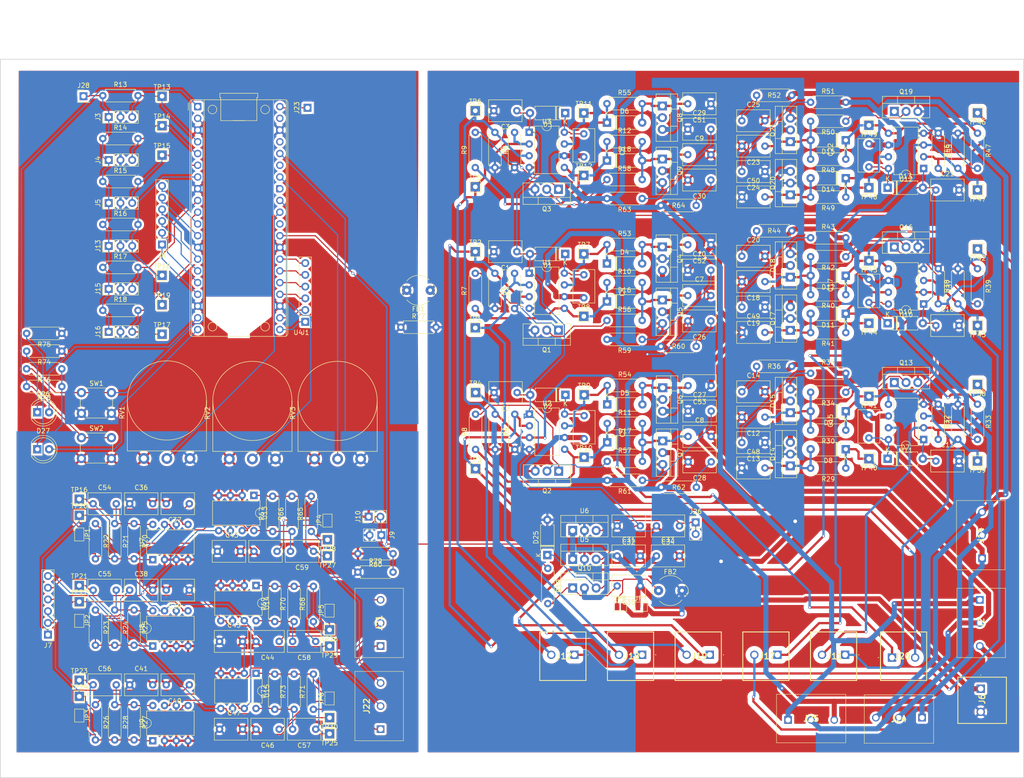
<source format=kicad_pcb>
(kicad_pcb (version 20240108) (generator "pcbnew") (generator_version "8.0")
  (title_block (date "mar. 31 mars 2015"))
  (layers (0 "F.Cu" signal) (31 "B.Cu" signal) (34 "B.Paste" user) (35 "F.Paste" user) (36 "B.SilkS" user "B.Silkscreen") (37 "F.SilkS" user "F.Silkscreen") (38 "B.Mask" user) (39 "F.Mask" user) (44 "Edge.Cuts" user))
  (net 0 "")
  (net 1 "GND")
  (net 2 "+12V")
  (net 3 "Motor 2B")
  (net 4 "Motor 2C")
  (net 5 "Motor 2A")
  (net 6 "Net-(C10-Pad2)")
  (net 7 "Net-(C13-Pad2)")
  (net 8 "Net-(J1-Pin_1)")
  (net 9 "Net-(J1-Pin_2)")
  (net 10 "Net-(J1-Pin_3)")
  (net 11 "Net-(J1-Pin_4)")
  (net 12 "Net-(J1-Pin_5)")
  (net 13 "Net-(J1-Pin_6)")
  (net 14 "Net-(C14-Pad1)")
  (net 15 "Net-(D7-K)")
  (net 16 "Motor 1A")
  (net 17 "Net-(D10-K)")
  (net 18 "Motor 1B")
  (net 19 "Net-(C19-Pad2)")
  (net 20 "Net-(J8-Pin_3)")
  (net 21 "Net-(C20-Pad1)")
  (net 22 "Net-(D13-K)")
  (net 23 "Motor 1C")
  (net 24 "+3V3")
  (net 25 "+5V")
  (net 26 "Net-(C24-Pad2)")
  (net 27 "Net-(D1-K)")
  (net 28 "Net-(C25-Pad1)")
  (net 29 "Net-(D2-K)")
  (net 30 "Net-(C26-Pad1)")
  (net 31 "Net-(D3-K)")
  (net 32 "Net-(C27-Pad2)")
  (net 33 "VPP")
  (net 34 "High 2A1")
  (net 35 "Low 2A1")
  (net 36 "High 2B1")
  (net 37 "Low 2B1")
  (net 38 "Low 2C1")
  (net 39 "High 1A1")
  (net 40 "Low 1A1")
  (net 41 "High 1B1")
  (net 42 "Low 1B1")
  (net 43 "High 1C1")
  (net 44 "Low 1C1")
  (net 45 "Net-(C28-Pad1)")
  (net 46 "Net-(J23-Pin_1)")
  (net 47 "Net-(C29-Pad2)")
  (net 48 "Net-(C30-Pad1)")
  (net 49 "VSS")
  (net 50 "Net-(Q10-G)")
  (net 51 "Net-(D25-K)")
  (net 52 "GND1")
  (net 53 "Net-(JP1-A)")
  (net 54 "Net-(JP2-A)")
  (net 55 "Net-(JP3-A)")
  (net 56 "Net-(JP4-A)")
  (net 57 "Net-(JP5-A)")
  (net 58 "Net-(JP6-A)")
  (net 64 "Button 1")
  (net 65 "Net-(U7-+)")
  (net 66 "Net-(JP1-B)")
  (net 67 "Net-(JP2-B)")
  (net 68 "Net-(U8-+)")
  (net 69 "Net-(U9-+)")
  (net 70 "Net-(JP3-B)")
  (net 71 "Button 2")
  (net 72 "Potentiometer 1")
  (net 73 "Net-(U15-+)")
  (net 74 "Net-(JP6-B)")
  (net 75 "Net-(U14-+)")
  (net 76 "Low 2A2")
  (net 77 "Low 2B2")
  (net 78 "High 2B2")
  (net 79 "High 2C2")
  (net 80 "Low 2C2")
  (net 81 "High 1A2")
  (net 82 "High 2A2")
  (net 83 "Low 1A2")
  (net 84 "Low 1B2")
  (net 85 "High 1C2")
  (net 86 "Low 1C2")
  (net 87 "High 1B2")
  (net 88 "High 2C1")
  (net 89 "Net-(JP5-B)")
  (net 90 "Net-(U13-+)")
  (net 91 "Net-(JP4-B)")
  (net 92 "Net-(D26-K)")
  (net 93 "LED 1")
  (net 94 "Net-(D27-K)")
  (net 95 "LED 2")
  (net 96 "Hall 1")
  (net 97 "Hall 2")
  (net 98 "Hall 3")
  (net 99 "Sensor 2B")
  (net 100 "Sensor 1C")
  (net 101 "Sensor 2C")
  (net 102 "Sensor 1B")
  (net 103 "Sensor 1A")
  (net 104 "Sensor 2A")
  (net 105 "Net-(J8-Pin_2)")
  (net 106 "Net-(J8-Pin_6)")
  (net 107 "Net-(J8-Pin_1)")
  (net 108 "Net-(J8-Pin_5)")
  (net 109 "Net-(J8-Pin_4)")
  (net 110 "Reference Voltage")
  (net 111 "Hall 4")
  (net 112 "Hall 5")
  (net 113 "Hall 6")
  (net 114 "Net-(Q1-B)")
  (net 115 "Net-(Q1-E)")
  (net 116 "Net-(Q2-E)")
  (net 117 "Net-(Q2-B)")
  (net 118 "Net-(Q3-E)")
  (net 119 "Net-(Q3-B)")
  (net 120 "Net-(Q13-B)")
  (net 121 "Net-(Q13-E)")
  (net 122 "Net-(Q16-B)")
  (net 123 "Net-(Q16-E)")
  (net 124 "Net-(Q19-E)")
  (net 125 "Net-(Q19-B)")
  (net 126 "Gate 2BH")
  (net 127 "Gate 2BL")
  (net 128 "Gate 2CH")
  (net 129 "Gate 2CL")
  (net 130 "Gate 2AH")
  (net 131 "Gate 2AL")
  (net 132 "Voltage Control")
  (net 133 "Gate 1AH")
  (net 134 "Gate 1AL")
  (net 135 "Gate 1BH")
  (net 136 "Gate 1BL")
  (net 137 "Gate 1CH")
  (net 138 "Gate 1CL")
  (net 139 "Potentiometer 2")
  (net 140 "Potentiometer 3")
  (net 141 "Net-(J21-Pin_1)")
  (net 142 "Net-(J21-Pin_3)")
  (net 143 "Net-(J21-Pin_2)")
  (net 144 "Net-(J22-Pin_3)")
  (net 145 "Net-(J22-Pin_2)")
  (net 146 "Net-(J22-Pin_1)")
  (net 147 "Net-(J26-Pin_1)")
  (footprint "Diode_THT:D_A-405_P7.62mm_Horizontal" (layer "F.Cu") (at 229.5 115.061 180)
    (property "Reference" "D11")
    (property "Value" "D_Schottky")
  )
  (footprint "Diode_THT:D_A-405_P7.62mm_Horizontal" (layer "F.Cu") (at 177.8 112.422)
    (property "Reference" "D16")
    (property "Value" "D_Schottky")
  )
  (footprint "Capacitor_THT:C_Rect_L7.0mm_W4.5mm_P5.00mm" (layer "F.Cu") (at 200.3 69.638 180)
    (property "Reference" "C51")
    (property "Value" "C")
  )
  (footprint "Capacitor_THT:C_Rect_L7.0mm_W4.5mm_P5.00mm" (layer "F.Cu") (at 114.76 205 180)
    (property "Reference" "C57")
    (property "Value" "C")
  )
  (footprint "Package_TO_SOT_THT:TO-220-3_Vertical" (layer "F.Cu") (at 189.8 112.098 -90)
    (property "Reference" "Q5")
    (property "Value" "IRF740")
  )
  (footprint "Capacitor_THT:C_Rect_L7.0mm_W4.5mm_P5.00mm" (layer "F.Cu") (at 185 161 180)
    (property "Reference" "C32")
    (property "Value" "C")
  )
  (footprint "Resistor_THT:R_Axial_DIN0207_L6.3mm_D2.5mm_P7.62mm_Horizontal" (layer "F.Cu") (at 177.8 108.314)
    (property "Reference" "R10")
    (property "Value" "R")
  )
  (footprint "Capacitor_THT:C_Rect_L7.0mm_W4.5mm_P5.00mm" (layer "F.Cu") (at 87.4 195.4 180)
    (property "Reference" "C40")
    (property "Value" "C")
  )
  (footprint "Package_TO_SOT_THT:TO-220-3_Vertical" (layer "F.Cu") (at 167.3 118.638 180)
    (property "Reference" "Q1")
    (property "Value" "Q_PNP_BEC")
  )
  (footprint "3 Pin Spring Terminal:1792876" (layer "F.Cu") (at 217 203)
    (property "Reference" "J25")
    (property "Value" "Screw_Terminal_01x03" (hide yes))
  )
  (footprint "Capacitor_THT:C_Rect_L7.0mm_W4.5mm_P5.00mm" (layer "F.Cu") (at 158.3 101.638 180)
    (property "Reference" "C1")
    (property "Value" "4.7uF 35V")
  )
  (footprint "TestPoint:TestPoint_THTPad_2.0x2.0mm_Drill1.0mm" (layer "F.Cu") (at 117.76 187 180)
    (property "Reference" "TP29")
    (property "Value" "TestPoint")
  )
  (footprint "3 Pin Spring Terminal:1792863" (layer "F.Cu") (at 200.05 188.9 180)
    (property "Reference" "J19")
    (property "Value" "Screw_Terminal_01x02" (hide yes))
  )
  (footprint "Jumper:SolderJumper-2_P1.3mm_Bridged_Pad1.0x1.5mm" (layer "F.Cu") (at 63.58 181.55 -90)
    (property "Reference" "JP2")
    (property "Value" "SolderJumper_2_Bridged")
  )
  (footprint "3 Pin Spring Terminal:1792876" (layer "F.Cu") (at 128.8 187 90)
    (property "Reference" "J21")
    (property "Value" "Screw_Terminal_01x03" (hide yes))
  )
  (footprint "Capacitor_THT:C_Rect_L7.0mm_W4.5mm_P5.00mm" (layer "F.Cu") (at 207 102.629)
    (property "Reference" "C20")
    (property "Value" "C")
  )
  (footprint "Package_TO_SOT_THT:TO-220-3_Vertical" (layer "F.Cu") (at 240 100.629)
    (property "Reference" "Q16")
    (property "Value" "Q_PNP_BEC")
  )
  (footprint "Capacitor_THT:C_Rect_L7.0mm_W4.5mm_P5.00mm" (layer "F.Cu") (at 93.94 186)
    (property "Reference" "C45")
    (property "Value" "C")
  )
  (footprint "Resistor_THT:R_Axial_DIN0207_L6.3mm_D2.5mm_P7.62mm_Horizontal" (layer "F.Cu") (at 149.3 83.448 90)
    (property "Reference" "R9")
    (property "Value" "R")
  )
  (footprint "Package_TO_SOT_THT:TO-220-3_Vertical" (layer "F.Cu") (at 167.355 149.138 180)
    (property "Reference" "Q2")
    (property "Value" "Q_PNP_BEC")
  )
  (footprint "Connector_PinHeader_2.54mm:PinHeader_1x06_P2.54mm_Vertical" (layer "F.Cu") (at 56.8 184.54 180)
    (property "Reference" "J7")
    (property "Value" "Screw_Terminal_01x06")
  )
  (footprint "Diode_THT:D_A-405_P7.62mm_Horizontal" (layer "F.Cu") (at 238.545 117.129)
    (property "Reference" "D10")
    (property "Value" "D")
  )
  (footprint "Capacitor_THT:C_Rect_L7.0mm_W4.5mm_P5.00mm" (layer "F.Cu") (at 234.5 141.96 90)
    (property "Reference" "C15")
    (property "Value" "C")
  )
  (footprint "Package_TO_SOT_THT:TO-220-3_Vertical" (layer "F.Cu") (at 217.5 107.169 90)
    (property "Reference" "Q18")
    (property "Value" "IRF740")
  )
  (footprint "Connector_PinHeader_2.54mm:PinHeader_1x03_P2.54mm_Vertical" (layer "F.Cu") (at 69.96 119 90)
    (property "Reference" "J16")
    (property "Value" "Screw_Terminal_01x03")
  )
  (footprint "TestPoint:TestPoint_THTPad_2.0x2.0mm_Drill1.0mm" (layer "F.Cu") (at 258 117.629 180)
    (property "Reference" "TP43")
    (property "Value" "TestPoint")
  )
  (footprint "Capacitor_THT:C_Rect_L7.0mm_W4.5mm_P5.00mm" (layer "F.Cu") (at 193.5 161 180)
    (property "Reference" "C34")
    (property "Value" "C")
  )
  (footprint "3 Pin Spring Terminal:1792876" (layer "F.Cu") (at 128.8 205 90)
    (property "Reference" "J22")
    (property "Value" "Screw_Terminal_01x03" (hide yes))
  )
  (footprint "Capacitor_THT:C_Rect_L7.0mm_W4.5mm_P5.00mm" (layer "F.Cu") (at 212 108.129 180)
    (property "Reference" "C18")
    (property "Value" "C")
  )
  (footprint "Capacitor_THT:C_Rect_L7.0mm_W4.5mm_P5.00mm" (layer "F.Cu") (at 200.3 116.638 180)
    (property "Reference" "C26")
    (property "Value" "C")
  )
  (footprint "Resistor_THT:R_Axial_DIN0207_L6.3mm_D2.5mm_P7.62mm_Horizontal" (layer "F.Cu") (at 149.3 113.948 90)
    (property "Reference" "R7")
    (property "Value" "R")
  )
  (footprint "Resistor_THT:R_Axial_DIN0207_L6.3mm_D2.5mm_P7.62mm_Horizontal" (layer "F.Cu") (at 68.675 77.1582)
    (property "Reference" "R14")
    (property "Value" "10k")
  )
  (footprint "Package_TO_SOT_THT:TO-220-3_Vertical" (layer "F.Cu") (at 189.8 100.598 -90)
    (property "Reference" "Q4")
    (property "Value" "IRF740")
  )
  (footprint "Resistor_THT:R_Axial_DIN0207_L6.3mm_D2.5mm_P7.62mm_Horizontal" (layer "F.Cu") (at 177.855 147.03)
    (property "Reference" "R57")
    (property "Value" "R")
  )
  (footprint "Package_TO_SOT_THT:TO-220-3_Vertical" (layer "F.Cu") (at 170.38 162)
    (property "Reference" "U6")
    (property "Value" "LM7805_TO220")
  )
  (footprint "Connector_PinHeader_2.54mm:PinHeader_1x03_P2.54mm_Vertical" (layer "F.Cu") (at 69.96 91.1054 90)
    (property "Reference" "J5")
    (property "Value" "Screw_Terminal_01x03")
  )
  (footprint "Ferrite_THT:LairdTech_28C0236-0JW-10" (layer "F.Cu") (at 139.54 110 180)
    (property "Reference" "FB1")
    (property "Value" "FerriteBead")
  )
  (footprint "Resistor_THT:R_Axial_DIN0207_L6.3mm_D2.5mm_P7.62mm_Horizontal" (layer "F.Cu") (at 114.26 200.7 90)
    (property "Reference" "R71")
    (property "Value" "R")
  )
  (footprint "TestPoint:TestPoint_THTPad_2.0x2.0mm_Drill1.0mm" (layer "F.Cu") (at 234.5 87.798 180)
    (property "Reference" "TP48")
    (property "Value" "TestPoint")
  )
  (footprint "Resistor_THT:R_Axial_DIN0207_L6.3mm_D2.5mm_P7.62mm_Horizontal" (layer "F.Cu") (at 258 75.988 -90)
    (property "Reference" "R47")
    (property "Value" "R")
  )
  (footprint "Resistor_THT:R_Axial_DIN0207_L6.3mm_D2.5mm_P7.62mm_Horizontal" (layer "F.Cu") (at 110.08 200.7 90)
    (property "Reference" "R73")
    (property "Value" "R")
  )
  (footprint "Package_DIP:DIP-8_W7.62mm" (layer "F.Cu") (at 101.84 192.9 -90)
    (property "Reference" "U15")
    (property "Value" "INA240A1D")
  )
  (footprint "TestPoint:TestPoint_THTPad_2.0x2.0mm_Drill1.0mm" (layer "F.Cu") (at 117.3 164 180)
    (property "Reference" "TP28")
    (property "Value" "TestPoint")
  )
  (footprint "TestPoint:TestPoint_THTPad_2.0x2.0mm_Drill1.0mm" (layer "F.Cu") (at 63.58 177.4)
    (property "Reference" "TP22")
    (property "Value" "TestPoint")
  )
  (footprint "Diode_THT:D_A-405_P7.62mm_Horizontal" (layer "F.Cu") (at 229.5 77.514 180)
    (property "Reference" "D15")
    (property "Value" "D_Schottky")
  )
  (footprint "Module_RaspberryPi_Pico:RaspberryPi_Pico_Common_THT" (layer "F.Cu") (at 98.11 94.37)
    (property "Reference" "U4")
    (property "Value" "RaspberryPi_Pico")
  )
  (footprint "Resistor_THT:R_Axial_DIN0207_L6.3mm_D2.5mm_P7.62mm_Horizontal" (layer "F.Cu") (at 177.8 77.814)
    (property "Reference" "R12")
    (property "Value" "R")
  )
  (footprint "Potentiometer_THT:Potentiometer_Omeg_PC16BU_Vertical" (layer "F.Cu") (at 124.5 146.5 90)
    (property "Reference" "RV3")
    (property "Value" "R_Potentiometer")
  )
  (footprint "TestPoint:TestPoint_THTPad_2.0x2.0mm_Drill1.0mm" (layer "F.Cu") (at 81.5 113.1333)
    (property "Reference" "TP19")
    (property "Value" "TestPoint")
  )
  (footprint "Capacitor_THT:C_Rect_L7.0mm_W4.5mm_P5.00mm" (layer "F.Cu") (at 200.355 147.138 180)
    (property "Reference" "C28")
    (property "Value" "C")
  )
  (footprint "TestPoint:TestPoint_THTPad_2.0x2.0mm_Drill1.0mm" (layer "F.Cu") (at 234.5 117.129 180)
    (property "Reference" "TP44")
    (property "Value" "TestPoint")
  )
  (footprint "Capacitor_THT:C_Rect_L7.0mm_W4.5mm_P5.00mm" (layer "F.Cu") (at 234.5 112.629 90)
    (property "Reference" "C17")
    (property "Value" "C")
  )
  (footprint "Jumper:SolderJumper-2_P1.3mm_Open_Pad1.0x1.5mm" (layer "F.Cu") (at 180.65 178.5)
    (property "Reference" "JP8")
    (property "Value" "SolderJumper_2_Open")
  )
  (footprint "Resistor_THT:R_Axial_DIN0207_L6.3mm_D2.5mm_P7.62mm_Horizontal" (layer "F.Cu") (at 253.75 83.608 90)
    (property "Reference" "R46")
    (property "Value" "R")
  )
  (footprint "Capacitor_THT:C_Rect_L7.0mm_W4.5mm_P5.00mm" (layer "F.Cu") (at 74.49 195.4)
    (property "Reference" "C41")
    (property "Value" "C")
  )
  (footprint "Capacitor_THT:C_Rect_L7.0mm_W4.5mm_P5.00mm" (layer "F.Cu") (at 185 174 180)
    (property "Reference" "C35")
    (property "Value" "C")
  )
  (footprint "Capacitor_THT:C_Rect_L7.0mm_W4.5mm_P5.00mm" (layer "F.Cu") (at 172.8 76.138 -90)
    (property "Reference" "C6")
    (property "Value" "C")
  )
  (footprint "3 Pin Spring Terminal:1792876" (layer "F.Cu") (at 258.5 177 -90)
    (property "Reference" "J2")
    (property "Value" "Screw_Terminal_01x03" (hide yes))
  )
  (footprint "Connector_PinHeader_2.54mm:PinHeader_1x03_P2.54mm_Vertical" (layer "F.Cu") (at 69.96 72.5091 90)
    (property "Reference" "J3")
    (property "Value" "Screw_Terminal_01x03")
  )
  (footprint "Resistor_THT:R_Axial_DIN0207_L6.3mm_D2.5mm_P7.62mm_Horizontal" (layer "F.Cu") (at 177.855 130.598)
    (property "Reference" "R54")
    (property "Value" "R")
  )
  (footprint "Capacitor_THT:C_Rect_L7.0mm_W4.5mm_P5.00mm" (layer "F.Cu") (at 207 73.298)
    (property "Reference" "C25")
    (property "Value" "C")
  )
  (footprint "Resistor_THT:R_Axial_DIN0207_L6.3mm_D2.5mm_P7.62mm_Horizontal" (layer "F.Cu") (at 229.5 132.068 180)
    (property "Reference" "R34")
    (property "Value" "R")
  )
  (footprint "Capacitor_THT:C_Rect_L7.0mm_W4.5mm_P5.00mm" (layer "F.Cu") (at 66.58 156.2)
    (property "Reference" "C54")
    (property "Value" "C")
  )
  (footprint "Resistor_THT:R_Axial_DIN0207_L6.3mm_D2.5mm_P7.62mm_Horizontal" (layer "F.Cu") (at 185.475 151.138 180)
    (property "Reference" "R61")
    (property "Value" "R")
  )
  (footprint "Connector_PinHeader_2.54mm:PinHeader_1x06_P2.54mm_Vertical" (layer "F.Cu") (at 112.5 116.82 180)
    (property "Reference" "J1")
    (property "Value" "Screw_Terminal_01x06")
  )
  (footprint "Connector_PinHeader_2.54mm:PinHeader_1x03_P2.54mm_Vertical" (layer "F.Cu") (at 69.96 100.4036 90)
    (property "Reference" "J13")
    (property "Value" "Screw_Terminal_01x03")
  )
  (footprint "Capacitor_THT:C_Rect_L7.0mm_W4.5mm_P5.00mm" (layer "F.Cu") (at 172.855 137.138 -90)
    (property "Reference" "C5")
    (property "Value" "C")
  )
  (footprint "Capacitor_THT:C_Rect_L7.0mm_W4.5mm_P5.00mm" (layer "F.Cu") (at 234.5 83.298 90)
    (property "Reference" "C22")
    (property "Value" "C")
  )
  (footprint "3 Pin Spring Terminal:1792863" (layer "F.Cu") (at 214.7 188.9 180)
    (property "Reference" "J17")
    (property "Value" "Screw_Terminal_01x02" (hide yes))
  )
  (footprint "Capacitor_THT:C_Rect_L7.0mm_W4.5mm_P5.00mm" (layer "F.Cu") (at 195.355 141.638)
    (property "Reference" "C8")
    (property "Value" "C")
  )
  (footprint "Capacitor_THT:C_Rect_L7.0mm_W4.5mm_P5.00mm" (layer "F.Cu") (at 74.49 174.9)
    (property "Reference" "C38")
    (property "Value" "C")
  )
  (footprint "Package_DIP:DIP-8_W7.62mm" (layer "F.Cu") (at 79.5 207.5 90)
    (property "Reference" "U9")
    (property "Value" "INA240A1D")
  )
  (footprint "Resistor_THT:R_Axial_DIN0207_L6.3mm_D2.5mm_P7.62mm_Horizontal" (layer "F.Cu") (at 68.675 105.0527)
    (property "Reference" "R17")
    (property "Value" "10k")
  )
  (footprint "TestPoint:TestPoint_THTPad_2.0x2.0mm_Drill1.0mm" (layer "F.Cu") (at 172.855 132.638)
    (property "Reference" "TP9")
    (property "Value" "TestPoint")
  )
  (footprint "Resistor_THT:R_Axial_DIN0207_L6.3mm_D2.5mm_P7.62mm_Horizontal" (layer "F.Cu") (at 131.5 167 180)
    (property "Reference" "R80")
    (property "Value" "R")
  )
  (footprint "Resistor_THT:R_Axial_DIN0207_L6.3mm_D2.5mm_P7.62mm_Horizontal" (layer "F.Cu") (at 221.88 127.96)
    (property "Reference" "R35")
    (property "Value" "R")
  )
  (footprint "Resistor_THT:R_Axial_DIN0207_L6.3mm_D2.5mm_P7.62mm_Horizontal" (layer "F.Cu") (at 229.5 89.838 180)
    (property "Reference" "R49")
    (property "Value" "R")
  )
  (footprint "Resistor_THT:R_Axial_DIN0207_L6.3mm_D2.5mm_P7.62mm_Horizontal" (layer "F.Cu") (at 59.81 123.1667 180)
    (property "Reference" "R74")
    (property "Value" "R")
  )
  (footprint "TestPoint:TestPoint_THTPad_2.0x2.0mm_Drill1.0mm" (layer "F.Cu") (at 81.5 80.7333)
    (property "Reference" "TP15")
    (property "Value" "TestPoint")
  )
  (footprint "Capacitor_THT:C_Rect_L7.0mm_W4.5mm_P5.00mm" (layer "F.Cu") (at 212 137.46 180)
    (property "Reference" "C12")
    (property "Value" "C")
  )
  (footprint "Resistor_THT:R_Axial_DIN0207_L6.3mm_D2.5mm_P7.62mm_Horizontal" (layer "F.Cu") (at 249.5 105.319 -90)
    (property "Reference" "R37")
    (property "Value" "R")
  )
  (footprint "Resistor_THT:R_Axial_DIN0207_L6.3mm_D2.5mm_P7.62mm_Horizontal" (layer "F.Cu") (at 149.355 144.448 90)
    (property "Reference" "R8")
    (property "Value" "R")
  )
  (footprint "Resistor_THT:R_Axial_DIN0207_L6.3mm_D2.5mm_P7.62mm_Horizontal" (layer "F.Cu") (at 217.81 67.798 180)
    (property "Reference" "R52")
    (property "Value" "R")
  )
  (footprint "TestPoint:TestPoint_THTPad_2.0x2.0mm_Drill1.0mm" (layer "F.Cu") (at 81.5 119.5)
    (property "Reference" "TP17")
    (property "Value" "TestPoint")
  )
  (footprint "TestPoint:TestPoint_THTPad_2.0x2.0mm_Drill1.0mm" (layer "F.Cu") (at 149.3 87.598)
    (property "Reference" "TP5")
    (property "Value" "TestPoint")
  )
  (footprint "Connector_PinHeader_2.54mm:PinHeader_1x01_P2.54mm_Vertical" (layer "F.Cu") (at 64.5 68)
    (property "Reference" "J28")
    (property "Value" "Screw_Terminal_01x01")
  )
  (footprint "Package_DIP:DIP-8_W7.62mm" (layer "F.Cu") (at 246.34 142.3 180)
    (property "Reference" "U11")
    (property "Value" "IRS2101")
  )
  (footprint "TestPoint:TestPoint_THTPad_2.0x2.0mm_Drill1.0mm" (layer "F.Cu") (at 258 88.298 180)
    (property "Reference" "TP47")
    (property "Value" "TestPoint")
  )
  (footprint "Resistor_THT:R_Axial_DIN0207_L6.3mm_D2.5mm_P7.62mm_Horizontal" (layer "F.Cu") (at 249.5 75.988 -90)
    (property "Reference" "R45")
    (property "Value" "R")
  )
  (footprint "Diode_THT:D_A-405_P7.62mm_Horizontal" (layer "F.Cu") (at 177.8 73.706)
    (property "Reference" "D6")
    (property "Value" "D_Schottky")
  )
  (footprint "Resistor_THT:R_Axial_DIN0207_L6.3mm_D2.5mm_P7.62mm_Horizontal" (layer "F.Cu") (at 165 170.19 -90)
    (property "Reference" "R19")
    (property "Value" "R")
  )
  (footprint "Diode_THT:D_A-405_P7.62mm_Horizontal" (layer "F.Cu") (at 177.8 104.206)
    (property "Reference" "D4")
    (property "Value" "D_Schottky")
  )
  (footprint "Capacitor_THT:C_Rect_L7.0mm_W4.5mm_P5.00mm" (layer "F.Cu") (at 74.49 156.2)
    (property "Reference" "C36")
    (property "Value" "C")
  )
  (footprint "TestPoint:TestPoint_THTPad_2.0x2.0mm_Drill1.0mm" (layer "F.Cu") (at 63.58 194.4)
    (property "Reference" "TP23")
    (property "Value" "TestPoint")
  )
  (footprint "Resistor_THT:R_Axial_DIN0207_L6.3mm_D2.5mm_P7.62mm_Horizontal" (layer "F.Cu") (at 68.675 67.86)
    (property "Reference" "R13")
    (property "Value" "10k")
  )
  (footprint "TestPoint:TestPoint_THTPad_2.0x2.0mm_Drill1.0mm" (layer "F.Cu") (at 149.355 132.138)
    (property "Reference" "TP4")
    (property "Value" "TestPoint")
  )
  (footprint "TestPoint:TestPoint_THTPad_2.0x2.0mm_Drill1.0mm" (layer "F.Cu") (at 234.5 146.46 180)
    (property "Reference" "TP40")
    (property "Value" "TestPoint")
  )
  (footprint "Package_DIP:DIP-8_W7.62mm" (layer "F.Cu") (at 101.84 173.9 -90)
    (property "Reference" "U14")
    (property "Value" "INA240A1D")
  )
  (footprint "Connector_PinHeader_2.54mm:PinHeader_1x02_P2.54mm_Vertical" (layer "F.Cu") (at 128.965 163 -90)
    (property "Reference" "J9")
    (property "Value" "Screw_Terminal_01x02")
  )
  (footprint "TestPoint:TestPoint_THTPad_2.0x2.0mm_Drill1.0mm" (layer "F.Cu") (at 234.5 132.96 180)
    (property "Reference" "TP41")
    (property "Value" "TestPoint")
  )
  (footprint "Jumper:SolderJumper-2_P1.3mm_Bridged_Pad1.0x1.5mm" (layer "F.Cu") (at 117.76 179.35 90)
    (property "Reference" "JP5")
    (property "Value" "SolderJumper_2_Bridged")
  )
  (footprint "TestPoint:TestPoint_THTPad_2.0x2.0mm_Drill1.0mm" (layer "F.Cu") (at 63.58 155.2)
    (property "Reference" "TP16")
    (property "Value" "TestPoint")
  )
  (footprint "Resistor_THT:R_Axial_DIN0207_L6.3mm_D2.5mm_P7.62mm_Horizontal" (layer "F.Cu") (at 253.75 142.27 90)
    (property "Reference" "R32")
    (property "Value" "R")
  )
  (footprint "TestPoint:TestPoint_THTPad_2.0x2.0mm_Drill1.0mm" (layer "F.Cu") (at 63.58 158.7)
    (property "Reference" "TP20")
    (property "Value" "TestPoint")
  )
  (footprint "Resistor_THT:R_Axial_DIN0207_L6.3mm_D2.5mm_P7.62mm_Horizontal" (layer "F.Cu") (at 105.44 162.2 90)
    (property "Reference" "R67")
    (property "Value" "R")
  )
  (footprint "Package_TO_SOT_THT:TO-220-3_Vertical" (layer "F.Cu") (at 189.8 81.598 -90)
    (property "Reference" "Q9")
    (property "Value" "IRF740")
  )
  (footprint "Resistor_THT:R_Axial_DIN0207_L6.3mm_D2.5mm_P7.62mm_Horizontal" (layer "F.Cu") (at 229.5 102.737 180)
    (property "Reference" "R42")
    (property "Value" "R")
  )
  (footprint "Capacitor_THT:C_Rect_L7.0mm_W4.5mm_P5.00mm" (layer "F.Cu") (at 180 167.5)
    (property "Reference" "C31")
    (property "Value" "C")
  )
  (footprint "Capacitor_THT:C_Rect_L7.0mm_W4.5mm_P5.00mm" (layer "F.Cu") (at 87.4 174.9 180)
    (property "Reference" "C39")
    (property "Value" "C")
  )
  (footprint "Diode_THT:D_A-405_P7.62mm_Horizontal" (layer "F.Cu") (at 238.545 146.46)
    (property "Reference" "D7")
    (property "Value" "D")
  )
  (footprint "Resistor_THT:R_Axial_DIN0207_L6.3mm_D2.5mm_P7.62mm_Horizontal" (layer "F.Cu") (at 71.26 160.5 -90)
    (property "Reference" "R21")
    (property "Value" "R")
  )
  (footprint "Capacitor_THT:C_Rect_L7.0mm_W4.5mm_P5.00mm" (layer "F.Cu") (at 207 119.129)
    (property "Reference" "C49")
    (property "Value" "C")
  )
  (footprint "Resistor_THT:R_Axial_DIN0207_L6.3mm_D2.5mm_P7.62mm_Horizontal" (layer "F.Cu") (at 68.675 95.7545)
    (property "Reference" "R16")
    (property "Value" "10k")
  )
  (footprint "Capacitor_THT:C_Rect_L7.0mm_W4.5mm_P5.00mm" (layer "F.Cu") (at 188.5 167.5)
    (property "Reference" "C33")
    (property "Value" "C")
  )
  (footprint "Capacitor_THT:C_Rect_L7.0mm_W4.5mm_P5.00mm" (layer "F.Cu") (at 200.3 86.138 180)
    (property "Reference" "C30")
    (property "Value" "C")
  )
  (footprint "Capacitor_THT:C_Rect_L7.0mm_W4.5mm_P5.00mm" (layer "F.Cu") (at 93.94 205)
    (property "Reference" "C47")
    (property "Value" "C")
  )
  (footprint "Package_DIP:DIP-8_W7.62mm" (layer "F.Cu") (at 246.34 112.969 180)
    (property "Reference" "U10")
    (property "Value" "IRS2101")
  )
  (footprint "Resistor_THT:R_Axial_DIN0207_L6.3mm_D2.5mm_P7.62mm_Horizontal" (layer "F.Cu") (at 229.5 110.953 180)
    (property "Reference" "R40")
    (property "Value" "R")
  )
  (footprint "Resistor_THT:R_Axial_DIN0207_L6.3mm_D2.5mm_P7.62mm_Horizontal" (layer "F.Cu") (at 189.49 91.638)
    (property "Reference" "R64")
    (property "Value" "R")
  )
  (footprint "Package_DIP:DIP-8_W7.62mm" (layer "F.Cu") (at 161.015 136.798)
    (property "Reference" "U2")
    (property "Value" "IRS2101")
  )
  (footprint "Capacitor_THT:C_Rect_L7.0mm_W4.5mm_P5.00mm" (layer "F.Cu") (at 195.355 136.138)
    (property "Reference" "C27")
    (property "Value" "C")
  )
  (footprint "Resistor_THT:R_Axial_DIN0207_L6.3mm_D2.5mm_P7.62mm_Horizontal" (layer "F.Cu") (at 114.26 181.7 90)
    (property "Reference" "R68")
    (property "Value" "R")
  )
  (footprint "Resistor_THT:R_Axial_DIN0207_L6.3mm_D2.5mm_P7.62mm_Horizontal" (layer "F.Cu") (at 229.5 148.5 180)
    (property "Reference" "R29")
    (property "Value" "R")
  )
  (footprint "Capacitor_THT:C_Rect_L7.0mm_W4.5mm_P5.00mm" (layer "F.Cu") (at 249 146.96)
    (property "Reference" "C11")
    (property "Value" "4.7uF 35V")
  )
  (footprint "Resistor_THT:R_Axial_DIN0207_L6.3mm_D2.5mm_P7.62mm_Horizontal" (layer "F.Cu") (at 157.8 83.448 90)
    (property "Reference" "R5")
    (property "Value" "R")
  )
  (footprint "Capacitor_THT:C_Rect_L7.0mm_W4.5mm_P5.00mm" (layer "F.Cu") (at 200.355 130.638 180)
    (property "Reference" "C53")
    (property "Value" "C")
  )
  (footprint "Resistor_THT:R_Axial_DIN0207_L6.3mm_D2.5mm_P7.62mm_Horizontal" (layer "F.Cu") (at 68.675 86.4564)
    (property "Reference" "R15")
    (property "Value" "10k")
  )
  (footprint "Connector_PinHeader_2.54mm:PinHeader_1x02_P2.54mm_Vertical" (layer "F.Cu") (at 126.225 159 90)
    (property "Reference" "J10")
    (property "Value" "Screw_Terminal_01x02")
  )
  (footprint "Button_Switch_THT:SW_PUSH_6mm_H8.5mm" (layer "F.Cu") (at 64.05 141.9)
    (property "Reference" "SW2")
    (property "Value" "SW_Push")
  )
  (footprint "Resistor_THT:R_Axial_DIN0207_L6.3mm_D2.5mm_P7.62mm_Horizontal" (layer "F.Cu") (at 253.75 112.939 90)
    (property "Reference" "R38")
    (property "Value" "R")
  )
  (footprint "Capacitor_THT:C_Rect_L7.0mm_W4.5mm_P5.00mm" (layer "F.Cu") (at 106.85 205 180)
    (property "Reference" "C46")
    (property "Value" "C")
  )
  (footprint "Resistor_THT:R_Axial_DIN0207_L6.3mm_D2.5mm_P7.62mm_Horizontal" (layer "F.Cu") (at 229.5 81.622 180)
    (property "Reference" "R48")
    (property "Value" "R")
  )
  (footprint "3 Pin Spring Terminal:1792863" (layer "F.Cu") (at 170.75 188.9 180)
    (property "Reference" "J12")
    (property "Value" "Screw_Terminal_01x02" (hide yes))
  )
  (footprint "Resistor_THT:R_Axial_DIN0207_L6.3mm_D2.5mm_P7.62mm_Horizontal" (layer "F.Cu") (at 229.5 140.284 180)
    (property "Reference" "R30")
    (property "Value" "R")
  )
  (footprint "TestPoint:TestPoint_THTPad_2.0x2.0mm_Drill1.0mm" (layer "F.Cu") (at 81.5 68)
    (property "Reference" "TP13")
    (property "Value" "TestPoint")
  )
  (footprint "Capacitor_THT:C_Rect_L7.0mm_W4.5mm_P5.00mm" (layer "F.Cu") (at 66.58 174.9)
    (property "Reference" "C55")
    (property "Value" "C")
  )
  (footprint "Resistor_THT:R_Axial_DIN0207_L6.3mm_D2.5mm_P7.62mm_Horizontal" (layer "F.Cu") (at 123.88 171)
    (property "Reference" "R79")
    (property "Value" "R")
  )
  (footprint "Resistor_THT:R_Axial_DIN0207_L6.3mm_D2.5mm_P7.62mm_Horizontal" (layer "F.Cu") (at 157.855 144.448 90)
    (property "Reference" "R3")
    (property "Value" "R")
  )
  (footprint "Capacitor_THT:C_Rect_L7.0mm_W4.5mm_P5.00mm" (layer "F.Cu") (at 114.3 166.5 180)
    (property "Reference" "C59")
    (property "Value" "C")
  )
  (footprint "Resistor_THT:R_Axial_DIN0207_L6.3mm_D2.5mm_P7.62mm_Horizontal" (layer "F.Cu") (at 59.81 127 180)
    (property "Reference" "R76")
    (property "Value" "R")
  )
  (footprint "TestPoint:TestPoint_THTPad_2.0x2.0mm_Drill1.0mm" (layer "F.Cu") (at 258 71.622 180)
    (property "Reference" "TP46")
    (property "Value" "TestPoint")
  )
  (footprint "Resistor_THT:R_Axial_DIN0207_L6.3mm_D2.5mm_P7.62mm_Horizontal" (layer "F.Cu") (at 133.19 118)
    (property "Reference" "R77")
    (property "Value" "0")
  )
  (footprint "Package_TO_SOT_THT:TO-220-3_Vertical" (layer "F.Cu") (at 170.38 168.2225)
    (property "Reference" "U5")
    (property "Value" "LM7812_TO220")
  )
  (footprint "Resistor_THT:R_Axial_DIN0207_L6.3mm_D2.5mm_P7.62mm_Horizontal" (layer "F.Cu") (at 153.55 106.328 -90)
    (property "Reference" "R2")
    (property "Value" "R")
  )
  (footprint "Resistor_THT:R_Axial_DIN0207_L6.3mm_D2.5mm_P7.62mm_Horizontal" (layer "F.Cu") (at 189.49 122.138)
    (property "Reference" "R60")
    (property "Value" "R")
  )
  (footprint "Capacitor_THT:C_Rect_L7.0mm_W4.5mm_P5.00mm" (layer "F.Cu") (at 207 89.798)
    (property "Reference" "C50")
    (property "Value" "C")
  )
  (footprint "Package_TO_SOT_THT:TO-220-3_Vertical" (layer "F.Cu") (at 189.8 70.098 -90)
    (property "Reference" "Q8")
    (property "Value" "IRF740")
  )
  (footprint "Resistor_THT:R_Axial_DIN0207_L6.3mm_D2.5mm_P7.62mm_Horizontal" (layer "F.Cu") (at 68.675 114.3509)
    (property "Reference" "R18")
    (property "Value" "10k")
  )
  (footprint "Jumper:SolderJumper-2_P1.3mm_Bridged_Pad1.0x1.5mm" (layer "F.Cu") (at 117.76 198.35 90)
    (property "Reference" "JP6")
    (property "Value" "SolderJumper_2_Bridged")
  )
  (footprint "3 Pin Spring Terminal:1792876" (layer "F.Cu") (at 246 202.5 180)
    (property "Reference" "J24")
    (property "Value" "Screw_Terminal_01x03" (hide yes))
  )
  (footprint "Resistor_THT:R_Axial_DIN0207_L6.3mm_D2.5mm_P7.62mm_Horizontal" (layer "F.Cu") (at 185.42 120.638 180)
    (property "Reference" "R59")
    (property "Value" "R")
  )
  (footprint "Diode_THT:D_A-405_P7.62mm_Horizontal" (layer "F.Cu") (at 168.81 132.638 180)
    (property "Reference" "D2")
    (property "Value" "D")
  )
  (footprint "Resistor_THT:R_Axial_DIN0207_L6.3mm_D2.5mm_P7.62mm_Horizontal" (layer "F.Cu") (at 258 105.319 -90)
    (property "Reference" "R39")
    (property "Value" "R")
  )
  (footprint "Resistor_THT:R_Axial_DIN0207_L6.3mm_D2.5mm_P7.62mm_Horizontal" (layer "F.Cu") (at 110.08 181.7 90)
    (property "Reference" "R70")
    (property "Value" "R")
  )
  (footprint "Button_Switch_THT:SW_PUSH_6mm_H8.5mm" (layer "F.Cu") (at 64.05 132.15)
    (property "Reference" "SW1")
    (property "Value" "SW_Push")
  )
  (footprint "TestPoint:TestPoint_THTPad_2.0x2.0mm_Drill1.0mm" (layer "F.Cu") (at 117.76 206 180)
    (property "Reference" "TP25")
    (property "Value" "TestPoint")
  )
  (footprint "3 Pin Spring Terminal:1792876" (layer "F.Cu") (at 259 168 90)
    (property "Reference" "J14")
    (property "Value" "Screw_Terminal_01x03" (hide yes))
  )
  (footprint "Resistor_THT:R_Axial_DIN0207_L6.3mm_D2.5mm_P7.62mm_Horizontal" (layer "F.Cu") (at 229.5 119.169 180)
    (property "Reference" "R41")
    (property "Value" "R")
  )
  (footprint "TestPoint:TestPoint_THTPad_2.0x2.0mm_Drill1.0mm" (layer "F.Cu") (at 234.5 74.298 180)
    (property "Reference" "TP49")
    (property "Value" "TestPoint")
  )
  (footprint "Package_TO_SOT_THT:TO-220-3_Vertical" (layer "F.Cu") (at 217.5 77.838 90)
    (property "Reference" "Q21")
    (property "Value" "IRF740")
  )
  (footprint "Resistor_THT:R_Axial_DIN0207_L6.3mm_D2.5mm_P7.62mm_Horizontal" (layer "F.Cu") (at 153.55 75.828 -90)
    (property "Reference" "R6")
    (property "Value" "R")
  )
  (footprint "Diode_THT:D_A-405_P7.62mm_Horizontal" (layer "F.Cu") (at 177.855 134.706)
    (property "Reference" "D5")
    (property "Value" "D_Schottky")
  )
  (footprint "3 Pin Spring Terminal:1792863" (layer "F.Cu") (at 185.4 188.9 180)
    (property "Reference" "J18")
    (property "Value" "Screw_Terminal_01x02" (hide yes))
  )
  (footprint "Resistor_THT:R_Axial_DIN0207_L6.3mm_D2.5mm_P7.62mm_Horizontal" (layer "F.Cu") (at 105.9 181.7 90)
    (property "Reference" "R69")
    (property "Value" "R")
  )
  (footprint "Package_TO_SOT_THT:TO-220-3_Vertical" (layer "F.Cu") (at 189.855 142.598 -90)
    (property "Reference" "Q7")
    (property "Value" "IRF740")
  )
  (footprint "Capacitor_THT:C_Rect_L7.0mm_W4.5mm_P5.00mm" (layer "F.Cu") (at 87.4 156.2 180)
    (property "Reference" "C37")
    (property "Value" "C")
  )
  (footprint "Resistor_THT:R_Axial_DIN0207_L6.3mm_D2.5mm_P7.62mm_Horizontal" (layer "F.Cu") (at 67.08 179.2 -90)
    (property "Reference" "R23")
    (property "Value" "R")
  )
  (footprint "Package_TO_SOT_THT:TO-220-3_Vertical" (layer "F.Cu") (at 240 129.96)
    (property "Reference" "Q13")
    (property "Value" "Q_PNP_BEC")
  )
  (footprint "Potentiometer_THT:Potentiometer_Omeg_PC16BU_Vertical" (layer "F.Cu") (at 106.05 146.5 90)
    (property "Reference" "RV2")
    (property "Value" "R_Potentiometer")
  )
  (footprint "TestPoint:TestPoint_THTPad_2.0x2.0mm_Drill1.0mm" (layer "F.Cu") (at 117.3 167.5 180)
    (property "Reference" "TP27")
    (property "Value" "TestPoint")
  )
  (footprint "Connector_PinHeader_2.54mm:PinHeader_1x03_P2.54mm_Vertical" (layer "F.Cu") (at 69.96 109.7018 90)
    (property "Reference" "J15")
    (property "Value" "Screw_Terminal_01x03")
  )
  (footprint "Diode_THT:D_A-405_P7.62mm_Horizontal" (layer "F.Cu") (at 229.5 144.392 180)
    (property "Reference" "D8")
    (property "Value" "D_Schottky")
  )
  (footprint "Resistor_THT:R_Axial_DIN0207_L6.3mm_D2.5mm_P7.62mm_Horizontal" (layer "F.Cu") (at 59.81 130.8333 180)
    (property "Reference" "R78")
    (property "Value" "R")
  )
  (footprint "Resistor_THT:R_Axial_DIN0207_L6.3mm_D2.5mm_P7.62mm_Horizontal" (layer "F.Cu") (at 221.88 98.629)
    (property "Reference" "R43")
    (property "Value" "R")
  )
  (footprint "Capacitor_THT:C_Rect_L7.0mm_W4.5mm_P5.00mm" (layer "F.Cu") (at 195.3 75.138)
    (property "Reference" "C29")
    (property "Value" "C")
  )
  (footprint "Package_DIP:DIP-8_W7.62mm" (layer "F.Cu") (at 246.34 83.638 180)
    (property "Reference" "U12")
    (property "Value" "IRS2101")
  )
  (footprint "Package_TO_SOT_THT:TO-220-3_Vertical" (layer "F.Cu") (at 217.5 148 90)
    (property "Reference" "Q14")
    (property "Value" "IRF740")
  )
  (footprint "TestPoint:TestPoint_THTPad_2.0x2.0mm_Drill1.0mm" (layer "F.Cu") (at 172.8 102.138)
    (property "Reference" "TP7")
    (property "Value" "TestPoint")
  )
  (footprint "Resistor_THT:R_Axial_DIN0207_L6.3mm_D2.5mm_P7.62mm_Horizontal" (layer "F.Cu") (at 177.8 86.03)
    (property "Reference" "R58")
    (property "Value" "R")
  )
  (footprint "TestPoint:TestPoint_THTPad_2.0x2.0mm_Drill1.0mm" (layer "F.Cu") (at 172.8 85.138)
    (property "Reference" "TP12")
    (property "Value" "TestPoint")
  )
  (footprint "Package_DIP:DIP-8_W7.62mm" (layer "F.Cu") (at 160.96 106.298)
    (property "Reference" "U1")
    (property "Value" "IRS2101")
  )
  (footprint "TestPoint:TestPoint_THTPad_2.0x2.0mm_Drill1.0mm" (layer "F.Cu") (at 81.5 106.7667)
    (property "Reference" "TP18")
    (property "Value" "TestPoint")
  )
  (footprint "Capacitor_THT:C_Rect_L7.0mm_W4.5mm_P5.00mm" (layer "F.Cu") (at 207 131.96)
    (property "Reference" "C14")
    (property "Value" "C")
  )
  (footprint "Resistor_THT:R_Axial_DIN0207_L6.3mm_D2.5mm_P7.62mm_Horizontal" (layer "F.Cu") (at 71.26 179.2 -90)
    (property "Reference" "R24")
    (property "Value" "R")
  )
  (footprint "Connector_PinHeader_2.54mm:PinHeader_1x03_P2.54mm_Vertical" (layer "F.Cu") (at 69.96 81.8073 90)
    (property "Reference" "J4")
    (property "Value" "Screw_Terminal_01x03")
  )
  (footprint "Capacitor_THT:C_Rect_L7.0mm_W4.5mm_P5.00mm" (layer "F.Cu") (at 200.3 100.138 180)
    (property "Reference" "C52")
    (property "Value" "C")
  )
  (footprint "Package_TO_SOT_THT:TO-220-3_Vertical" (layer "F.Cu") (at 240 71.298)
    (property "Reference" "Q19")
    (property "Value" "Q_PNP_BEC")
  )
  (footprint "Capacitor_THT:C_Rect_L7.0mm_W4.5mm_P5.00mm" (layer "F.Cu") (at 212 113.629 180)
    (property "Reference" "C19")
    (property "Value" "C")
  )
  (footprint "Capacitor_THT:C_Rect_L7.0mm_W4.5mm_P5.00mm" (layer "F.Cu") (at 158.3 71.138 180)
    (property "Reference" "C3")
    (property "Value" "4.7uF 35V")
  )
  (footprint "Resistor_THT:R_Axial_DIN0207_L6.3mm_D2.5mm_P7.62mm_Horizontal" (layer "F.Cu") (at 229.5 73.406 180)
    (property "Reference" "R50")
    (property "Value" "R")
  )
  (footprint "TestPoint:TestPoint_THTPad_2.0x2.0mm_Drill1.0mm" (layer "F.Cu") (at 117.76 183.5 180)
    (property "Reference" "TP26")
    (property "Value" "TestPoint")
  )
  (footprint "Package_TO_SOT_THT:TO-220-3_Vertical" (layer "F.Cu") (at 217.5 118.669 90)
    (property "Reference" "Q17")
    (property "Value" "IRF740")
  )
  (footprint "Diode_THT:D_A-405_P7.62mm_Horizontal" (layer "F.Cu") (at 238.545 87.798)
    (property "Reference" "D13")
    (property "Value" "D")
  )
  (footprint "TestPoint:TestPoint_THTPad_2.0x2.0mm_Drill1.0mm" (layer "F.Cu") (at 172.8 71.638)
    (property "Reference" "TP11")
    (property "Value" "TestPoint")
  )
  (footprint "TestPoint:TestPoint_THTPad_2.0x2.0mm_Drill1.0mm" (layer "F.Cu") (at 149.3 101.638)
    (property "Reference" "TP2")
    (property "Value" "TestPoint")
  )
  (footprint "Connector_PinHeader_2.54mm:PinHeader_1x01_P2.54mm_Vertical" (layer "F.Cu") (at 113 70.5 90)
    (property "Reference" "J23")
    (property "Value" "Screw_Terminal_01x01")
  )
  (footprint "Resistor_THT:R_Axial_DIN0207_L6.3mm_D2.5mm_P7.62mm_Horizontal" (layer "F.Cu") (at 113.8 162.2 90)
    (property "Reference" "R65")
    (property "Value" "R")
  )
  (footprint "Resistor_THT:R_Axial_DIN0207_L6.3mm_D2.5mm_P7.62mm_Horizontal" (layer "F.Cu") (at 177.855 138.814)
    (property "Reference" "R11")
    (property "Value" "R")
  )
  (footprint "Capacitor_THT:C_Rect_L7.0mm_W4.5mm_P5.00mm" (layer "F.Cu") (at 249 88.298)
    (property "Reference" "C21")
    (property "Value" "4.7uF 35V")
  )
  (footprint "Resistor_THT:R_Axial_DIN0207_L6.3mm_D2.5mm_P7.62mm_Horizontal" (layer "F.Cu") (at 217.81 97.129 180)
    (property "Reference" "R44")
    (property "Value" "R")
  )
  (footprint "Resistor_THT:R_Axial_DIN0207_L6.3mm_D2.5mm_P7.62mm_Horizontal" (layer "F.Cu") (at 75.44 160.5 -90)
    (property "Reference" "R20")
    (property "Value" "R")
  )
  (footprint "TestPoint:TestPoint_THTPad_2.0x2.0mm_Drill1.0mm" (layer "F.Cu") (at 63.58 197.9)
    (property "Reference" "TP24")
    (property "Value" "TestPoint")
  )
  (footprint "Capacitor_THT:C_Rect_L7.0mm_W4.5mm_P5.00mm" (layer "F.Cu") (at 195.3 105.638)
    (property "Reference" "C10")
    (property "Value" "C")
  )
  (footprint "Capacitor_THT:C_Rect_L7.0mm_W4.5mm_P5.00mm" (layer "F.Cu") (at 212 84.298 180)
    (property "Reference" "C24")
    (property "Value" "C")
  )
  (footprint "TestPoint:TestPoint_THTPad_2.0x2.0mm_Drill1.0mm" (layer "F.Cu") (at 63.58 173.9)
    (property "Reference" "TP21")
    (property "Value" "TestPoint")
  )
  (footprint "TestPoint:TestPoint_THTPad_2.0x2.0mm_Drill1.0mm" (layer "F.Cu") (at 149.3 71.138)
    (property "Reference" "TP6")
    (property "Value" "TestPoint")
  )
  (footprint "Capacitor_THT:C_Rect_L7.0mm_W4.5mm_P5.00mm" (layer "F.Cu") (at 158.355 132.138 180)
    (property "Reference" "C2")
    (property "Value" "4.7uF 35V")
  )
  (footprint "Jumper:SolderJumper-2_P1.3mm_Bridged_Pad1.0x1.5mm" (layer "F.Cu") (at 117.3 159.85 90)
    (property "Reference" "JP4")
    (property "Value" "SolderJumper_2_Bridged")
  )
  (footprint "Potentiometer_THT:Potentiometer_Omeg_PC16BU_Vertical" (layer "F.Cu") (at 87.55 146.4 90)
    (property "Reference" "RV1")
    (property "Value" "R_Potentiometer")
  )
  (footprint "Resistor_THT:R_Axial_DIN0207_L6.3mm_D2.5mm_P7.62mm_Horizontal" (layer "F.Cu") (at 75.44 199.7 -90)
    (property "Reference" "R27")
    (property "Value" "R")
  )
  (footprint "Package_DIP:DIP-8_W7.62mm" (layer "F.Cu") (at 79.5 187 90)
    (property "Reference" "U8")
    (property "Value" "INA240A1D")
  )
  (footprint "TestPoint:TestPoint_THTPad_2.0x2.0mm_Drill1.0mm" (layer "F.Cu") (at 81.5 74.3667)
    (property "Reference" "TP14")
    (property "Value" "TestPoint")
  )
  (footprint "Package_TO_SOT_THT:TO-220-3_Vertical" (layer "F.Cu") (at 217.5 89.338 90)
    (property "Reference" "Q20")
    (property "Value" "IRF740")
  )
  (footprint "Capacitor_THT:C_Rect_L7.0mm_W4.5mm_P5.00mm" (layer "F.Cu") (at 93.48 166.5)
    (property "Reference" "C43")
    (property "Value" "C")
  )
  (footprint "Resistor_THT:R_Axial_DIN0207_L6.3mm_D2.5mm_P7.62mm_Horizontal" (layer "F.Cu") (at 189.545 152.638)
    (property "Reference" "R62")
    (property "Value" "R")
  )
  (footprint "Resistor_THT:R_Axial_DIN0207_L6.3mm_D2.5mm_P7.62mm_Horizontal" (layer "F.Cu") (at 105.9 200.7 90)
    (property "Reference" "R72")
    (property "Value" "R")
  )
  (footprint "Resistor_THT:R_Axial_DIN0207_L6.3mm_D2.5mm_P7.62mm_Horizontal" (layer "F.Cu") (at 177.8 100.098)
    (property "Reference" "R53")
    (property "Value" "R")
  )
  (footprint "TestPoint:TestPoint_THTPad_2.0x2.0mm_Drill1.0mm" (layer "F.Cu") (at 258 130.392 180)
    (property "Reference" "TP38")
    (property "Value" "TestPoint")
  )
  (footprint "Connector_PinHeader_2.54mm:PinHeader_1x06_P2.54mm_Vertical" (layer "F.Cu") (at 81.5 100.1 180)
    (property "Reference" "J8")
    (property "Value" "Screw_Terminal_01x06")
  )
  (footprint "Capacitor_THT:C_Rect_L7.0mm_W4.5mm_P5.00mm" (layer "F.Cu") (at 172.8 106.638 -90)
    (property "Reference" "C4")
    (property "Value" "C")
  )
  (footprint "Diode_THT:D_A-405_P7.62mm_Horizontal" (layer "F.Cu") (at 164.9 167.31 90)
    (property "Reference" "D25")
    (property "Value" "D_Schottky")
  )
  (footprint "Diode_THT:D_A-405_P7.62mm_Horizontal" (layer "F.Cu") (at 168.755 102.138 180)
    (property "Reference" "D1")
    (property "Value" "D")
  )
  (footprint "Resistor_THT:R_Axial_DIN0207_L6.3mm_D2.5mm_P7.62mm_Horizontal" (layer "F.Cu") (at 177.8 116.53)
    (property "Reference" "R56")
    (property "Value" "R")
  )
  (footprint "Jumper:SolderJumper-2_P1.3mm_Bridged_Pad1.0x1.5mm" (layer "F.Cu") (at 63.58 162.85 -90)
    (property "Reference" "JP1")
    (property "Value" "SolderJumper_2_Bridged")
  )
  (footprint "Diode_THT:D_A-405_P7.62mm_Horizontal" (layer "F.Cu") (at 177.8 81.922)
    (property "Reference" "D18")
    (property "Value" "D_Schottky")
  )
  (footprint "Capacitor_THT:C_Rect_L7.0mm_W4.5mm_P5.00mm" (layer "F.Cu") (at 114.76 186 180)
    (property "Reference" "C58")
    (property "Value" "C")
  )
  (footprint "Resistor_THT:R_Axial_DIN0207_L6.3mm_D2.5mm_P7.62mm_Horizontal" (layer "F.Cu") (at 59.81 119.3333 180)
    (property "Reference" "R75")
    (property "Value" "R")
  )
  (footprint "TestPoint:TestPoint_THTPad_2.0x2.0mm_Drill1.0mm" (layer "F.Cu") (at 149.355 148.638)
    (property "Reference" "TP3")
    (property "Value" "TestPoint")
  )
  (footprint "Diode_THT:D_A-405_P7.62mm_Horizontal" (layer "F.Cu") (at 168.755 71.638 180)
    (property "Reference" "D3")
    (property "Value" "D")
  )
  (footprint "Resistor_THT:R_Axial_DIN0207_L6.3mm_D2.5mm_P7.62mm_Horizontal" (layer "F.Cu") (at 153.605 136.828 -90)
    (property "Reference" "R4")
    (property "Value" "R")
  )
  (footprint "Resistor_THT:R_Axial_DIN0207_L6.3mm_D2.5mm_P7.62mm_Horizontal" (layer "F.Cu") (at 221.88 69.298)
    (property "Reference" "R51")
    (property "Value" "R")
  )
  (footprint "TestPoint:TestPoint_THTPad_2.0x2.0mm_Drill1.0mm" (layer "F.Cu") (at 172.8 115.638)
    (property "Reference" "TP8")
    (property "Value" "TestPoint")
  )
  (footprint "Package_DIP:DIP-8_W7.62mm" (layer "F.Cu") (at 79.5 168.3 90)
    (property "Reference" "U7")
    (property "Value" "INA240A1D")
  )
  (footprint "Capacitor_THT:C_Rect_L7.0mm_W4.5mm_P5.00mm" (layer "F.Cu") (at 195.3 80.638)
    (property "Reference" "C9")
    (property "Value" "C")
  )
  (footprint "Resistor_THT:R_Axial_DIN0207_L6.3mm_D2.5mm_P7.62mm_Horizontal" (layer "F.Cu") (at 67.08 160.5 -90)
    (property "Reference" "R22")
    (property "Value" "R")
  )
  (footprint "Resistor_THT:R_Axial_DIN0207_L6.3mm_D2.5mm_P7.62mm_Horizontal" (layer "F.Cu") (at 258 134.65 -90)
    (property "Reference" "R33")
    (property "Value" "R")
  )
  (footprint "Resistor_THT:R_Axial_DIN0207_L6.3mm_D2.5mm_P7.62mm_Horizontal" (layer "F.Cu") (at 249.5 134.65 -90)
    (property "Reference" "R31")
    (property "Value" "R")
  )
  (footprint "Package_DIP:DIP-8_W7.62mm" (layer "F.Cu") (at 101.38 154.4 -90)
    (property "Reference" "U13")
    (property "Value" "INA240A1D")
  )
  (footprint "Diode_THT:D_A-405_P7.62mm_Horizontal" (layer "F.Cu") (at 229.5 136.176 180)
    (property "Reference" "D9")
    (property "Value" "D_Schottky")
  )
  (footprint "Jumper:SolderJumper-2_P1.3mm_Bridged_Pad1.0x1.5mm" (layer "F.Cu") (at 63.58 202.05 -90)
    (property "Reference" "JP3")
    (property "Value" "SolderJumper_2_Bridged")
  )
  (footprint "3 Pin Spring Terminal:1792863" (layer "F.Cu") (at 239.5 189.5)
    (property "Reference" "J20")
    (property "Value" "Screw_Terminal_01x02" (hide yes))
  )
  (footprint "3 Pin Spring Terminal:1792863" (layer "F.Cu") (at 229.35 188.9 180)
    (property "Reference" "J11")
    (property "Value" "Screw_Terminal_01x02" (hide yes))
  )
  (footprint "Resistor_THT:R_Axial_DIN0207_L6.3mm_D2.5mm_P7.62mm_Horizontal" (layer "F.Cu") (at 75.44 179.2 -90)
    (property "Reference" "R25")
    (property "Value" "R")
  )
  (footprint "TestPoint:TestPoint_THTPad_2.0x2.0mm_Drill1.0mm" (layer "F.Cu") (at 234.5 103.629 180)
    (property "Reference" "TP45")
    (property "Value" "TestPoint")
  )
  (footprint "Package_TO_SOT_THT:TO-220-3_Vertical" (layer "F.Cu") (at 189.855 131.098 -90)
    (property "Reference" "Q6")
    (property "Value" "IRF740")
  )
  (footprint "TestPoint:TestPoint_THTPad_2.0x2.0mm_Drill1.0mm" (layer "F.Cu") (at 258 101.061 180)
    (property "Reference" "TP42")
    (property "Value" "TestPoint")
  )
  (footprint "Diode_THT:D_A-405_P7.62mm_Horizontal" (layer "F.Cu") (at 229.5 106.845 180)
    (property "Reference" "D12")
    (property "Value" "D_Schottky")
  )
  (footprint "Connector_PinHeader_2.54mm:PinHeader_1x02_P2.54mm_Vertical" (layer "F.Cu") (at 197 160.225)
    (property "Reference" "J26")
    (property "Value" "Screw_Terminal_01x02")
  )
  (footprint "TestPoint:TestPoint_THTPad_2.0x2.0mm_Drill1.0mm" (layer "F.Cu") (at 117.76 202.5 180)
    (property "Reference" "TP30")
    (property "Value" "TestPoint")
  )
  (footprint "Resistor_THT:R_Axial_DIN0207_L6.3mm_D2.5mm_P7.62mm_Horizontal" (layer "F.Cu") (at 217.81 126.46 180)
    (property "Reference" "R36")
    (property "Value" "R")
  )
  (footprint "Capacitor_THT:C_Rect_L7.0mm_W4.5mm_P5.00mm" (layer "F.Cu") (at 249 117.629)
    (property "Reference" "C16")
    (property "Value" "4.7uF 35V")
  )
  (footprint "Capacitor_THT:C_Rect_L7.0mm_W4.5mm_P5.00mm" (layer "F.Cu") (at 212 78.798 180)
    (property "Reference" "C23")
    (property "Value" "C")
  )
  (footprint "Ferrite_THT:LairdTech_28C0236-0JW-10" (layer "F.Cu") (at 188.96 175)
    (property "Reference" "FB2")
    (property "Value" "FerriteBead")
  )
  (footprint "Resistor_THT:R_Axial_DIN0207_L6.3mm_D2.5mm_P7.62mm_Horizontal" (layer "F.Cu") (at 67.08 199.7 -90)
    (property "Reference" "R26")
    (property "Value" "R")
  )
  (footprint "TestPoint:TestPoint_THTPad_2.0x2.0mm_Drill1.0mm" (layer "F.Cu") (at 149.3 118.138)
    (property "Reference" "TP1")
    (property "Value" "TestPoint")
  )
  (footprint "Resistor_THT:R_Axial_DIN0207_L6.3mm_D2.5mm_P7.62mm_Horizontal" (layer "F.Cu") (at 157.8 113.948 90)
    (property "Reference" "R1")
    (property "Value" "R")
  )
  (footprint "LED_THT:LED_D5.0mm" (layer "F.Cu") (at 54.51 144.4)
    (property "Reference" "D27")
    (property "Value" "LED")
  )
  (footprint "Resistor_THT:R_Axial_DIN0207_L6.3mm_D2.5mm_P7.62mm_Horizontal" (layer "F.Cu") (at 109.62 162.2 90)
    (property "Reference" "R66")
    (property "Value" "R")
  )
  (footprint "Capacitor_THT:C_Rect_L7.0mm_W4.5mm_P5.00mm" (layer "F.Cu") (at 106.39 166.5 180)
    (property "Reference" "C42" (hide yes))
    (property "Value" "C")
  )
  (footprint "Resistor_THT:R_Axial_DIN0207_L6.3mm_D2.5mm_P7.62mm_Horizontal" (layer "F.Cu") (at 177.8 69.598)
    (property "Reference" "R55")
    (property "Value" "R")
  )
  (footprint "Package_TO_SOT_THT:TO-220-3_Vertical" (layer "F.Cu") (at 217.5 136.5 90)
    (property "Reference" "Q15")
    (property "Value" "IRF740")
  )
  (footprint "Jumper:SolderJumper-2_P1.3mm_Open_Pad1.0x1.5mm" (layer "F.Cu") (at 185.15 178.5)
    (property "Reference" "JP7")
    (property "Value" "SolderJumper_2_Open")
  )
  (footprint "Capacitor_THT:C_Rect_L7.0mm_W4.5mm_P5.00mm" (layer "F.Cu") (at 212 142.96 180)
    (property "Reference" "C13")
    (property "Value" "C")
  )
  (footprint "Diode_THT:D_A-405_P7.62mm_Horizontal" (layer "F.Cu") (at 177.855 142.922)
    (property "Reference" "D17")
    (property "Value" "D_Schottky")
  )
  (footprint "Capacitor_THT:C_Rect_L7.0mm_W4.5mm_P5.00mm" (layer "F.Cu") (at 195.3 111.138)
    (property "Reference" "C7")
    (property "Value" "C")
  )
  (footprint "Capacitor_THT:C_Rect_L7.0mm_W4.5mm_P5.00mm" (layer "F.Cu") (at 106.85 186 180)
    (property "Reference" "C44")
    (property "Value" "C")
  )
  (footprint "LED_THT:LED_D5.0mm" (layer "F.Cu") (at 54.51 136.4)
    (property "Reference" "D26")
    (property "Value" "LED")
  )
  (footprint "3 Pin Spring Terminal:1792863" (layer "F.Cu") (at 258.7 196.25 -90)
    (property "Reference" "J6")
    (property "Value" "Screw_Terminal_01x02" (hide yes))
  )
  (footprint "Package_TO_SOT_THT:TO-220-3_Vertical" (layer "F.Cu") (at 167.3 88.138 180)
    (property "Reference" "Q3")
    (property "Value" "Q_PNP_BEC")
  )
  (footprint "Capacitor_THT:C_Rect_L7.0mm_W4.5mm_P5.00mm" (layer "F.Cu") (at 66.58 195.4)
    (property "Reference" "C56")
    (property "Value" "C")
  )
  (footprint "Resistor_THT:R_Axial_DIN0207_L6.3mm_D2.5mm_P7.62mm_Horizontal" (layer "F.Cu") (at 185.42 90.138 180)
    (property "Reference" "R63")
    (property "Value" "R")
  )
  (footprint "Diode_THT:D_A-405_P7.62mm_Horizontal" (layer "F.Cu") (at 229.5 85.73 180)
    (property "Reference" "D14")
    (property "Value" "D_Schottky")
  )
  (footprint "Resistor_THT:R_Axial_DIN0207_L6.3mm_D2.5mm_P7.62mm_Horizontal" (layer "F.Cu") (at 71.26 199.7 -90)
    (property "Reference" "R28")
    (property "Value" "R")
  )
  (footprint "TestPoint:TestPoint_THTPad_2.0x2.0mm_Drill1.0mm" (layer "F.Cu") (at 258 146.96 180)
    (property "Reference" "TP39")
    (property "Value" "TestPoint")
  )
  (footprint "Package_DIP:DIP-8_W7.62mm" (layer "F.Cu") (at 160.96 75.798)
    (property "Reference" "U3")
    (property "Value" "IRS2101")
  )
  (footprint "Capacitor_THT:C_Rect_L7.0mm_W4.5mm_P5.00mm" (layer "F.Cu") (at 207 148.46)
    (property "Reference" "C48")
    (property "Value" "C")
  )
  (footprint "Package_TO_SOT_THT:TO-220-3_Vertical" (layer "F.Cu") (at 170.38 174.445)
    (property "Reference" "Q10")
    (property "Value" "IRF9540N")
  )
  (footprint "TestPoint:TestPoint_THTPad_2.0x2.0mm_Drill1.0mm" (layer "F.Cu") (at 172.855 146.138)
    (property "Reference" "TP10")
    (property "Value" "TestPoint")
  )
  (gr_rect (start 46.5 60) (end 268 215.5) (stroke (width 0.15)) (fill none) (layer "Edge.Cuts"))
  (segment (start 186.545 123.8479) (end 186.545 120.433) (width 0.25) (layer "F.Cu") (net 1))
  (segment (start 186.545 120.433) (end 189.8 117.178) (width 0.25) (layer "F.Cu") (net 1))
  (via (at 186.545 123.8479) (size 0.6) (drill 0.4) (layers "F.Cu" "B.Cu") (net 1))
  (segment (start 187.375 162.125) (end 188.5 161) (width 0.25) (layer "B.Cu") (net 1))
  (segment (start 186.545 123.8479) (end 189.795355 123.8479) (width 0.25) (layer "B.Cu") (net 1))
  (segment (start 181.125 162.125) (end 187.375 162.125) (width 0.25) (layer "B.Cu") (net 1))
  (segment (start 180 161) (end 181.125 162.125) (width 0.25) (layer "B.Cu") (net 1))
  (segment (start 195.3 118.343255) (end 195.3 116.638) (width 0.25) (layer "B.Cu") (net 1))
  (segment (start 189.795355 123.8479) (end 195.3 118.343255) (width 0.25) (layer "B.Cu") (net 1))
  (segment (start 249 127.8966) (end 249 117.629) (width 0.25) (layer "F.Cu") (net 2))
  (segment (start 162.3617 102.138) (end 170.7144 93.7853) (width 0.25) (layer "F.Cu") (net 2))
  (segment (start 161.135 71.638) (end 158.8 71.638) (width 0.25) (layer "F.Cu") (net 2))
  (segment (start 161.19 132.638) (end 158.855 132.638) (width 0.25) (layer "F.Cu") (net 2))
  (segment (start 170.7144 93.7853) (end 238.951 93.7853) (width 0.25) (layer "F.Cu") (net 2))
  (segment (start 175.46 168.2225) (end 176.7392 168.2225) (width 0.25) (layer "F.Cu") (net 2))
  (segment (start 158.855 132.638) (end 158.355 132.138) (width 0.25) (layer "F.Cu") (net 2))
  (segment (start 244.3891 132.5075) (end 249 127.8966) (width 0.25) (layer "F.Cu") (net 2))
  (segment (start 246.165 87.798) (end 248.5 87.798) (width 0.25) (layer "F.Cu") (net 2))
  (segment (start 246.165 146.46) (end 248.5 146.46) (width 0.25) (layer "F.Cu") (net 2))
  (segment (start 238.951 93.7853) (end 244.9383 87.798) (width 0.25) (layer "F.Cu") (net 2))
  (segment (start 246.34 142.3) (end 245.2133 142.3) (width 0.25) (layer "F.Cu") (net 2))
  (segment (start 248.5 117.129) (end 249 117.629) (width 0.25) (layer "F.Cu") (net 2))
  (segment (start 246.165 87.798) (end 244.9383 87.798) (width 0.25) (layer "F.Cu") (net 2))
  (segment (start 248.5 87.798) (end 249 88.298) (width 0.25) (layer "F.Cu") (net 2))
  (segment (start 248.5 146.46) (end 249 146.96) (width 0.25) (layer "F.Cu") (net 2))
  (segment (start 246.165 117.129) (end 248.5 117.129) (width 0.25) (layer "F.Cu") (net 2))
  (segment (start 158.3 101.638) (end 158.8 102.138) (width 0.25) (layer "F.Cu") (net 2))
  (segment (start 158.8 71.638) (end 158.3 71.138) (width 0.25) (layer "F.Cu") (net 2))
  (segment (start 245.2133 142.3) (end 244.3891 141.4758) (width 0.25) (layer "F.Cu") (net 2))
  (segment (start 161.135 102.138) (end 162.3617 102.138) (width 0.25) (layer "F.Cu") (net 2))
  (segment (start 183.9617 161) (end 185 161) (width 0.25) (layer "F.Cu") (net 2))
  (segment (start 244.3891 141.4758) (end 244.3891 132.5075) (width 0.25) (layer "F.Cu") (net 2))
  (segment (start 158.8 102.138) (end 161.135 102.138) (width 0.25) (layer "F.Cu") (net 2))
  (segment (start 176.7392 168.2225) (end 183.9617 161) (width 0.25) (layer "F.Cu") (net 2))
  (segment (start 163.8182 108.5928) (end 163.8182 112.7416) (width 0.25) (layer "B.Cu") (net 2))
  (segment (start 246.34 113.3319) (end 246.34 114.0957) (width 0.25) (layer "B.Cu") (net 2))
  (segment (start 248.283 89.015) (end 249 88.298) (width 0.25) (layer "B.Cu") (net 2))
  (segment (start 161.8131 137.4113) (end 160.2169 137.4113) (width 0.25) (layer "B.Cu") (net 2))
  (segment (start 161.238 152.6562) (end 159.0363 150.4545) (width 0.25) (layer "B.Cu") (net 2))
  (segment (start 160.2169 137.4113) (end 159.94 137.6882) (width 0.25) (layer "B.Cu") (net 2))
  (segment (start 160.96 105.7346) (end 160.96 105.1713) (width 0.25) (layer "B.Cu") (net 2))
  (segment (start 162.9417 144.0848) (end 162.9417 138.5399) (width 0.25) (layer "B.Cu") (net 2))
  (segment (start 160.96 75.798) (end 160.96 74.6713) (width 0.25) (layer "B.Cu") (net 2))
  (segment (start 160.96 105.1713) (end 161.135 104.9963) (width 0.25) (layer "B.Cu") (net 2))
  (segment (start 246.34 84.7647) (end 246.165 84.9397) (width 0.25) (layer "B.Cu") (net 2))
  (segment (start 159.9399 137.6882) (end 159.8883 137.6366) (width 0.25) (layer "B.Cu") (net 2))
  (segment (start 160.96 74.6713) (end 161.135 74.4963) (width 0.25) (layer "B.Cu") (net 2))
  (segment (start 168.5792 117.5026) (end 168.5792 124.0221) (width 0.25) (layer "B.Cu") (net 2))
  (segment (start 158.3 101.638) (end 158.3 89.1996) (width 0.25) (layer "B.Cu") (net 2))
  (segment (start 159.8883 137.6366) (end 159.8883 136.798) (width 0.25) (layer "B.Cu") (net 2))
  (segment (start 161.015 136.798) (end 161.015 135.6713) (width 0.25) (layer "B.Cu") (net 2))
  (segment (start 246.34 142.3) (end 246.34 143.4267) (width 0.25) (layer "B.Cu") (net 2))
  (segment (start 160.96 106.298) (end 160.96 105.7346) (width 0.25) (layer "B.Cu") (net 2))
  (segment (start 161.4818 145.5447) (end 162.9417 144.0848) (width 0.25) (layer "B.Cu") (net 2))
  (segment (start 246.34 113.3319) (end 248.283 111.3889) (width 0.25) (layer "B.Cu") (net 2))
  (segment (start 161.015 136.798) (end 159.8883 136.798) (width 0.25) (layer "B.Cu") (net 2))
  (segment (start 246.165 114.2707) (end 246.165 117.129) (width 0.25) (layer "B.Cu") (net 2))
  (segment (start 168.5792 124.0221) (end 161.19 131.4113) (width 0.25) (layer "B.Cu") (net 2))
  (segment (start 248.283 111.3889) (end 248.283 89.015) (width 0.25) (layer "B.Cu") (net 2))
  (segment (start 163.8182 112.7416) (end 168.5792 117.5026) (width 0.25) (layer "B.Cu") (net 2))
  (segment (start 246.165 84.9397) (end 246.165 87.798) (width 0.25) (layer "B.Cu") (net 2))
  (segment (start 160.96 105.7346) (end 163.8182 108.5928) (width 0.25) (layer "B.Cu") (net 2))
  (segment (start 162.9417 138.5399) (end 161.8131 137.4113) (width 0.25) (layer "B.Cu") (net 2))
  (segment (start 161.135 74.4963) (end 161.135 71.638) (width 0.25) (layer "B.Cu") (net 2))
  (segment (start 161.015 135.6713) (end 161.19 135.4963) (width 0.25) (layer "B.Cu") (net 2))
  (segment (start 162.9383 76.6496) (end 162.0867 75.798) (width 0.25) (layer "B.Cu") (net 2))
  (segment (start 159.0363 150.4545) (end 159.0363 147.7568) (width 0.25) (layer "B.Cu") (net 2))
  (segment (start 246.34 114.0957) (end 246.165 114.2707) (width 0.25) (layer "B.Cu") (net 2))
  (segment (start 159.0363 147.7568) (end 161.2484 145.5447) (width 0.25) (layer "B.Cu") (net 2))
  (segment (start 246.34 112.969) (end 246.34 113.3319) (width 0.25) (layer "B.Cu") (net 2))
  (segment (start 158.3 89.1996) (end 162.9383 84.5613) (width 0.25) (layer "B.Cu") (net 2))
  (segment (start 160.96 75.798) (end 162.0867 75.798) (width 0.25) (layer "B.Cu") (net 2))
  (segment (start 246.34 143.4267) (end 246.165 143.6017) (width 0.25) (layer "B.Cu") (net 2))
  (segment (start 176.6562 152.6562) (end 161.238 152.6562) (width 0.25) (layer "B.Cu") (net 2))
  (segment (start 161.19 132.638) (end 161.19 131.4113) (width 0.25) (layer "B.Cu") (net 2))
  (segment (start 159.94 137.6882) (end 159.9399 137.6882) (width 0.25) (layer "B.Cu") (net 2))
  (segment (start 161.135 104.9963) (end 161.135 102.138) (width 0.25) (layer "B.Cu") (net 2))
  (segment (start 246.165 143.6017) (end 246.165 146.46) (width 0.25) (layer "B.Cu") (net 2))
  (segment (start 185 161) (end 176.6562 152.6562) (width 0.25) (layer "B.Cu") (net 2))
  (segment (start 161.19 135.4963) (end 161.19 132.638) (width 0.25) (layer "B.Cu") (net 2))
  (segment (start 246.34 83.638) (end 246.34 84.7647) (width 0.25) (layer "B.Cu") (net 2))
  (segment (start 161.2484 145.5447) (end 161.4818 145.5447) (width 0.25) (layer "B.Cu") (net 2))
  (segment (start 162.9383 84.5613) (end 162.9383 76.6496) (width 0.25) (layer "B.Cu") (net 2))
  (segment (start 260.3957 175.6636) (end 238.2341 153.502) (width 1.1) (layer "F.Cu") (net 3))
  (segment (start 253.7858 182) (end 258.5 182) (width 1.1) (layer "F.Cu") (net 3))
  (segment (start 260.3957 180.1043) (end 260.3957 175.6636) (width 1.1) (layer "F.Cu") (net 3))
  (segment (start 164.9949 108.5821) (end 166.7283 110.3155) (width 1.1) (layer "F.Cu") (net 3))
  (segment (start 209.3643 153.502) (end 198.105 142.2427) (width 1.1) (layer "F.Cu") (net 3))
  (segment (start 198.105 142.2427) (end 198.105 130.0488) (width 1.1) (layer "F.Cu") (net 3))
  (segment (start 195.1767 107.6822) (end 197.6872 110.1927) (width 1.1) (layer "F.Cu") (net 3))
  (segment (start 195.2035 114.638) (end 191.8707 114.638) (width 1.1) (layer "F.Cu") (net 3))
  (segment (start 191.8707 114.638) (end 189.8 114.638) (width 1.1) (layer "F.Cu") (net 3))
  (segment (start 189.49 122.138) (end 191.8707 119.7573) (width 1.1) (layer "F.Cu") (net 3))
  (segment (start 190.1942 122.138) (end 189.49 122.138) (width 1.1) (layer "F.Cu") (net 3))
  (segment (start 251.626 184.1598) (end 253.7858 182) (width 1.1) (layer "F.Cu") (net 3))
  (segment (start 197.6872 112.1543) (end 195.2035 114.638) (width 1.1) (layer "F.Cu") (net 3))
  (segment (start 172.54 111.378) (end 172.8 111.638) (width 1.1) (layer "F.Cu") (net 3))
  (segment (start 198.105 130.0488) (end 190.1942 122.138) (width 1.1) (layer "F.Cu") (net 3))
  (segment (start 189.8 105.678) (end 189.8 107.6822) (width 1.1) (layer "F.Cu") (net 3))
  (segment (start 168.58 111.378) (end 172.54 111.378) (width 1.1) (layer "F.Cu") (net 3))
  (segment (start 189.8 107.6822) (end 195.1767 107.6822) (width 1.1) (layer "F.Cu") (net 3))
  (segment (start 258.5 182) (end 260.3957 180.1043) (width 1.1) (layer "F.Cu") (net 3))
  (segment (start 191.8707 119.7573) (end 191.8707 114.638) (width 1.1) (layer "F.Cu") (net 3))
  (segment (start 238.2341 153.502) (end 209.3643 153.502) (width 1.1) (layer "F.Cu") (net 3))
  (segment (start 166.7283 110.3155) (end 166.7283 111.378) (width 1.1) (layer "F.Cu") (net 3))
  (segment (start 168.58 111.378) (end 166.7283 111.378) (width 1.1) (layer "F.Cu") (net 3))
  (segment (start 197.6872 110.1927) (end 197.6872 112.1543) (width 1.1) (layer "F.Cu") (net 3))
  (via (at 164.9949 108.5821) (size 0.6) (drill 0.4) (layers "F.Cu" "B.Cu") (net 3))
  (via (at 251.626 184.1598) (size 0.6) (drill 0.4) (layers "F.Cu" "B.Cu") (net 3))
  (segment (start 189.1301 122.4979) (end 189.49 122.138) (width 1.1) (layer "B.Cu") (net 3))
  (segment (start 229.1524 204.9106) (end 229.1509 204.9091) (width 1.1) (layer "B.Cu") (net 3))
  (segment (start 180.2626 120.0256) (end 180.2626 99.1775) (width 1.1) (layer "B.Cu") (net 3))
  (segment (start 223.9091 204.9091) (end 222 203) (width 1.1) (layer "B.Cu") (net 3))
  (segment (start 179.6502 120.638) (end 180.2626 120.0256) (width 1.1) (layer "B.Cu") (net 3))
  (segment (start 179.6517 120.638) (end 181.5116 122.4979) (width 1.1) (layer "B.Cu") (net 3))
  (segment (start 181.5116 122.4979) (end 189.1301 122.4979) (width 1.1) (layer "B.Cu") (net 3))
  (segment (start 238.5435 202.2196) (end 238.5435 202.616) (width 1.1) (layer "B.Cu") (net 3))
  (segment (start 238.5435 202.616) (end 236.2489 204.9106) (width 1.1) (layer "B.Cu") (net 3))
  (segment (start 164.9949 102.569) (end 164.9949 108.5821) (width 1.1) (layer "B.Cu") (net 3))
  (segment (start 251.626 189.1371) (end 238.5435 202.2196) (width 1.1) (layer "B.Cu") (net 3))
  (segment (start 251.626 184.1598) (end 251.626 189.1371) (width 1.1) (layer "B.Cu") (net 3))
  (segment (start 236.2489 204.9106) (end 229.1524 204.9106) (width 1.1) (layer "B.Cu") (net 3))
  (segment (start 178.8122 97.7271) (end 169.8368 97.7271) (width 1.1) (layer "B.Cu") (net 3))
  (segment (start 180.2626 99.1775) (end 178.8122 97.7271) (width 1.1) (layer "B.Cu") (net 3))
  (segment (start 177.8 120.638) (end 179.2509 120.638) (width 1.1) (layer "B.Cu") (net 3))
  (segment (start 179.2509 120.638) (end 179.6502 120.638) (width 1.1) (layer "B.Cu") (net 3))
  (segment (start 169.8368 97.7271) (end 164.9949 102.569) (width 1.1) (layer "B.Cu") (net 3))
  (segment (start 229.1509 204.9091) (end 223.9091 204.9091) (width 1.1) (layer "B.Cu") (net 3))
  (segment (start 179.6502 120.638) (end 179.6517 120.638) (width 1.1) (layer "B.Cu") (net 3))
  (segment (start 258.5 187) (end 260.7137 189.2137) (width 1.1) (layer "F.Cu") (net 4))
  (segment (start 259.2702 198.9782) (end 227 198.9782) (width 1.1) (layer "F.Cu") (net 4))
  (segment (start 227 198.9782) (end 218.5152 198.9782) (width 1.1) (layer "F.Cu") (net 4))
  (segment (start 260.7137 189.2137) (end 260.7137 197.5347) (width 1.1) (layer "F.Cu") (net 4))
  (segment (start 189.855 145.138) (end 191.9067 145.138) (width 1.1) (layer "F.Cu") (net 4))
  (segment (start 172.595 141.878) (end 172.855 142.138) (width 1.1) (layer "F.Cu") (net 4))
  (segment (start 191.9067 150.2763) (end 191.9067 145.138) (width 1.1) (layer "F.Cu") (net 4))
  (segment (start 168.635 141.878) (end 172.595 141.878) (width 1.1) (layer "F.Cu") (net 4))
  (segment (start 218.5152 198.9782) (end 215.674 196.137) (width 1.1) (layer "F.Cu") (net 4))
  (segment (start 227 198.9782) (end 227 203) (width 1.1) (layer "F.Cu") (net 4))
  (segment (start 189.545 152.638) (end 191.9067 150.2763) (width 1.1) (layer "F.Cu") (net 4))
  (segment (start 260.7137 197.5347) (end 259.2702 198.9782) (width 1.1) (layer "F.Cu") (net 4))
  (via (at 215.674 196.137) (size 0.6) (drill 0.4) (layers "F.Cu" "B.Cu") (net 4))
  (segment (start 176.0033 151.138) (end 175.9463 151.195) (width 1.1) (layer "B.Cu") (net 4))
  (segment (start 160.2429 148.2752) (end 161.7967 146.7214) (width 1.1) (layer "B.Cu") (net 4))
  (segment (start 184.1225 152.9974) (end 189.1856 152.9974) (width 1.1) (layer "B.Cu") (net 4))
  (segment (start 162.2949 146.7214) (end 166.7833 142.233) (width 1.1) (layer "B.Cu") (net 4))
  (segment (start 192.6087 152.638) (end 189.545 152.638) (width 1.1) (layer "B.Cu") (net 4))
  (segment (start 179.7067 151.138) (end 182.2631 151.138) (width 1.1) (layer "B.Cu") (net 4))
  (segment (start 177.855 151.138) (end 179.7067 151.138) (width 1.1) (layer "B.Cu") (net 4))
  (segment (start 189.855 136.178) (end 191.9067 136.178) (width 1.1) (layer "B.Cu") (net 4))
  (segment (start 182.2631 151.138) (end 184.1225 152.9974) (width 1.1) (layer "B.Cu") (net 4))
  (segment (start 192.4067 135.678) (end 192.4067 129.5028) (width 1.1) (layer "B.Cu") (net 4))
  (segment (start 161.7967 146.7214) (end 162.2949 146.7214) (width 1.1) (layer "B.Cu") (net 4))
  (segment (start 191.1502 128.2463) (end 184.5009 128.2463) (width 1.1) (layer "B.Cu") (net 4))
  (segment (start 177.855 151.138) (end 176.0033 151.138) (width 1.1) (layer "B.Cu") (net 4))
  (segment (start 212.2001 172.2294) (end 192.6087 152.638) (width 1.1) (layer "B.Cu") (net 4))
  (segment (start 166.7833 142.233) (end 166.7833 141.878) (width 1.1) (layer "B.Cu") (net 4))
  (segment (start 175.9463 151.195) (end 161.4498 151.195) (width 1.1) (layer "B.Cu") (net 4))
  (segment (start 182.2631 130.4841) (end 182.2631 151.138) (width 1.1) (layer "B.Cu") (net 4))
  (segment (start 192.4067 129.5028) (end 191.1502 128.2463) (width 1.1) (layer "B.Cu") (net 4))
  (segment (start 191.9067 136.178) (end 192.4067 135.678) (width 1.1) (layer "B.Cu") (net 4))
  (segment (start 160.2429 149.9881) (end 160.2429 148.2752) (width 1.1) (layer "B.Cu") (net 4))
  (segment (start 212.2001 192.6631) (end 212.2001 172.2294) (width 1.1) (layer "B.Cu") (net 4))
  (segment (start 189.1856 152.9974) (end 189.545 152.638) (width 1.1) (layer "B.Cu") (net 4))
  (segment (start 168.635 141.878) (end 166.7833 141.878) (width 1.1) (layer "B.Cu") (net 4))
  (segment (start 184.5009 128.2463) (end 182.2631 130.4841) (width 1.1) (layer "B.Cu") (net 4))
  (segment (start 161.4498 151.195) (end 160.2429 149.9881) (width 1.1) (layer "B.Cu") (net 4))
  (segment (start 215.674 196.137) (end 212.2001 192.6631) (width 1.1) (layer "B.Cu") (net 4))
  (segment (start 191.85 84.183) (end 191.85 89.278) (width 1.1) (layer "F.Cu") (net 5))
  (segment (start 191.85 89.278) (end 189.49 91.638) (width 1.1) (layer "F.Cu") (net 5))
  (segment (start 256.6233 177) (end 255.8021 177.8212) (width 1.1) (layer "F.Cu") (net 5))
  (segment (start 168.58 80.878) (end 172.54 80.878) (width 1.1) (layer "F.Cu") (net 5))
  (segment (start 255.8021 177.8212) (end 239.9921 177.8212) (width 1.1) (layer "F.Cu") (net 5))
  (segment (start 189.8 84.138) (end 191.805 84.138) (width 1.1) (layer "F.Cu") (net 5))
  (segment (start 172.54 80.878) (end 172.8 81.138) (width 1.1) (layer "F.Cu") (net 5))
  (segment (start 191.805 84.138) (end 191.85 84.183) (width 1.1) (layer "F.Cu") (net 5))
  (segment (start 258.5 177) (end 256.6233 177) (width 1.1) (layer "F.Cu") (net 5))
  (via (at 239.9921 177.8212) (size 0.6) (drill 0.4) (layers "F.Cu" "B.Cu") (net 5))
  (segment (start 189.49 91.638) (end 190.1813 91.638) (width 1.1) (layer "B.Cu") (net 5))
  (segment (start 172.8342 90.138) (end 177.8 90.138) (width 1.1) (layer "B.Cu") (net 5))
  (segment (start 226.4263 185.4178) (end 226.85 185.8415) (width 1.1) (layer "B.Cu") (net 5))
  (segment (start 181.5484 92.0347) (end 189.0933 92.0347) (width 1.1) (layer "B.Cu") (net 5))
  (segment (start 191.0952 67.2463) (end 192.3517 68.5028) (width 1.1) (layer "B.Cu") (net 5))
  (segment (start 198.05 100.763) (end 202.3358 105.0488) (width 1.1) (layer "B.Cu") (net 5))
  (segment (start 166.1981 81.4082) (end 166.1981 84.3798) (width 1.1) (layer "B.Cu") (net 5))
  (segment (start 167.9046 86.0863) (end 168.7825 86.0863) (width 1.1) (layer "B.Cu") (net 5))
  (segment (start 192.3517 74.678) (end 191.8517 75.178) (width 1.1) (layer "B.Cu") (net 5))
  (segment (start 198.05 99.5067) (end 198.05 100.763) (width 1.1) (layer "B.Cu") (net 5))
  (segment (start 179.6517 90.138) (end 181.5484 92.0347) (width 1.1) (layer "B.Cu") (net 5))
  (segment (start 168.58 80.878) (end 166.7283 80.878) (width 1.1) (layer "B.Cu") (net 5))
  (segment (start 166.7283 80.878) (end 166.1981 81.4082) (width 1.1) (layer "B.Cu") (net 5))
  (segment (start 217 201.1233) (end 226.85 191.2733) (width 1.1) (layer "B.Cu") (net 5))
  (segment (start 179.6517 90.138) (end 181.1201 88.6696) (width 1.1) (layer "B.Cu") (net 5))
  (segment (start 189.8 75.178) (end 191.8517 75.178) (width 1.1) (layer "B.Cu") (net 5))
  (segment (start 184.4459 67.2463) (end 191.0952 67.2463) (width 1.1) (layer "B.Cu") (net 5))
  (segment (start 226.85 185.8415) (end 234.6284 185.8415) (width 1.1) (layer "B.Cu") (net 5))
  (segment (start 202.3358 105.0488) (end 202.3358 149.1935) (width 1.1) (layer "B.Cu") (net 5))
  (segment (start 177.8 90.138) (end 179.6517 90.138) (width 1.1) (layer "B.Cu") (net 5))
  (segment (start 190.1813 91.638) (end 198.05 99.5067) (width 1.1) (layer "B.Cu") (net 5))
  (segment (start 168.7825 86.0863) (end 172.8342 90.138) (width 1.1) (layer "B.Cu") (net 5))
  (segment (start 239.9921 180.4778) (end 239.9921 177.8212) (width 1.1) (layer "B.Cu") (net 5))
  (segment (start 226.4263 173.284) (end 226.4263 185.4178) (width 1.1) (layer "B.Cu") (net 5))
  (segment (start 217 203) (end 217 201.1233) (width 1.1) (layer "B.Cu") (net 5))
  (segment (start 181.1201 70.5721) (end 184.4459 67.2463) (width 1.1) (layer "B.Cu") (net 5))
  (segment (start 234.6284 185.8415) (end 239.9921 180.4778) (width 1.1) (layer "B.Cu") (net 5))
  (segment (start 181.1201 88.6696) (end 181.1201 70.5721) (width 1.1) (layer "B.Cu") (net 5))
  (segment (start 192.3517 68.5028) (end 192.3517 74.678) (width 1.1) (layer "B.Cu") (net 5))
  (segment (start 189.0933 92.0347) (end 189.49 91.638) (width 1.1) (layer "B.Cu") (net 5))
  (segment (start 226.85 191.2733) (end 226.85 185.8415) (width 1.1) (layer "B.Cu") (net 5))
  (segment (start 166.1981 84.3798) (end 167.9046 86.0863) (width 1.1) (layer "B.Cu") (net 5))
  (segment (start 202.3358 149.1935) (end 226.4263 173.284) (width 1.1) (layer "B.Cu") (net 5))
  (segment (start 188.5872 120.638) (end 200.3 108.9252) (width 0.25) (layer "B.Cu") (net 6))
  (segment (start 200.3 108.9252) (end 200.3 105.638) (width 0.25) (layer "B.Cu") (net 6))
  (segment (start 185.42 120.638) (end 188.5872 120.638) (width 0.25) (layer "B.Cu") (net 6))
  (segment (start 207 139.6728) (end 207 142.96) (width 0.25) (layer "B.Cu") (net 7))
  (segment (start 218.7128 127.96) (end 207 139.6728) (width 0.25) (layer "B.Cu") (net 7))
  (segment (start 221.88 127.96) (end 218.7128 127.96) (width 0.25) (layer "B.Cu") (net 7))
  (segment (start 112.5 116.82) (end 111.3233 116.82) (width 0.25) (layer "B.Cu") (net 8))
  (segment (start 107 118.5) (end 109.6433 118.5) (width 0.25) (layer "B.Cu") (net 8))
  (segment (start 109.6433 118.5) (end 111.3233 116.82) (width 0.25) (layer "B.Cu") (net 8))
  (segment (start 109.6433 115.96) (end 111.3233 114.28) (width 0.25) (layer "F.Cu") (net 9))
  (segment (start 107 115.96) (end 109.6433 115.96) (width 0.25) (layer "F.Cu") (net 9))
  (segment (start 112.5 114.28) (end 111.3233 114.28) (width 0.25) (layer "F.Cu") (net 9))
  (segment (start 112.5 111.74) (end 111.3233 111.74) (width 0.25) (layer "F.Cu") (net 10))
  (segment (start 110.4633 110.88) (end 111.3233 111.74) (width 0.25) (layer "F.Cu") (net 10))
  (segment (start 107 110.88) (end 110.4633 110.88) (width 0.25) (layer "F.Cu") (net 10))
  (segment (start 112.5 109.2) (end 111.3233 109.2) (width 0.25) (layer "F.Cu") (net 11))
  (segment (start 110.4633 108.34) (end 111.3233 109.2) (width 0.25) (layer "F.Cu") (net 11))
  (segment (start 107 108.34) (end 110.4633 108.34) (width 0.25) (layer "F.Cu") (net 11))
  (segment (start 107 105.8) (end 110.4633 105.8) (width 0.25) (layer "F.Cu") (net 12))
  (segment (start 112.5 106.66) (end 111.3233 106.66) (width 0.25) (layer "F.Cu") (net 12))
  (segment (start 110.4633 105.8) (end 111.3233 106.66) (width 0.25) (layer "F.Cu") (net 12))
  (segment (start 112.5 104.12) (end 111.3233 104.12) (width 0.25) (layer "F.Cu") (net 13))
  (segment (start 110.4633 103.26) (end 111.3233 104.12) (width 0.25) (layer "F.Cu") (net 13))
  (segment (start 107 103.26) (end 110.4633 103.26) (width 0.25) (layer "F.Cu") (net 13))
  (segment (start 207 131.96) (end 210.19 128.77) (width 0.25) (layer "B.Cu") (net 14))
  (segment (start 210.19 128.77) (end 210.19 126.46) (width 0.25) (layer "B.Cu") (net 14))
  (segment (start 237.2533 141.96) (end 237.5933 142.3) (width 0.25) (layer "B.Cu") (net 15))
  (segment (start 238.545 145.2333) (end 238.72 145.0583) (width 0.25) (layer "B.Cu") (net 15))
  (segment (start 238.545 146.46) (end 238.545 145.2333) (width 0.25) (layer "B.Cu") (net 15))
  (segment (start 238.72 142.3) (end 237.5933 142.3) (width 0.25) (layer "B.Cu") (net 15))
  (segment (start 238.72 145.0583) (end 238.72 142.3) (width 0.25) (layer "B.Cu") (net 15))
  (segment (start 234.5 141.96) (end 237.2533 141.96) (width 0.25) (layer "B.Cu") (net 15))
  (segment (start 239.5798 144.1517) (end 237.953 144.1517) (width 1.1) (layer "F.Cu") (net 16))
  (segment (start 234.5 136.96) (end 235.26 137.72) (width 1.1) (layer "F.Cu") (net 16))
  (segment (start 236.3683 137.72) (end 236.8683 137.22) (width 1.1) (layer "F.Cu") (net 16))
  (segment (start 238.72 137.22) (end 236.8683 137.22) (width 1.1) (layer "F.Cu") (net 16))
  (segment (start 218.2 126.07) (end 225.7583 126.07) (width 1.1) (layer "F.Cu") (net 16))
  (segment (start 214.9244 138.3402) (end 217.5 140.9158) (width 1.1) (layer "F.Cu") (net 16))
  (segment (start 217.81 126.46) (end 215.4483 128.8217) (width 1.1) (layer "F.Cu") (net 16))
  (segment (start 229.5 127.96) (end 227.6483 127.96) (width 1.1) (layer "F.Cu") (net 16))
  (segment (start 215.4483 128.8217) (end 215.4483 133.96) (width 1.1) (layer "F.Cu") (net 16))
  (segment (start 257.1233 164.2466) (end 257.1233 161.6952) (width 1.1) (layer "F.Cu") (net 16))
  (segment (start 225.7583 126.07) (end 227.6483 127.96) (width 1.1) (layer "F.Cu") (net 16))
  (segment (start 215.4483 133.96) (end 214.9244 134.4839) (width 1.1) (layer "F.Cu") (net 16))
  (segment (start 235.26 137.72) (end 236.3683 137.72) (width 1.1) (layer "F.Cu") (net 16))
  (segment (start 259 166.1233) (end 257.1233 164.2466) (width 1.1) (layer "F.Cu") (net 16))
  (segment (start 217.81 126.46) (end 218.2 126.07) (width 1.1) (layer "F.Cu") (net 16))
  (segment (start 259 168) (end 259 166.1233) (width 1.1) (layer "F.Cu") (net 16))
  (segment (start 217.5 133.96) (end 215.4483 133.96) (width 1.1) (layer "F.Cu") (net 16))
  (segment (start 257.1233 161.6952) (end 239.5798 144.1517) (width 1.1) (layer "F.Cu") (net 16))
  (segment (start 236.3683 142.567) (end 236.3683 137.72) (width 1.1) (layer "F.Cu") (net 16))
  (segment (start 237.953 144.1517) (end 236.3683 142.567) (width 1.1) (layer "F.Cu") (net 16))
  (segment (start 214.9244 134.4839) (end 214.9244 138.3402) (width 1.1) (layer "F.Cu") (net 16))
  (segment (start 217.5 142.92) (end 217.5 140.9158) (width 1.1) (layer "F.Cu") (net 16))
  (segment (start 256.567 189.0306) (end 246 199.5976) (width 1.1) (layer "B.Cu") (net 16))
  (segment (start 231.9483 131.8764) (end 229.8836 129.8117) (width 1.1) (layer "B.Cu") (net 16))
  (segment (start 259 169.8767) (end 256.567 172.3097) (width 1.1) (layer "B.Cu") (net 16))
  (segment (start 229.8836 129.8117) (end 229.5 129.8117) (width 1.1) (layer "B.Cu") (net 16))
  (segment (start 234.5 136.96) (end 234.3056 136.96) (width 1.1) (layer "B.Cu") (net 16))
  (segment (start 259 168) (end 259 169.8767) (width 1.1) (layer "B.Cu") (net 16))
  (segment (start 234.3056 136.96) (end 231.9483 134.6027) (width 1.1) (layer "B.Cu") (net 16))
  (segment (start 256.567 172.3097) (end 256.567 189.0306) (width 1.1) (layer "B.Cu") (net 16))
  (segment (start 246 202.5) (end 246 200.6233) (width 1.1) (layer "B.Cu") (net 16))
  (segment (start 229.5 127.96) (end 229.5 129.8117) (width 1.1) (layer "B.Cu") (net 16))
  (segment (start 246 199.5976) (end 246 200.6233) (width 1.1) (layer "B.Cu") (net 16))
  (segment (start 231.9483 134.6027) (end 231.9483 131.8764) (width 1.1) (layer "B.Cu") (net 16))
  (segment (start 234.5 112.629) (end 237.2533 112.629) (width 0.25) (layer "F.Cu") (net 17))
  (segment (start 237.2533 112.629) (end 237.5933 112.969) (width 0.25) (layer "F.Cu") (net 17))
  (segment (start 238.72 112.969) (end 237.5933 112.969) (width 0.25) (layer "F.Cu") (net 17))
  (segment (start 234.5 113.084) (end 234.5 112.629) (width 0.25) (layer "B.Cu") (net 17))
  (segment (start 238.545 117.129) (end 234.5 113.084) (width 0.25) (layer "B.Cu") (net 17))
  (segment (start 215.4483 104.629) (end 215.4483 99.4907) (width 1.1) (layer "F.Cu") (net 18))
  (segment (start 215.5992 104.629) (end 215.4483 104.629) (width 1.1) (layer "F.Cu") (net 18))
  (segment (start 229.5 98.629) (end 227.6483 98.629) (width 1.1) (layer "F.Cu") (net 18))
  (segment (start 218.2015 96.7375) (end 217.81 97.129) (width 1.1) (layer "F.Cu") (net 18))
  (segment (start 215.4483 99.4907) (end 217.81 97.129) (width 1.1) (layer "F.Cu") (net 18))
  (segment (start 225.7568 96.7375) (end 218.2015 96.7375) (width 1.1) (layer "F.Cu") (net 18))
  (segment (start 217.5 104.629) (end 215.5992 104.629) (width 1.1) (layer "F.Cu") (net 18))
  (segment (start 215.4483 104.629) (end 214.9244 105.1529) (width 1.1) (layer "F.Cu") (net 18))
  (segment (start 214.9244 109.0092) (end 217.5 111.5848) (width 1.1) (layer "F.Cu") (net 18))
  (segment (start 227.6483 98.629) (end 225.7568 96.7375) (width 1.1) (layer "F.Cu") (net 18))
  (segment (start 214.9244 105.1529) (end 214.9244 109.0092) (width 1.1) (layer "F.Cu") (net 18))
  (segment (start 217.5 113.589) (end 217.5 111.5848) (width 1.1) (layer "F.Cu") (net 18))
  (segment (start 259 163) (end 254.1273 167.8727) (width 1.1) (layer "B.Cu") (net 18))
  (segment (start 231.8517 105.1947) (end 231.8517 102.4488) (width 1.1) (layer "B.Cu") (net 18))
  (segment (start 234.286 107.629) (end 231.8517 105.1947) (width 1.1) (layer "B.Cu") (net 18))
  (segment (start 237.953 114.8207) (end 239.6191 114.8207) (width 1.1) (layer "B.Cu") (net 18))
  (segment (start 260.5521 152.6131) (end 260.441 152.7242) (width 1.1) (layer "B.Cu") (net 18))
  (segment (start 260.9106 156.179) (end 260.9106 161.0894) (width 1.1) (layer "B.Cu") (net 18))
  (segment (start 240.5716 108.7356) (end 240.3524 108.7356) (width 1.1) (layer "B.Cu") (net 18))
  (segment (start 229.8836 100.4807) (end 229.5 100.4807) (width 1.1) (layer "B.Cu") (net 18))
  (segment (start 239.6191 114.8207) (end 241.6271 116.8287) (width 1.1) (layer "B.Cu") (net 18))
  (segment (start 241.6271 118.9917) (end 255.6017 132.9663) (width 1.1) (layer "B.Cu") (net 18))
  (segment (start 241 202.3325) (end 241 202.5) (width 1.1) (layer "B.Cu") (net 18))
  (segment (start 241.6271 116.8287) (end 241.6271 118.9917) (width 1.1) (layer "B.Cu") (net 18))
  (segment (start 255.6017 136.855) (end 260.5521 141.8054) (width 1.1) (layer "B.Cu") (net 18))
  (segment (start 238.72 107.889) (end 240.5717 107.889) (width 1.1) (layer "B.Cu") (net 18))
  (segment (start 255.6017 132.9663) (end 255.6017 136.855) (width 1.1) (layer "B.Cu") (net 18))
  (segment (start 240.5717 108.7355) (end 240.5716 108.7356) (width 1.1) (layer "B.Cu") (net 18))
  (segment (start 260.441 152.7242) (end 260.441 155.7094) (width 1.1) (layer "B.Cu") (net 18))
  (segment (start 234.5 107.629) (end 234.286 107.629) (width 1.1) (layer "B.Cu") (net 18))
  (segment (start 236.3683 109.4549) (end 236.3683 113.236) (width 1.1) (layer "B.Cu") (net 18))
  (segment (start 239.6941 108.0773) (end 237.7459 108.0773) (width 1.1) (layer "B.Cu") (net 18))
  (segment (start 237.7459 108.0773) (end 236.3683 109.4549) (width 1.1) (layer "B.Cu") (net 18))
  (segment (start 236.3259 109.4549) (end 236.3683 109.4549) (width 1.1) (layer "B.Cu") (net 18))
  (segment (start 260.441 155.7094) (end 260.9106 156.179) (width 1.1) (layer "B.Cu") (net 18))
  (segment (start 254.1273 167.8727) (end 254.1273 189.2052) (width 1.1) (layer "B.Cu") (net 18))
  (segment (start 240.5717 107.889) (end 240.5717 108.7355) (width 1.1) (layer "B.Cu") (net 18))
  (segment (start 234.5 107.629) (end 236.3259 109.4549) (width 1.1) (layer "B.Cu") (net 18))
  (segment (start 260.5521 141.8054) (end 260.5521 152.6131) (width 1.1) (layer "B.Cu") (net 18))
  (segment (start 231.8517 102.4488) (end 229.8836 100.4807) (width 1.1) (layer "B.Cu") (net 18))
  (segment (start 254.1273 189.2052) (end 241 202.3325) (width 1.1) (layer "B.Cu") (net 18))
  (segment (start 229.5 98.629) (end 229.5 100.4807) (width 1.1) (layer "B.Cu") (net 18))
  (segment (start 260.9106 161.0894) (end 259 163) (width 1.1) (layer "B.Cu") (net 18))
  (segment (start 236.3683 113.236) (end 237.953 114.8207) (width 1.1) (layer "B.Cu") (net 18))
  (segment (start 240.3524 108.7356) (end 239.6941 108.0773) (width 1.1) (layer "B.Cu") (net 18))
  (segment (start 221.88 98.629) (end 218.7128 98.629) (width 0.25) (layer "B.Cu") (net 19))
  (segment (start 218.7128 98.629) (end 207 110.3418) (width 0.25) (layer "B.Cu") (net 19))
  (segment (start 207 110.3418) (end 207 113.629) (width 0.25) (layer "B.Cu") (net 19))
  (segment (start 85.6486 99.9798) (end 85.6486 102.2286) (width 0.25) (layer "B.Cu") (net 20))
  (segment (start 81.5 96.1967) (end 81.8655 96.1967) (width 0.25) (layer "B.Cu") (net 20))
  (segment (start 85.6486 102.2286) (end 89.22 105.8) (width 0.25) (layer "B.Cu") (net 20))
  (segment (start 81.8655 96.1967) (end 85.6486 99.9798) (width 0.25) (layer "B.Cu") (net 20))
  (segment (start 81.5 95.02) (end 81.5 96.1967) (width 0.25) (layer "B.Cu") (net 20))
  (segment (start 207 101.4457) (end 210.19 98.2557) (width 0.25) (layer "B.Cu") (net 21))
  (segment (start 207 102.629) (end 207 101.4457) (width 0.25) (layer "B.Cu") (net 21))
  (segment (start 210.19 97.129) (end 210.19 98.2557) (width 0.25) (layer "B.Cu") (net 21))
  (segment (start 234.5 83.298) (end 237.2533 83.298) (width 0.25) (layer "F.Cu") (net 22))
  (segment (start 237.2533 83.298) (end 237.5933 83.638) (width 0.25) (layer "F.Cu") (net 22))
  (segment (start 238.72 83.638) (end 237.5933 83.638) (width 0.25) (layer "F.Cu") (net 22))
  (segment (start 238.545 86.5713) (end 238.72 86.3963) (width 0.25) (layer "B.Cu") (net 22))
  (segment (start 238.72 86.3963) (end 238.72 83.638) (width 0.25) (layer "B.Cu") (net 22))
  (segment (start 238.545 87.798) (end 238.545 86.5713) (width 0.25) (layer "B.Cu") (net 22))
  (segment (start 217.81 67.798) (end 215.4293 70.1787) (width 1.1) (layer "F.Cu") (net 23))
  (segment (start 209.632 84.6038) (end 209.632 77.7846) (width 1.1) (layer "F.Cu") (net 23))
  (segment (start 214.2711 86.194) (end 211.2222 86.194) (width 1.1) (layer "F.Cu") (net 23))
  (segment (start 215.4293 75.298) (end 217.5 75.298) (width 1.1) (layer "F.Cu") (net 23))
  (segment (start 212.1186 75.298) (end 215.4293 75.298) (width 1.1) (layer "F.Cu") (net 23))
  (segment (start 227.6483 69.298) (end 225.767 67.4167) (width 1.1) (layer "F.Cu") (net 23))
  (segment (start 264.0444 154.2168) (end 262.7832 154.2168) (width 1.1) (layer "F.Cu") (net 23))
  (segment (start 218.1913 67.4167) (end 217.81 67.798) (width 1.1) (layer "F.Cu") (net 23))
  (segment (start 225.767 67.4167) (end 218.1913 67.4167) (width 1.1) (layer "F.Cu") (net 23))
  (segment (start 211.2222 86.194) (end 209.632 84.6038) (width 1.1) (layer "F.Cu") (net 23))
  (segment (start 215.4293 70.1787) (end 215.4293 75.298) (width 1.1) (layer "F.Cu") (net 23))
  (segment (start 229.5 69.298) (end 227.6483 69.298) (width 1.1) (layer "F.Cu") (net 23))
  (segment (start 215.338 85.1271) (end 214.2711 86.194) (width 1.1) (layer "F.Cu") (net 23))
  (segment (start 262.7832 154.2168) (end 259 158) (width 1.1) (layer "F.Cu") (net 23))
  (segment (start 234.76 78.558) (end 238.72 78.558) (width 1.1) (layer "F.Cu") (net 23))
  (segment (start 209.632 77.7846) (end 212.1186 75.298) (width 1.1) (layer "F.Cu") (net 23))
  (segment (start 234.5 78.298) (end 234.76 78.558) (width 1.1) (layer "F.Cu") (net 23))
  (via (at 264.0444 154.2168) (size 0.6) (drill 0.4) (layers "F.Cu" "B.Cu") (net 23))
  (via (at 215.338 85.1271) (size 0.6) (drill 0.4) (layers "F.Cu" "B.Cu") (net 23))
  (segment (start 238.72 78.558) (end 240.5717 78.558) (width 1.1) (layer "B.Cu") (net 23))
  (segment (start 239.6941 73.6663) (end 238.8342 73.6663) (width 1.1) (layer "B.Cu") (net 23))
  (segment (start 236.5116 71.3436) (end 234.4659 69.298) (width 1.1) (layer "B.Cu") (net 23))
  (segment (start 264.1555 85.4714) (end 264.1555 153.7526) (width 1.1) (layer "B.Cu") (net 23))
  (segment (start 238.8342 73.6663) (end 236.5116 71.3436) (width 1.1) (layer "B.Cu") (net 23))
  (segment (start 238.6551 69.2001) (end 249.5831 69.2001) (width 1.1) (layer "B.Cu") (net 23))
  (segment (start 249.5831 69.2001) (end 255.625 75.242) (width 1.1) (layer "B.Cu") (net 23))
  (segment (start 236 202.5) (end 236 202.498) (width 1.1) (layer "B.Cu") (net 23))
  (segment (start 264.157 153.7541) (end 264.157 154.1042) (width 1.1) (layer "B.Cu") (net 23))
  (segment (start 240.5717 78.558) (end 241.0743 78.0554) (width 1.1) (layer "B.Cu") (net 23))
  (segment (start 236 202.498) (end 248.8978 189.6002) (width 1.1) (layer "B.Cu") (net 23))
  (segment (start 248.8978 168.1022) (end 259 158) (width 1.1) (layer "B.Cu") (net 23))
  (segment (start 236.5116 71.3436) (end 238.6551 69.2001) (width 1.1) (layer "B.Cu") (net 23))
  (segment (start 217.5 84.258) (end 215.4483 84.258) (width 1.1) (layer "B.Cu") (net 23))
  (segment (start 241.0743 78.0554) (end 241.0743 75.0465) (width 1.1) (layer "B.Cu") (net 23))
  (segment (start 255.625 75.242) (end 255.625 76.9409) (width 1.1) (layer "B.Cu") (net 23))
  (segment (start 255.625 76.9409) (end 264.1555 85.4714) (width 1.1) (layer "B.Cu") (net 23))
  (segment (start 215.4483 84.258) (end 215.4483 85.0168) (width 1.1) (layer "B.Cu") (net 23))
  (segment (start 248.8978 189.6002) (end 248.8978 168.1022) (width 1.1) (layer "B.Cu") (net 23))
  (segment (start 234.4659 69.298) (end 229.5 69.298) (width 1.1) (layer "B.Cu") (net 23))
  (segment (start 264.157 154.1042) (end 264.0444 154.2168) (width 1.1) (layer "B.Cu") (net 23))
  (segment (start 264.1555 153.7526) (end 264.157 153.7541) (width 1.1) (layer "B.Cu") (net 23))
  (segment (start 215.4483 85.0168) (end 215.338 85.1271) (width 1.1) (layer "B.Cu") (net 23))
  (segment (start 241.0743 75.0465) (end 239.6941 73.6663) (width 1.1) (layer "B.Cu") (net 23))
  (segment (start 59.81 139.1) (end 55.735 143.175) (width 0.25) (layer "B.Cu") (net 24))
  (segment (start 121.1463 143.1463) (end 124.5 146.5) (width 0.25) (layer "B.Cu") (net 24))
  (segment (start 55.735 145.625) (end 62.11 152) (width 0.25) (layer "B.Cu") (net 24))
  (segment (start 59.81 130.8333) (end 59.81 127) (width 0.25) (layer "B.Cu") (net 24))
  (segment (start 55.735 143.175) (end 55.735 145.625) (width 0.25) (layer "B.Cu") (net 24))
  (segment (start 62.11 152) (end 70.29 152) (width 0.25) (layer "B.Cu") (net 24))
  (segment (start 70.29 152) (end 74.49 156.2) (width 0.25) (layer "B.Cu") (net 24))
  (segment (start 121.1463 94.5463) (end 121.1463 143.1463) (width 0.25) (layer "B.Cu") (net 24))
  (segment (start 59.81 130.8333) (end 59.81 139.1) (width 0.25) (layer "B.Cu") (net 24))
  (segment (start 107 80.4) (end 121.1463 94.5463) (width 0.25) (layer "B.Cu") (net 24))
  (segment (start 68.675 67.86) (end 65.8167 67.86) (width 0.25) (layer "F.Cu") (net 25))
  (segment (start 65.8167 67.86) (end 65.6767 68) (width 0.25) (layer "F.Cu") (net 25))
  (segment (start 64.5 68) (end 65.6767 68) (width 0.25) (layer "F.Cu") (net 25))
  (segment (start 69.96 75.8732) (end 69.96 72.5091) (width 0.25) (layer "B.Cu") (net 25))
  (segment (start 68.675 112.1635) (end 68.675 114.3509) (width 0.25) (layer "B.Cu") (net 25))
  (segment (start 69.96 106.3377) (end 68.675 105.0527) (width 0.25) (layer "B.Cu") (net 25))
  (segment (start 68.675 86.4564) (end 69.96 87.7414) (width 0.25) (layer "B.Cu") (net 25))
  (segment (start 69.96 82.984) (end 68.675 84.269) (width 0.25) (layer "B.Cu") (net 25))
  (segment (start 68.675 105.0527) (end 69.96 103.7677) (width 0.25) (layer "B.Cu") (net 25))
  (segment (start 68.675 77.1582) (end 68.675 81.1106) (width 0.25) (layer "B.Cu") (net 25))
  (segment (start 69.96 82.3956) (end 69.96 82.984) (width 0.25) (layer "B.Cu") (net 25))
  (segment (start 69.96 115.6359) (end 68.675 114.3509) (width 0.25) (layer "B.Cu") (net 25))
  (segment (start 69.96 97.0395) (end 69.96 100.4036) (width 0.25) (layer "B.Cu") (net 25))
  (segment (start 68.675 84.269) (end 68.675 86.4564) (width 0.25) (layer "B.Cu") (net 25))
  (segment (start 69.96 109.7018) (end 69.96 110.8785) (width 0.25) (layer "B.Cu") (net 25))
  (segment (start 69.96 81.8073) (end 69.96 82.3956) (width 0.25) (layer "B.Cu") (net 25))
  (segment (start 68.675 95.7545) (end 69.96 97.0395) (width 0.25) (layer "B.Cu") (net 25))
  (segment (start 69.96 110.8785) (end 68.675 112.1635) (width 0.25) (layer "B.Cu") (net 25))
  (segment (start 69.96 72.5091) (end 69.96 71.3324) (width 0.25) (layer "B.Cu") (net 25))
  (segment (start 69.96 71.3324) (end 68.675 70.0474) (width 0.25) (layer "B.Cu") (net 25))
  (segment (start 68.675 70.0474) (end 68.675 67.86) (width 0.25) (layer "B.Cu") (net 25))
  (segment (start 68.675 77.1582) (end 69.96 75.8732) (width 0.25) (layer "B.Cu") (net 25))
  (segment (start 68.675 95.7545) (end 69.96 94.4695) (width 0.25) (layer "B.Cu") (net 25))
  (segment (start 68.675 81.1106) (end 69.96 82.3956) (width 0.25) (layer "B.Cu") (net 25))
  (segment (start 69.96 119) (end 69.96 115.6359) (width 0.25) (layer "B.Cu") (net 25))
  (segment (start 69.96 109.7018) (end 69.96 106.3377) (width 0.25) (layer "B.Cu") (net 25))
  (segment (start 69.96 103.7677) (end 69.96 100.4036) (width 0.25) (layer "B.Cu") (net 25))
  (segment (start 69.96 94.4695) (end 69.96 91.1054) (width 0.25) (layer "B.Cu") (net 25))
  (segment (start 69.96 87.7414) (end 69.96 91.1054) (width 0.25) (layer "B.Cu") (net 25))
  (segment (start 207 81.0108) (end 207 84.298) (width 0.25) (layer "B.Cu") (net 26))
  (segment (start 221.88 69.298) (end 218.7128 69.298) (width 0.25) (layer "B.Cu") (net 26))
  (segment (start 218.7128 69.298) (end 207 81.0108) (width 0.25) (layer "B.Cu") (net 26))
  (segment (start 168.58 106.298) (end 169.7067 106.298) (width 0.25) (layer "F.Cu") (net 27))
  (segment (start 172.8 106.638) (end 170.0467 106.638) (width 0.25) (layer "F.Cu") (net 27))
  (segment (start 170.0467 106.638) (end 169.7067 106.298) (width 0.25) (layer "F.Cu") (net 27))
  (segment (start 168.58 106.298) (end 168.58 103.5397) (width 0.25) (layer "B.Cu") (net 27))
  (segment (start 168.58 103.5397) (end 168.755 103.3647) (width 0.25) (layer "B.Cu") (net 27))
  (segment (start 168.755 102.138) (end 168.755 103.3647) (width 0.25) (layer "B.Cu") (net 27))
  (segment (start 210.19 67.798) (end 210.19 68.9247) (width 0.25) (layer "B.Cu") (net 28))
  (segment (start 207 73.298) (end 207 72.1147) (width 0.25) (layer "B.Cu") (net 28))
  (segment (start 207 72.1147) (end 210.19 68.9247) (width 0.25) (layer "B.Cu") (net 28))
  (segment (start 172.515 136.798) (end 172.855 137.138) (width 0.25) (layer "F.Cu") (net 29))
  (segment (start 168.635 136.798) (end 172.515 136.798) (width 0.25) (layer "F.Cu") (net 29))
  (segment (start 168.635 135.6713) (end 168.81 135.4963) (width 0.25) (layer "B.Cu") (net 29))
  (segment (start 168.81 135.4963) (end 168.81 132.638) (width 0.25) (layer "B.Cu") (net 29))
  (segment (start 168.635 136.798) (end 168.635 135.6713) (width 0.25) (layer "B.Cu") (net 29))
  (segment (start 200.3 116.638) (end 200.3 117.8213) (width 0.25) (layer "B.Cu") (net 30))
  (segment (start 200.3 117.8213) (end 197.11 121.0113) (width 0.25) (layer "B.Cu") (net 30))
  (segment (start 197.11 122.138) (end 197.11 121.0113) (width 0.25) (layer "B.Cu") (net 30))
  (segment (start 168.58 75.798) (end 169.7067 75.798) (width 0.25) (layer "F.Cu") (net 31))
  (segment (start 172.8 76.138) (end 170.0467 76.138) (width 0.25) (layer "F.Cu") (net 31))
  (segment (start 170.0467 76.138) (end 169.7067 75.798) (width 0.25) (layer "F.Cu") (net 31))
  (segment (start 168.58 75.798) (end 168.58 73.0397) (width 0.25) (layer "B.Cu") (net 31))
  (segment (start 168.755 71.638) (end 168.755 72.8647) (width 0.25) (layer "B.Cu") (net 31))
  (segment (start 168.58 73.0397) (end 168.755 72.8647) (width 0.25) (layer "B.Cu") (net 31))
  (segment (start 185.475 151.138) (end 188.6443 151.138) (width 0.25) (layer "B.Cu") (net 32))
  (segment (start 188.6443 151.138) (end 200.355 139.4273) (width 0.25) (layer "B.Cu") (net 32))
  (segment (start 200.355 139.4273) (end 200.355 136.138) (width 0.25) (layer "B.Cu") (net 32))
  (segment (start 186.2 178.5) (end 187.7 180) (width 1.1) (layer "F.Cu") (net 33))
  (segment (start 186.05 180.3) (end 183.35 180.3) (width 1.1) (layer "F.Cu") (net 33))
  (segment (start 186.2 178.5) (end 186.2 180.15) (width 1.1) (layer "F.Cu") (net 33))
  (segment (start 200.355 125.774) (end 207 119.129) (width 1.1) (layer "F.Cu") (net 33))
  (segment (start 200.3 100.138) (end 200.3 100.638) (width 1.1) (layer "F.Cu") (net 33))
  (segment (start 183.35 180.3) (end 181.55 178.5) (width 1.1) (layer "F.Cu") (net 33))
  (segment (start 200.3 100.638) (end 195.3 105.638) (width 1.1) (layer "F.Cu") (net 33))
  (segment (start 218.54 161.46) (end 211.3258 168.6742) (width 1.1) (layer "F.Cu") (net 33))
  (segment (start 186.2 180.15) (end 186.05 180.3) (width 1.1) (layer "F.Cu") (net 33))
  (segment (start 207 119.129) (end 202.15 114.279) (width 1.1) (layer "F.Cu") (net 33))
  (segment (start 200.355 130.638) (end 200.355 125.774) (width 1.1) (layer "F.Cu") (net 33))
  (segment (start 211.3258 168.6742) (end 202.5 168.6742) (width 1.1) (layer "F.Cu") (net 33))
  (segment (start 187.7 180) (end 194 180) (width 1.1) (layer "F.Cu") (net 33))
  (segment (start 202.15 114.279) (end 202.15 101.988) (width 1.1) (layer "F.Cu") (net 33))
  (segment (start 202.15 101.988) (end 200.3 100.138) (width 1.1) (layer "F.Cu") (net 33))
  (segment (start 218.54 160) (end 218.54 161.46) (width 1.1) (layer "F.Cu") (net 33))
  (via (at 202.5 168.6742) (size 1.2) (drill 0.8) (layers "F.Cu" "B.Cu") (net 33))
  (via (at 218.54 160) (size 1.2) (drill 0.8) (layers "F.Cu" "B.Cu") (net 33))
  (via (at 194 180) (size 1.2) (drill 0.8) (layers "F.Cu" "B.Cu") (net 33))
  (segment (start 201.3258 168.6742) (end 202.5 168.6742) (width 1.1) (layer "B.Cu") (net 33))
  (segment (start 194.04 179.96) (end 194 180) (width 1.1) (layer "B.Cu") (net 33))
  (segment (start 195 175) (end 201.3258 168.6742) (width 1.1) (layer "B.Cu") (net 33))
  (segment (start 218.54 160) (end 207 148.46) (width 1.1) (layer "B.Cu") (net 33))
  (segment (start 194.04 175) (end 195 175) (width 1.1) (layer "B.Cu") (net 33))
  (segment (start 194.04 175) (end 194.04 179.96) (width 1.1) (layer "B.Cu") (net 33))
  (segment (start 175.0517 71.638) (end 175.0517 73.1094) (width 0.5) (layer "F.Cu") (net 34))
  (segment (start 175.0517 73.1094) (end 175.6483 73.706) (width 0.5) (layer "F.Cu") (net 34))
  (segment (start 177.8 73.706) (end 175.6483 73.706) (width 0.5) (layer "F.Cu") (net 34))
  (segment (start 172.8 71.638) (end 175.0517 71.638) (width 0.5) (layer "F.Cu") (net 34))
  (segment (start 170.6317 78.338) (end 170.6317 75.3803) (width 0.5) (layer "B.Cu") (net 34))
  (segment (start 168.58 78.338) (end 170.6317 78.338) (width 0.5) (layer "B.Cu") (net 34))
  (segment (start 172.8 71.638) (end 172.8 73.8897) (width 0.5) (layer "B.Cu") (net 34))
  (segment (start 177.8 73.706) (end 177.8 69.598) (width 0.5) (layer "B.Cu") (net 34))
  (segment (start 170.6317 75.3803) (end 172.1223 73.8897) (width 0.5) (layer "B.Cu") (net 34))
  (segment (start 172.1223 73.8897) (end 172.8 73.8897) (width 0.5) (layer "B.Cu") (net 34))
  (segment (start 171.6742 85.138) (end 171.6742 87.5305) (width 0.5) (layer "F.Cu") (net 35))
  (segment (start 168.8283 83.418) (end 170.5483 85.138) (width 0.5) (layer "F.Cu") (net 35))
  (segment (start 168.58 83.418) (end 168.8283 83.418) (width 0.5) (layer "F.Cu") (net 35))
  (segment (start 171.6742 85.138) (end 170.5483 85.138) (width 0.5) (layer "F.Cu") (net 35))
  (segment (start 171.6742 87.5305) (end 167.8682 91.3365) (width 0.5) (layer "F.Cu") (net 35))
  (segment (start 167.8682 91.3365) (end 155.754 91.3365) (width 0.5) (layer "F.Cu") (net 35))
  (segment (start 172.8 85.138) (end 171.6742 85.138) (width 0.5) (layer "F.Cu") (net 35))
  (via (at 155.754 91.3365) (size 0.6) (drill 0.4) (layers "F.Cu" "B.Cu") (net 35))
  (segment (start 155.754 91.3365) (end 155.754 89.902) (width 0.5) (layer "B.Cu") (net 35))
  (segment (start 172.8 85.138) (end 175.0517 85.138) (width 0.5) (layer "B.Cu") (net 35))
  (segment (start 175.0517 84.6703) (end 177.8 81.922) (width 0.5) (layer "B.Cu") (net 35))
  (segment (start 175.0517 85.138) (end 175.0517 84.6703) (width 0.5) (layer "B.Cu") (net 35))
  (segment (start 155.754 89.902) (end 149.3 83.448) (width 0.5) (layer "B.Cu") (net 35))
  (segment (start 177.8 81.922) (end 177.8 77.814) (width 0.5) (layer "B.Cu") (net 35))
  (segment (start 175.76 102.138) (end 177.8 100.098) (width 0.5) (layer "F.Cu") (net 36))
  (segment (start 172.8 102.138) (end 175.76 102.138) (width 0.5) (layer "F.Cu") (net 36))
  (segment (start 168.58 108.838) (end 170.6317 108.838) (width 0.5) (layer "B.Cu") (net 36))
  (segment (start 172.1223 104.3897) (end 172.8 104.3897) (width 0.5) (layer "B.Cu") (net 36))
  (segment (start 170.6317 108.838) (end 170.6317 105.8803) (width 0.5) (layer "B.Cu") (net 36))
  (segment (start 177.8 104.206) (end 177.8 100.098) (width 0.5) (layer "B.Cu") (net 36))
  (segment (start 170.6317 105.8803) (end 172.1223 104.3897) (width 0.5) (layer "B.Cu") (net 36))
  (segment (start 172.8 102.138) (end 172.8 104.3897) (width 0.5) (layer "B.Cu") (net 36))
  (segment (start 168.8283 113.918) (end 170.5483 115.638) (width 0.5) (layer "F.Cu") (net 37))
  (segment (start 172.8 115.638) (end 170.5483 115.638) (width 0.5) (layer "F.Cu") (net 37))
  (segment (start 164.3909 116.0554) (end 151.4074 116.0554) (width 0.5) (layer "F.Cu") (net 37))
  (segment (start 168.58 113.918) (end 166.5283 113.918) (width 0.5) (layer "F.Cu") (net 37))
  (segment (start 151.4074 116.0554) (end 149.3 113.948) (width 0.5) (layer "F.Cu") (net 37))
  (segment (start 168.58 113.918) (end 168.8283 113.918) (width 0.5) (layer "F.Cu") (net 37))
  (segment (start 166.5283 113.918) (end 164.3909 116.0554) (width 0.5) (layer "F.Cu") (net 37))
  (segment (start 175.0517 115.1703) (end 177.8 112.422) (width 0.5) (layer "B.Cu") (net 37))
  (segment (start 172.8 115.638) (end 175.0517 115.638) (width 0.5) (layer "B.Cu") (net 37))
  (segment (start 177.8 112.422) (end 177.8 108.314) (width 0.5) (layer "B.Cu") (net 37))
  (segment (start 175.0517 115.638) (end 175.0517 115.1703) (width 0.5) (layer "B.Cu") (net 37))
  (segment (start 172.855 146.138) (end 170.6033 146.138) (width 0.5) (layer "F.Cu") (net 38))
  (segment (start 170.6033 149.682) (end 170.6033 146.138) (width 0.5) (layer "F.Cu") (net 38))
  (segment (start 149.355 144.448) (end 156.3343 151.4273) (width 0.5) (layer "F.Cu") (net 38))
  (segment (start 168.8833 144.418) (end 170.6033 146.138) (width 0.5) (layer "F.Cu") (net 38))
  (segment (start 156.3343 151.4273) (end 168.858 151.4273) (width 0.5) (layer "F.Cu") (net 38))
  (segment (start 168.858 151.4273) (end 170.6033 149.682) (width 0.5) (layer "F.Cu") (net 38))
  (segment (start 168.635 144.418) (end 168.8833 144.418) (width 0.5) (layer "F.Cu") (net 38))
  (segment (start 177.855 142.922) (end 177.855 138.814) (width 0.5) (layer "B.Cu") (net 38))
  (segment (start 175.1067 145.6703) (end 177.855 142.922) (width 0.5) (layer "B.Cu") (net 38))
  (segment (start 172.855 146.138) (end 175.1067 146.138) (width 0.5) (layer "B.Cu") (net 38))
  (segment (start 175.1067 146.138) (end 175.1067 145.6703) (width 0.5) (layer "B.Cu") (net 38))
  (segment (start 232.2483 144.9886) (end 231.6517 144.392) (width 0.5) (layer "F.Cu") (net 39))
  (segment (start 232.2483 146.46) (end 232.2483 144.9886) (width 0.5) (layer "F.Cu") (net 39))
  (segment (start 234.5 146.46) (end 232.2483 146.46) (width 0.5) (layer "F.Cu") (net 39))
  (segment (start 229.5 144.392) (end 231.6517 144.392) (width 0.5) (layer "F.Cu") (net 39))
  (segment (start 240.7717 147.853) (end 240.013 148.6117) (width 0.5) (layer "B.Cu") (net 39))
  (segment (start 236.6517 148.6117) (end 234.5 146.46) (width 0.5) (layer "B.Cu") (net 39))
  (segment (start 229.5 144.392) (end 229.5 148.5) (width 0.5) (layer "B.Cu") (net 39))
  (segment (start 240.7717 139.76) (end 240.7717 147.853) (width 0.5) (layer "B.Cu") (net 39))
  (segment (start 238.72 139.76) (end 240.7717 139.76) (width 0.5) (layer "B.Cu") (net 39))
  (segment (start 240.013 148.6117) (end 236.6517 148.6117) (width 0.5) (layer "B.Cu") (net 39))
  (segment (start 255.9209 132.5709) (end 252.3108 132.5709) (width 0.5) (layer "F.Cu") (net 40))
  (segment (start 232.2483 132.96) (end 232.2483 133.4277) (width 0.5) (layer "F.Cu") (net 40))
  (segment (start 258 134.65) (end 255.9209 132.5709) (width 0.5) (layer "F.Cu") (net 40))
  (segment (start 232.2483 133.4277) (end 229.5 136.176) (width 0.5) (layer "F.Cu") (net 40))
  (segment (start 252.3108 132.5709) (end 251.625 133.2567) (width 0.5) (layer "F.Cu") (net 40))
  (segment (start 234.5 132.96) (end 232.2483 132.96) (width 0.5) (layer "F.Cu") (net 40))
  (via (at 251.625 133.2567) (size 0.6) (drill 0.4) (layers "F.Cu" "B.Cu") (net 40))
  (segment (start 246.0119 127.6436) (end 238.5106 127.6436) (width 0.5) (layer "B.Cu") (net 40))
  (segment (start 251.625 133.2567) (end 246.0119 127.6436) (width 0.5) (layer "B.Cu") (net 40))
  (segment (start 237.7958 128.3584) (end 237.7958 131.7041) (width 0.5) (layer "B.Cu") (net 40))
  (segment (start 234.5 132.96) (end 236.7517 132.96) (width 0.5) (layer "B.Cu") (net 40))
  (segment (start 237.7958 131.7041) (end 237.9017 131.81) (width 0.5) (layer "B.Cu") (net 40))
  (segment (start 237.9017 131.81) (end 238.72 132.6283) (width 0.5) (layer "B.Cu") (net 40))
  (segment (start 236.7517 132.96) (end 237.9017 131.81) (width 0.5) (layer "B.Cu") (net 40))
  (segment (start 238.5106 127.6436) (end 237.7958 128.3584) (width 0.5) (layer "B.Cu") (net 40))
  (segment (start 238.72 134.68) (end 238.72 132.6283) (width 0.5) (layer "B.Cu") (net 40))
  (segment (start 229.5 136.176) (end 229.5 140.284) (width 0.5) (layer "B.Cu") (net 40))
  (segment (start 232.2483 115.6576) (end 231.6517 115.061) (width 0.5) (layer "F.Cu") (net 41))
  (segment (start 229.5 115.061) (end 231.6517 115.061) (width 0.5) (layer "F.Cu") (net 41))
  (segment (start 234.5 117.129) (end 232.2483 117.129) (width 0.5) (layer "F.Cu") (net 41))
  (segment (start 233.6926 110.429) (end 229.5 114.6216) (width 0.5) (layer "F.Cu") (net 41))
  (segment (start 232.2483 117.129) (end 232.2483 115.6576) (width 0.5) (layer "F.Cu") (net 41))
  (segment (start 238.72 110.429) (end 233.6926 110.429) (width 0.5) (layer "F.Cu") (net 41))
  (segment (start 229.5 114.6216) (end 229.5 115.061) (width 0.5) (layer "F.Cu") (net 41))
  (segment (start 229.5 115.061) (end 229.5 119.169) (width 0.5) (layer "B.Cu") (net 41))
  (segment (start 232.2483 104.0967) (end 229.5 106.845) (width 0.5) (layer "F.Cu") (net 42))
  (segment (start 250.0061 97.3251) (end 258 105.319) (width 0.5) (layer "F.Cu") (net 42))
  (segment (start 242.638 97.3251) (end 250.0061 97.3251) (width 0.5) (layer "F.Cu") (net 42))
  (segment (start 232.2483 103.629) (end 232.2483 104.0967) (width 0.5) (layer "F.Cu") (net 42))
  (segment (start 234.5 103.629) (end 232.2483 103.629) (width 0.5) (layer "F.Cu") (net 42))
  (segment (start 237 103.629) (end 234.5 103.629) (width 0.5) (layer "F.Cu") (net 42))
  (segment (start 238.72 105.349) (end 237 103.629) (width 0.5) (layer "F.Cu") (net 42))
  (via (at 242.638 97.3251) (size 0.6) (drill 0.4) (layers "F.Cu" "B.Cu") (net 42))
  (segment (start 229.5 106.845) (end 229.5 110.953) (width 0.5) (layer "B.Cu") (net 42))
  (segment (start 238.5522 97.3251) (end 242.638 97.3251) (width 0.5) (layer "B.Cu") (net 42))
  (segment (start 234.5 103.629) (end 234.5 101.3773) (width 0.5) (layer "B.Cu") (net 42))
  (segment (start 234.5 101.3773) (end 238.5522 97.3251) (width 0.5) (layer "B.Cu") (net 42))
  (segment (start 229.5 85.73) (end 231.6517 85.73) (width 0.5) (layer "F.Cu") (net 43))
  (segment (start 232.2483 87.798) (end 232.2483 86.3266) (width 0.5) (layer "F.Cu") (net 43))
  (segment (start 232.2483 86.3266) (end 231.6517 85.73) (width 0.5) (layer "F.Cu") (net 43))
  (segment (start 234.5 87.798) (end 232.2483 87.798) (width 0.5) (layer "F.Cu") (net 43))
  (segment (start 229.5 85.73) (end 229.5 89.838) (width 0.5) (layer "B.Cu") (net 43))
  (segment (start 235.1777 85.5463) (end 234.5 85.5463) (width 0.5) (layer "B.Cu") (net 43))
  (segment (start 238.72 81.098) (end 236.6683 81.098) (width 0.5) (layer "B.Cu") (net 43))
  (segment (start 236.6683 84.0557) (end 235.1777 85.5463) (width 0.5) (layer "B.Cu") (net 43))
  (segment (start 234.5 87.798) (end 234.5 85.5463) (width 0.5) (layer "B.Cu") (net 43))
  (segment (start 236.6683 81.098) (end 236.6683 84.0557) (width 0.5) (layer "B.Cu") (net 43))
  (segment (start 238.72 76.018) (end 240.7717 76.018) (width 0.5) (layer "F.Cu") (net 44))
  (segment (start 234.5 74.298) (end 237 74.298) (width 0.5) (layer "F.Cu") (net 44))
  (segment (start 255.9427 73.9307) (end 242.859 73.9307) (width 0.5) (layer "F.Cu") (net 44))
  (segment (start 237 74.298) (end 238.72 76.018) (width 0.5) (layer "F.Cu") (net 44))
  (segment (start 258 75.988) (end 255.9427 73.9307) (width 0.5) (layer "F.Cu") (net 44))
  (segment (start 242.859 73.9307) (end 240.7717 76.018) (width 0.5) (layer "F.Cu") (net 44))
  (segment (start 232.2483 74.7657) (end 229.5 77.514) (width 0.5) (layer "B.Cu") (net 44))
  (segment (start 229.5 77.514) (end 229.5 81.622) (width 0.5) (layer "B.Cu") (net 44))
  (segment (start 234.5 74.298) (end 232.2483 74.298) (width 0.5) (layer "B.Cu") (net 44))
  (segment (start 232.2483 74.298) (end 232.2483 74.7657) (width 0.5) (layer "B.Cu") (net 44))
  (segment (start 197.165 150.328) (end 197.165 152.638) (width 0.25) (layer "B.Cu") (net 45))
  (segment (start 200.355 147.138) (end 197.165 150.328) (width 0.25) (layer "B.Cu") (net 45))
  (segment (start 113 70.5) (end 107.26 70.5) (width 0.25) (layer "F.Cu") (net 46))
  (segment (start 107.26 70.5) (end 107 70.24) (width 0.25) (layer "F.Cu") (net 46))
  (segment (start 200.3 78.4545) (end 200.3 75.138) (width 0.25) (layer "B.Cu") (net 47))
  (segment (start 185.42 90.138) (end 188.6165 90.138) (width 0.25) (layer "B.Cu") (net 47))
  (segment (start 188.6165 90.138) (end 200.3 78.4545) (width 0.25) (layer "B.Cu") (net 47))
  (segment (start 197.11 91.638) (end 197.11 90.5113) (width 0.25) (layer "B.Cu") (net 48))
  (segment (start 200.3 86.138) (end 200.3 87.3213) (width 0.25) (layer "B.Cu") (net 48))
  (segment (start 200.3 87.3213) (end 197.11 90.5113) (width 0.25) (layer "B.Cu") (net 48))
  (segment (start 236.6906 176.7848) (end 220.8976 176.7848) (width 1.1) (layer "F.Cu") (net 49))
  (segment (start 188.0517 177.0517) (end 185 174) (width 1.1) (layer "F.Cu") (net 49))
  (segment (start 256.7483 196.25) (end 256.1558 196.25) (width 1.1) (layer "F.Cu") (net 49))
  (segment (start 258.7 196.25) (end 256.7483 196.25) (width 1.1) (layer "F.Cu") (net 49))
  (segment (start 185 174) (end 184.5 174.5) (width 1.1) (layer "F.Cu") (net 49))
  (segment (start 220.6307 177.0517) (end 188.0517 177.0517) (width 1.1) (layer "F.Cu") (net 49))
  (segment (start 220.8976 176.7848) (end 220.6307 177.0517) (width 1.1) (layer "F.Cu") (net 49))
  (segment (start 184.5 174.5) (end 184.5 178.5) (width 1.1) (layer "F.Cu") (net 49))
  (segment (start 256.1558 196.25) (end 236.6906 176.7848) (width 1.1) (layer "F.Cu") (net 49))
  (segment (start 172.92 176.4967) (end 176.2939 176.4967) (width 1.1) (layer "B.Cu") (net 49))
  (segment (start 170.38 168.2225) (end 170.38 166.1556) (width 1.1) (layer "B.Cu") (net 49))
  (segment (start 177.8889 167.5) (end 180 167.5) (width 1.1) (layer "B.Cu") (net 49))
  (segment (start 170.38 166.1556) (end 176.2897 166.1556) (width 1.1) (layer "B.Cu") (net 49))
  (segment (start 185 172.5) (end 185 174) (width 1.1) (layer "B.Cu") (net 49))
  (segment (start 176.2897 166.1556) (end 177.7615 167.6274) (width 1.1) (layer "B.Cu") (net 49))
  (segment (start 170.38 166.1556) (end 170.38 162) (width 1.1) (layer "B.Cu") (net 49))
  (segment (start 180 167.5) (end 184.25 171.75) (width 1.1) (layer "B.Cu") (net 49))
  (segment (start 172.92 174.445) (end 172.92 176.4967) (width 1.1) (layer "B.Cu") (net 49))
  (segment (start 184.25 171.75) (end 185 172.5) (width 1.1) (layer "B.Cu") (net 49))
  (segment (start 177.7615 175.0291) (end 177.7615 167.6274) (width 1.1) (layer "B.Cu") (net 49))
  (segment (start 177.7615 167.6274) (end 177.8889 167.5) (width 1.1) (layer "B.Cu") (net 49))
  (segment (start 188.5 167.5) (end 184.25 171.75) (width 1.1) (layer "B.Cu") (net 49))
  (segment (start 176.2939 176.4967) (end 177.7615 175.0291) (width 1.1) (layer "B.Cu") (net 49))
  (segment (start 170.38 174.445) (end 169.1008 174.445) (width 0.25) (layer "F.Cu") (net 50))
  (segment (start 177.9147 176.0853) (end 172.0203 176.0853) (width 0.25) (layer "F.Cu") (net 50))
  (segment (start 180 174) (end 177.9147 176.0853) (width 0.25) (layer "F.Cu") (net 50))
  (segment (start 166.1267 177.4191) (end 169.1008 174.445) (width 0.25) (layer "F.Cu") (net 50))
  (segment (start 166.1267 177.81) (end 166.1267 177.4191) (width 0.25) (layer "F.Cu") (net 50))
  (segment (start 172.0203 176.0853) (end 170.38 174.445) (width 0.25) (layer "F.Cu") (net 50))
  (segment (start 165 177.81) (end 166.1267 177.81) (width 0.25) (layer "F.Cu") (net 50))
  (segment (start 186.4987 172.5387) (end 181.4791 172.5387) (width 0.25) (layer "F.Cu") (net 51))
  (segment (start 181.4791 172.5387) (end 181.1812 172.8366) (width 0.25) (layer "F.Cu") (net 51))
  (segment (start 180 176.6128) (end 181.1812 175.4316) (width 0.25) (layer "F.Cu") (net 51))
  (segment (start 181.1812 175.4316) (end 181.1812 172.8366) (width 0.25) (layer "F.Cu") (net 51))
  (segment (start 180 178.5) (end 180 176.6128) (width 0.25) (layer "F.Cu") (net 51))
  (segment (start 178.3476 172.8366) (end 176.7392 174.445) (width 0.25) (layer "F.Cu") (net 51))
  (segment (start 175.46 174.445) (end 176.7392 174.445) (width 0.25) (layer "F.Cu") (net 51))
  (segment (start 181.1812 172.8366) (end 178.3476 172.8366) (width 0.25) (layer "F.Cu") (net 51))
  (segment (start 188.96 175) (end 186.4987 172.5387) (width 0.25) (layer "F.Cu") (net 51))
  (segment (start 170.9006 172.0839) (end 173.0989 172.0839) (width 0.25) (layer "B.Cu") (net 51))
  (segment (start 164.9 167.31) (end 166.1267 167.31) (width 0.25) (layer "B.Cu") (net 51))
  (segment (start 166.1267 167.31) (end 170.9006 172.0839) (width 0.25) (layer "B.Cu") (net 51))
  (segment (start 173.0989 172.0839) (end 175.46 174.445) (width 0.25) (layer "B.Cu") (net 51))
  (segment (start 99.3 192.9) (end 99.3 186.36) (width 0.25) (layer "B.Cu") (net 52))
  (segment (start 99.3 186.36) (end 98.94 186) (width 0.25) (layer "B.Cu") (net 52))
  (segment (start 86.2267 157.3733) (end 87.4 156.2) (width 0.25) (layer "F.Cu") (net 53))
  (segment (start 62.4218 157.3733) (end 86.2267 157.3733) (width 0.25) (layer "F.Cu") (net 53))
  (segment (start 62.2533 157.5418) (end 62.4218 157.3733) (width 0.25) (layer "F.Cu") (net 53))
  (segment (start 63.58 162.2) (end 63.58 161.3733) (width 0.25) (layer "F.Cu") (net 53))
  (segment (start 63.58 161.3733) (end 62.2533 160.0466) (width 0.25) (layer "F.Cu") (net 53))
  (segment (start 62.2533 160.0466) (end 62.2533 157.5418) (width 0.25) (layer "F.Cu") (net 53))
  (segment (start 64.7753 181.0186) (end 64.6567 180.9) (width 0.25) (layer "F.Cu") (net 54))
  (segment (start 72.5537 180.827) (end 72.3621 181.0186) (width 0.25) (layer "F.Cu") (net 54))
  (segment (start 63.58 180.9) (end 64.6567 180.9) (width 0.25) (layer "F.Cu") (net 54))
  (segment (start 72.3621 181.0186) (end 64.7753 181.0186) (width 0.25) (layer "F.Cu") (net 54))
  (via (at 72.5537 180.827) (size 0.6) (drill 0.4) (layers "F.Cu" "B.Cu") (net 54))
  (segment (start 74.49 174.9) (end 72.5537 176.8363) (width 0.25) (layer "B.Cu") (net 54))
  (segment (start 72.5537 176.8363) (end 72.5537 180.827) (width 0.25) (layer "B.Cu") (net 54))
  (segment (start 62.2533 196.7418) (end 62.4218 196.5733) (width 0.25) (layer "F.Cu") (net 55))
  (segment (start 63.58 201.4) (end 63.58 200.5733) (width 0.25) (layer "F.Cu") (net 55))
  (segment (start 62.2533 199.2466) (end 62.2533 196.7418) (width 0.25) (layer "F.Cu") (net 55))
  (segment (start 62.4218 196.5733) (end 86.2267 196.5733) (width 0.25) (layer "F.Cu") (net 55))
  (segment (start 86.2267 196.5733) (end 87.4 195.4) (width 0.25) (layer "F.Cu") (net 55))
  (segment (start 63.58 200.5733) (end 62.2533 199.2466) (width 0.25) (layer "F.Cu") (net 55))
  (segment (start 117.3 160.5) (end 116.2233 160.5) (width 0.25) (layer "F.Cu") (net 56))
  (segment (start 115.4616 159.7383) (end 107.818 159.7383) (width 0.25) (layer "F.Cu") (net 56))
  (segment (start 116.2233 160.5) (end 115.4616 159.7383) (width 0.25) (layer "F.Cu") (net 56))
  (via (at 107.818 159.7383) (size 0.6) (drill 0.4) (layers "F.Cu" "B.Cu") (net 56))
  (segment (start 107.818 159.7383) (end 107.818 165.072) (width 0.25) (layer "B.Cu") (net 56))
  (segment (start 107.818 165.072) (end 106.39 166.5) (width 0.25) (layer "B.Cu") (net 56))
  (segment (start 117.76 180) (end 117.76 180.8267) (width 0.25) (layer "F.Cu") (net 57))
  (segment (start 108.0233 184.8267) (end 106.85 186) (width 0.25) (layer "F.Cu") (net 57))
  (segment (start 119.0867 184.6582) (end 118.9182 184.8267) (width 0.25) (layer "F.Cu") (net 57))
  (segment (start 117.76 180.8267) (end 119.0867 182.1534) (width 0.25) (layer "F.Cu") (net 57))
  (segment (start 119.0867 182.1534) (end 119.0867 184.6582) (width 0.25) (layer "F.Cu") (net 57))
  (segment (start 118.9182 184.8267) (end 108.0233 184.8267) (width 0.25) (layer "F.Cu") (net 57))
  (segment (start 107.3746 205) (end 106.85 205) (width 0.25) (layer "F.Cu") (net 58))
  (segment (start 113.3746 199) (end 107.3746 205) (width 0.25) (layer "F.Cu") (net 58))
  (segment (start 117.76 199) (end 113.3746 199) (width 0.25) (layer "F.Cu") (net 58))
  (segment (start 70.55 132.15) (end 64.05 132.15) (width 0.25) (layer "F.Cu") (net 64))
  (segment (start 52.19 127) (end 53.3167 127) (width 0.25) (layer "F.Cu") (net 64))
  (segment (start 64.05 132.15) (end 58.4667 132.15) (width 0.25) (layer "F.Cu") (net 64))
  (segment (start 58.4667 132.15) (end 53.3167 127) (width 0.25) (layer "F.Cu") (net 64))
  (segment (start 73.7447 132.15) (end 88.6647 117.23) (width 0.25) (layer "B.Cu") (net 64))
  (segment (start 90.3786 73.9386) (end 89.22 72.78) (width 0.25) (layer "B.Cu") (net 64))
  (segment (start 70.55 132.15) (end 73.7447 132.15) (width 0.25) (layer "B.Cu") (net 64))
  (segment (start 88.6647 117.23) (end 89.61 117.23) (width 0.25) (layer "B.Cu") (net 64))
  (segment (start 90.3786 116.4614) (end 90.3786 73.9386) (width 0.25) (layer "B.Cu") (net 64))
  (segment (start 89.61 117.23) (end 90.3786 116.4614) (width 0.25) (layer "B.Cu") (net 64))
  (segment (start 79.5 160.68) (end 75.62 160.68) (width 0.25) (layer "F.Cu") (net 65))
  (segment (start 75.44 160.5) (end 71.26 160.5) (width 0.25) (layer "F.Cu") (net 65))
  (segment (start 75.62 160.68) (end 75.44 160.5) (width 0.25) (layer "F.Cu") (net 65))
  (segment (start 71.58 156.2) (end 71.58 160.18) (width 0.25) (layer "B.Cu") (net 65))
  (segment (start 71.58 160.18) (end 71.26 160.5) (width 0.25) (layer "B.Cu") (net 65))
  (segment (start 67.08 167.5566) (end 69.5699 167.5566) (width 0.25) (layer "F.Cu") (net 66))
  (segment (start 75.44 168.12) (end 71.26 168.12) (width 0.25) (layer "F.Cu") (net 66))
  (segment (start 63.58 155.2) (end 64.9067 155.2) (width 0.25) (layer "F.Cu") (net 66))
  (segment (start 76.0034 168.12) (end 75.44 168.12) (width 0.25) (layer "F.Cu") (net 66))
  (segment (start 63.58 164.3267) (end 66.2466 166.9933) (width 0.25) (layer "F.Cu") (net 66))
  (segment (start 79.5 168.3) (end 76.7467 168.3) (width 0.25) (layer "F.Cu") (net 66))
  (segment (start 63.58 163.5) (end 63.58 164.3267) (width 0.25) (layer "F.Cu") (net 66))
  (segment (start 66.2466 166.9933) (end 67.08 166.9933) (width 0.25) (layer "F.Cu") (net 66))
  (segment (start 67.08 167.5566) (end 67.08 166.9933) (width 0.25) (layer "F.Cu") (net 66))
  (segment (start 67.08 168.12) (end 67.08 167.5566) (width 0.25) (layer "F.Cu") (net 66))
  (segment (start 65.9067 156.2) (end 64.9067 155.2) (width 0.25) (layer "F.Cu") (net 66))
  (segment (start 66.58 156.2) (end 65.9067 156.2) (width 0.25) (layer "F.Cu") (net 66))
  (segment (start 76.0034 168.12) (end 76.5667 168.12) (width 0.25) (layer "F.Cu") (net 66))
  (segment (start 69.5699 167.5566) (end 70.1333 168.12) (width 0.25) (layer "F.Cu") (net 66))
  (segment (start 76.7467 168.3) (end 76.5667 168.12) (width 0.25) (layer "F.Cu") (net 66))
  (segment (start 71.26 168.12) (end 70.1333 168.12) (width 0.25) (layer "F.Cu") (net 66))
  (segment (start 71.26 168.12) (end 71.26 166.9933) (width 0.25) (layer "B.Cu") (net 66))
  (segment (start 66.58 156.2) (end 70.1333 159.7533) (width 0.25) (layer "B.Cu") (net 66))
  (segment (start 70.1333 159.7533) (end 70.1333 165.8666) (width 0.25) (layer "B.Cu") (net 66))
  (segment (start 70.1333 165.8666) (end 71.26 166.9933) (width 0.25) (layer "B.Cu") (net 66))
  (segment (start 79.5 187) (end 76.7467 187) (width 0.25) (layer "F.Cu") (net 67))
  (segment (start 76.0034 186.82) (end 75.44 186.82) (width 0.25) (layer "F.Cu") (net 67))
  (segment (start 67.08 184.6233) (end 67.08 186.82) (width 0.25) (layer "F.Cu") (net 67))
  (segment (start 76.7467 187) (end 76.5667 186.82) (width 0.25) (layer "F.Cu") (net 67))
  (segment (start 70.6967 186.82) (end 67.08 186.82) (width 0.25) (layer "F.Cu") (net 67))
  (segment (start 71.26 186.82) (end 70.6967 186.82) (width 0.25) (layer "F.Cu") (net 67))
  (segment (start 76.0034 186.82) (end 76.5667 186.82) (width 0.25) (layer "F.Cu") (net 67))
  (segment (start 75.44 186.82) (end 71.26 186.82) (width 0.25) (layer "F.Cu") (net 67))
  (segment (start 64.6567 182.2) (end 67.08 184.6233) (width 0.25) (layer "F.Cu") (net 67))
  (segment (start 63.58 173.9) (end 64.9067 173.9) (width 0.25) (layer "F.Cu") (net 67))
  (segment (start 66.58 174.9) (end 65.9067 174.9) (width 0.25) (layer "F.Cu") (net 67))
  (segment (start 65.9067 174.9) (end 64.9067 173.9) (width 0.25) (layer "F.Cu") (net 67))
  (segment (start 63.58 182.2) (end 64.6567 182.2) (width 0.25) (layer "F.Cu") (net 67))
  (segment (start 66.58 174.9) (end 66.58 176.1483) (width 0.25) (layer "B.Cu") (net 67))
  (segment (start 71.8854 181.4537) (end 72.827 181.4537) (width 0.25) (layer "B.Cu") (net 67))
  (segment (start 79.5 187) (end 78.3733 187) (width 0.25) (layer "B.Cu") (net 67))
  (segment (start 66.58 176.1483) (end 71.8854 181.4537) (width 0.25) (layer "B.Cu") (net 67))
  (segment (start 72.827 181.4537) (end 78.3733 187) (width 0.25) (layer "B.Cu") (net 67))
  (segment (start 75.44 179.2) (end 71.26 179.2) (width 0.25) (layer "F.Cu") (net 68))
  (segment (start 75.62 179.38) (end 75.44 179.2) (width 0.25) (layer "F.Cu") (net 68))
  (segment (start 79.5 179.38) (end 75.62 179.38) (width 0.25) (layer "F.Cu") (net 68))
  (segment (start 71.58 174.9) (end 71.58 178.88) (width 0.25) (layer "B.Cu") (net 68))
  (segment (start 71.58 178.88) (end 71.26 179.2) (width 0.25) (layer "B.Cu") (net 68))
  (segment (start 75.62 199.88) (end 75.44 199.7) (width 0.25) (layer "F.Cu") (net 69))
  (segment (start 79.5 199.88) (end 75.62 199.88) (width 0.25) (layer "F.Cu") (net 69))
  (segment (start 71.26 199.7) (end 75.44 199.7) (width 0.25) (layer "F.Cu") (net 69))
  (segment (start 71.58 195.4) (end 71.58 199.38) (width 0.25) (layer "B.Cu") (net 69))
  (segment (start 71.58 199.38) (end 71.26 199.7) (width 0.25) (layer "B.Cu") (net 69))
  (segment (start 66.2466 206.1933) (end 67.08 206.1933) (width 0.25) (layer "F.Cu") (net 70))
  (segment (start 63.58 194.4) (end 64.9067 194.4) (width 0.25) (layer "F.Cu") (net 70))
  (segment (start 79.5 207.5) (end 76.7467 207.5) (width 0.25) (layer "F.Cu") (net 70))
  (segment (start 67.08 207.32) (end 67.08 206.1933) (width 0.25) (layer "F.Cu") (net 70))
  (segment (start 71.26 207.32) (end 75.44 207.32) (width 0.25) (layer "F.Cu") (net 70))
  (segment (start 63.58 202.7) (end 63.58 203.5267) (width 0.25) (layer "F.Cu") (net 70))
  (segment (start 75.44 207.32) (end 76.5667 207.32) (width 0.25) (layer "F.Cu") (net 70))
  (segment (start 76.7467 207.5) (end 76.5667 207.32) (width 0.25) (layer "F.Cu") (net 70))
  (segment (start 63.58 203.5267) (end 66.2466 206.1933) (width 0.25) (layer "F.Cu") (net 70))
  (segment (start 67.08 207.32) (end 71.26 207.32) (width 0.25) (layer "F.Cu") (net 70))
  (segment (start 66.58 195.4) (end 65.9067 195.4) (width 0.25) (layer "F.Cu") (net 70))
  (segment (start 65.9067 195.4) (end 64.9067 194.4) (width 0.25) (layer "F.Cu") (net 70))
  (segment (start 65.9533 205.0666) (end 67.08 206.1933) (width 0.25) (layer "B.Cu") (net 70))
  (segment (start 65.9533 196.0267) (end 65.9533 205.0666) (width 0.25) (layer "B.Cu") (net 70))
  (segment (start 67.08 207.32) (end 67.08 206.1933) (width 0.25) (layer "B.Cu") (net 70))
  (segment (start 66.58 195.4) (end 65.9533 196.0267) (width 0.25) (layer "B.Cu") (net 70))
  (segment (start 64.05 141.5666) (end 64.05 141.9) (width 0.25) (layer "F.Cu") (net 71))
  (segment (start 52.19 130.8333) (end 53.3167 130.8333) (width 0.25) (layer "F.Cu") (net 71))
  (segment (start 53.3167 130.8333) (end 64.05 141.5666) (width 0.25) (layer "F.Cu") (net 71))
  (segment (start 70.55 141.9) (end 64.05 141.9) (width 0.25) (layer "F.Cu") (net 71))
  (segment (start 52.19 129.7066) (end 51.0608 128.5774) (width 0.25) (layer "B.Cu") (net 71))
  (segment (start 51.0608 83.8084) (end 68.1959 66.6733) (width 0.25) (layer "B.Cu") (net 71))
  (segment (start 51.0608 128.5774) (end 51.0608 83.8084) (width 0.25) (layer "B.Cu") (net 71))
  (segment (start 68.1959 66.6733) (end 85.6533 66.6733) (width 0.25) (layer "B.Cu") (net 71))
  (segment (start 52.19 130.8333) (end 52.19 129.7066) (width 0.25) (layer "B.Cu") (net 71))
  (segment (start 85.6533 66.6733) (end 89.22 70.24) (width 0.25) (layer "B.Cu") (net 71))
  (segment (start 105.8101 94.2899) (end 107 93.1) (width 0.25) (layer "B.Cu") (net 72))
  (segment (start 82.55 146.4) (end 105.8101 123.1399) (width 0.25) (layer "B.Cu") (net 72))
  (segment (start 105.8101 123.1399) (end 105.8101 94.2899) (width 0.25) (layer "B.Cu") (net 72))
  (segment (start 105.9 200.7) (end 110.08 200.7) (width 0.25) (layer "F.Cu") (net 73))
  (segment (start 101.84 200.52) (end 105.72 200.52) (width 0.25) (layer "F.Cu") (net 73))
  (segment (start 105.72 200.52) (end 105.9 200.7) (width 0.25) (layer "F.Cu") (net 73))
  (segment (start 110.08 200.7) (end 109.76 201.02) (width 0.25) (layer "B.Cu") (net 73))
  (segment (start 109.76 201.02) (end 109.76 205) (width 0.25) (layer "B.Cu") (net 73))
  (segment (start 110.08 193.08) (end 110.6434 193.08) (width 0.25) (layer "F.Cu") (net 74))
  (segment (start 116.6833 197.7) (end 114.26 195.2767) (width 0.25) (layer "F.Cu") (net 74))
  (segment (start 104.5933 192.9) (end 104.7733 193.08) (width 0.25) (layer "F.Cu") (net 74))
  (segment (start 110.6434 193.08) (end 114.26 193.08) (width 0.25) (layer "F.Cu") (net 74))
  (segment (start 114.26 195.2767) (end 114.26 193.08) (width 0.25) (layer "F.Cu") (net 74))
  (segment (start 105.9 193.08) (end 110.08 193.08) (width 0.25) (layer "F.Cu") (net 74))
  (segment (start 105.3367 193.08) (end 105.9 193.08) (width 0.25) (layer "F.Cu") (net 74))
  (segment (start 117.76 197.7) (end 116.6833 197.7) (width 0.25) (layer "F.Cu") (net 74))
  (segment (start 105.3367 193.08) (end 104.7733 193.08) (width 0.25) (layer "F.Cu") (net 74))
  (segment (start 101.84 192.9) (end 104.5933 192.9) (width 0.25) (layer "F.Cu") (net 74))
  (segment (start 114.26 193.08) (end 114.26 194.2067) (width 0.25) (layer "B.Cu") (net 74))
  (segment (start 114.26 194.2067) (end 115.4208 195.3675) (width 0.25) (layer "B.Cu") (net 74))
  (segment (start 115.4208 204.3392) (end 115.0967 204.6633) (width 0.25) (layer "B.Cu") (net 74))
  (segment (start 115.4208 195.3675) (end 115.4208 204.3392) (width 0.25) (layer "B.Cu") (net 74))
  (segment (start 117.76 206) (end 116.4333 206) (width 0.25) (layer "B.Cu") (net 74))
  (segment (start 115.0967 204.6633) (end 114.76 205) (width 0.25) (layer "B.Cu") (net 74))
  (segment (start 116.4333 206) (end 115.0967 204.6633) (width 0.25) (layer "B.Cu") (net 74))
  (segment (start 105.9 181.7) (end 110.08 181.7) (width 0.25) (layer "F.Cu") (net 75))
  (segment (start 105.72 181.52) (end 105.9 181.7) (width 0.25) (layer "F.Cu") (net 75))
  (segment (start 101.84 181.52) (end 105.72 181.52) (width 0.25) (layer "F.Cu") (net 75))
  (segment (start 109.76 182.02) (end 109.76 186) (width 0.25) (layer "B.Cu") (net 75))
  (segment (start 110.08 181.7) (end 109.76 182.02) (width 0.25) (layer "B.Cu") (net 75))
  (segment (start 187.2243 81.922) (end 187.5483 81.598) (width 0.5) (layer "F.Cu") (net 76))
  (segment (start 189.8 81.598) (end 192.0517 81.598) (width 0.5) (layer "F.Cu") (net 76))
  (segment (start 185.42 81.922) (end 187.2243 81.922) (width 0.5) (layer "F.Cu") (net 76))
  (segment (start 193.0117 80.638) (end 192.0517 81.598) (width 0.5) (layer "F.Cu") (net 76))
  (segment (start 195.3 80.638) (end 193.0117 80.638) (width 0.5) (layer "F.Cu") (net 76))
  (segment (start 189.8 81.598) (end 187.5483 81.598) (width 0.5) (layer "F.Cu") (net 76))
  (segment (start 185.42 81.0028) (end 185.42 81.922) (width 0.5) (layer "B.Cu") (net 76))
  (segment (start 184.9608 79.051) (end 184.9608 80.5436) (width 0.5) (layer "B.Cu") (net 76))
  (segment (start 185.42 77.814) (end 185.42 78.5918) (width 0.5) (layer "B.Cu") (net 76))
  (segment (start 185.42 86.03) (end 185.42 81.922) (width 0.5) (layer "B.Cu") (net 76))
  (segment (start 185.42 78.5918) (end 184.9608 79.051) (width 0.5) (layer "B.Cu") (net 76))
  (segment (start 184.9608 80.5436) (end 185.42 81.0028) (width 0.5) (layer "B.Cu") (net 76))
  (segment (start 189.8 112.098) (end 187.5483 112.098) (width 0.5) (layer "F.Cu") (net 77))
  (segment (start 187.2243 112.422) (end 187.5483 112.098) (width 0.5) (layer "F.Cu") (net 77))
  (segment (start 193.0117 111.138) (end 192.0517 112.098) (width 0.5) (layer "F.Cu") (net 77))
  (segment (start 185.42 112.422) (end 187.2243 112.422) (width 0.5) (layer "F.Cu") (net 77))
  (segment (start 195.3 111.138) (end 193.0117 111.138) (width 0.5) (layer "F.Cu") (net 77))
  (segment (start 189.8 112.098) (end 192.0517 112.098) (width 0.5) (layer "F.Cu") (net 77))
  (segment (start 185.42 116.53) (end 185.42 112.422) (width 0.5) (layer "B.Cu") (net 77))
  (segment (start 185.42 112.422) (end 185.42 108.314) (width 0.5) (layer "B.Cu") (net 77))
  (segment (start 189.8 100.598) (end 192.0517 100.598) (width 0.5) (layer "F.Cu") (net 78))
  (segment (start 187.4717 100.5214) (end 187.5483 100.598) (width 0.5) (layer "F.Cu") (net 78))
  (segment (start 192.5117 100.138) (end 192.0517 100.598) (width 0.5) (layer "F.Cu") (net 78))
  (segment (start 189.8 100.598) (end 187.5483 100.598) (width 0.5) (layer "F.Cu") (net 78))
  (segment (start 187.4717 100.098) (end 187.4717 100.5214) (width 0.5) (layer "F.Cu") (net 78))
  (segment (start 185.42 100.098) (end 187.4717 100.098) (width 0.5) (layer "F.Cu") (net 78))
  (segment (start 195.3 100.138) (end 192.5117 100.138) (width 0.5) (layer "F.Cu") (net 78))
  (segment (start 185.42 104.206) (end 185.42 100.098) (width 0.5) (layer "B.Cu") (net 78))
  (segment (start 187.6033 130.6746) (end 187.5267 130.598) (width 0.5) (layer "F.Cu") (net 79))
  (segment (start 187.6033 131.098) (end 187.6033 130.6746) (width 0.5) (layer "F.Cu") (net 79))
  (segment (start 185.475 130.598) (end 187.5267 130.598) (width 0.5) (layer "F.Cu") (net 79))
  (segment (start 189.855 131.098) (end 194.895 131.098) (width 0.5) (layer "F.Cu") (net 79))
  (segment (start 194.895 131.098) (end 195.355 130.638) (width 0.5) (layer "F.Cu") (net 79))
  (segment (start 189.855 131.098) (end 187.6033 131.098) (width 0.5) (layer "F.Cu") (net 79))
  (segment (start 185.475 134.706) (end 185.475 130.598) (width 0.5) (layer "B.Cu") (net 79))
  (segment (start 185.475 142.922) (end 187.6267 142.922) (width 0.5) (layer "F.Cu") (net 80))
  (segment (start 189.855 142.598) (end 187.9507 142.598) (width 0.5) (layer "F.Cu") (net 80))
  (segment (start 187.9507 142.598) (end 187.6267 142.922) (width 0.5) (layer "F.Cu") (net 80))
  (segment (start 185.475 142.922) (end 185.475 138.814) (width 0.5) (layer "B.Cu") (net 80))
  (segment (start 193.0667 141.638) (end 192.1067 142.598) (width 0.5) (layer "B.Cu") (net 80))
  (segment (start 189.855 142.598) (end 192.1067 142.598) (width 0.5) (layer "B.Cu") (net 80))
  (segment (start 185.475 147.03) (end 185.475 142.922) (width 0.5) (layer "B.Cu") (net 80))
  (segment (start 195.355 141.638) (end 193.0667 141.638) (width 0.5) (layer "B.Cu") (net 80))
  (segment (start 214.7883 148.46) (end 215.2483 148) (width 0.5) (layer "F.Cu") (net 81))
  (segment (start 212 148.46) (end 214.7883 148.46) (width 0.5) (layer "F.Cu") (net 81))
  (segment (start 217.5 148) (end 215.2483 148) (width 0.5) (layer "F.Cu") (net 81))
  (segment (start 219.7517 148.4234) (end 219.8283 148.5) (width 0.5) (layer "B.Cu") (net 81))
  (segment (start 221.88 148.5) (end 219.8283 148.5) (width 0.5) (layer "B.Cu") (net 81))
  (segment (start 219.7517 148) (end 219.7517 148.4234) (width 0.5) (layer "B.Cu") (net 81))
  (segment (start 217.5 148) (end 219.7517 148) (width 0.5) (layer "B.Cu") (net 81))
  (segment (start 221.88 144.392) (end 221.88 148.5) (width 0.5) (layer "B.Cu") (net 81))
  (segment (start 189.8 70.098) (end 192.0517 70.098) (width 0.5) (layer "F.Cu") (net 82))
  (segment (start 192.5117 69.638) (end 192.0517 70.098) (width 0.5) (layer "F.Cu") (net 82))
  (segment (start 187.4717 70.0214) (end 187.5483 70.098) (width 0.5) (layer "F.Cu") (net 82))
  (segment (start 187.4717 69.598) (end 187.4717 70.0214) (width 0.5) (layer "F.Cu") (net 82))
  (segment (start 189.8 70.098) (end 187.5483 70.098) (width 0.5) (layer "F.Cu") (net 82))
  (segment (start 195.3 69.638) (end 192.5117 69.638) (width 0.5) (layer "F.Cu") (net 82))
  (segment (start 185.42 69.598) (end 187.4717 69.598) (width 0.5) (layer "F.Cu") (net 82))
  (segment (start 185.42 73.706) (end 185.42 69.598) (width 0.5) (layer "B.Cu") (net 82))
  (segment (start 217.5 136.5) (end 219.4043 136.5) (width 0.5) (layer "F.Cu") (net 83))
  (segment (start 221.88 136.176) (end 219.7283 136.176) (width 0.5) (layer "F.Cu") (net 83))
  (segment (start 219.4043 136.5) (end 219.7283 136.176) (width 0.5) (layer "F.Cu") (net 83))
  (segment (start 212 137.46) (end 214.2883 137.46) (width 0.5) (layer "B.Cu") (net 83))
  (segment (start 221.88 136.176) (end 221.88 140.284) (width 0.5) (layer "B.Cu") (net 83))
  (segment (start 214.2883 137.46) (end 215.2483 136.5) (width 0.5) (layer "B.Cu") (net 83))
  (segment (start 221.88 132.068) (end 221.88 136.176) (width 0.5) (layer "B.Cu") (net 83))
  (segment (start 217.5 136.5) (end 215.2483 136.5) (width 0.5) (layer "B.Cu") (net 83))
  (segment (start 219.4043 107.169) (end 219.7283 106.845) (width 0.5) (layer "F.Cu") (net 84))
  (segment (start 221.88 106.845) (end 219.7283 106.845) (width 0.5) (layer "F.Cu") (net 84))
  (segment (start 217.5 107.169) (end 219.4043 107.169) (width 0.5) (layer "F.Cu") (net 84))
  (segment (start 212 108.129) (end 214.2883 108.129) (width 0.5) (layer "B.Cu") (net 84))
  (segment (start 221.88 106.845) (end 221.88 110.953) (width 0.5) (layer "B.Cu") (net 84))
  (segment (start 221.88 102.737) (end 221.88 106.845) (width 0.5) (layer "B.Cu") (net 84))
  (segment (start 217.5 107.169) (end 215.2483 107.169) (width 0.5) (layer "B.Cu") (net 84))
  (segment (start 214.2883 108.129) (end 215.2483 107.169) (width 0.5) (layer "B.Cu") (net 84))
  (segment (start 217.5 89.338) (end 219.7517 89.338) (width 0.5) (layer "F.Cu") (net 85))
  (segment (start 212 89.798) (end 214.7883 89.798) (width 0.5) (layer "F.Cu") (net 85))
  (segment (start 219.8283 89.4146) (end 219.7517 89.338) (width 0.5) (layer "F.Cu") (net 85))
  (segment (start 219.8283 89.838) (end 219.8283 89.4146) (width 0.5) (layer "F.Cu") (net 85))
  (segment (start 221.88 89.838) (end 219.8283 89.838) (width 0.5) (layer "F.Cu") (net 85))
  (segment (start 217.5 89.338) (end 215.2483 89.338) (width 0.5) (layer "F.Cu") (net 85))
  (segment (start 214.7883 89.798) (end 215.2483 89.338) (width 0.5) (layer "F.Cu") (net 85))
  (segment (start 221.88 85.73) (end 221.88 89.838) (width 0.5) (layer "B.Cu") (net 85))
  (segment (start 220.0757 77.514) (end 219.7517 77.838) (width 0.5) (layer "F.Cu") (net 86))
  (segment (start 217.5 77.838) (end 215.2483 77.838) (width 0.5) (layer "F.Cu") (net 86))
  (segment (start 221.88 77.514) (end 220.0757 77.514) (width 0.5) (layer "F.Cu") (net 86))
  (segment (start 212 78.798) (end 214.2883 78.798) (width 0.5) (layer "F.Cu") (net 86))
  (segment (start 214.2883 78.798) (end 215.2483 77.838) (width 0.5) (layer "F.Cu") (net 86))
  (segment (start 217.5 77.838) (end 219.7517 77.838) (width 0.5) (layer "F.Cu") (net 86))
  (segment (start 221.88 77.514) (end 221.88 81.622) (width 0.5) (layer "B.Cu") (net 86))
  (segment (start 221.88 73.406) (end 221.88 77.514) (width 0.5) (layer "B.Cu") (net 86))
  (segment (start 214.7883 119.129) (end 215.2483 118.669) (width 0.5) (layer "F.Cu") (net 87))
  (segment (start 219.7517 118.669) (end 219.7517 119.0924) (width 0.5) (layer "F.Cu") (net 87))
  (segment (start 221.88 119.169) (end 219.8283 119.169) (width 0.5) (layer "F.Cu") (net 87))
  (segment (start 219.7517 119.0924) (end 219.8283 119.169) (width 0.5) (layer "F.Cu") (net 87))
  (segment (start 217.5 118.669) (end 215.2483 118.669) (width 0.5) (layer "F.Cu") (net 87))
  (segment (start 212 119.129) (end 214.7883 119.129) (width 0.5) (layer "F.Cu") (net 87))
  (segment (start 217.5 118.669) (end 219.7517 118.669) (width 0.5) (layer "F.Cu") (net 87))
  (segment (start 221.88 115.061) (end 221.88 119.169) (width 0.5) (layer "B.Cu") (net 87))
  (segment (start 172.855 132.638) (end 175.815 132.638) (width 0.5) (layer "F.Cu") (net 88))
  (segment (start 175.815 132.638) (end 177.855 130.598) (width 0.5) (layer "F.Cu") (net 88))
  (segment (start 170.6867 139.338) (end 170.6867 136.3803) (width 0.5) (layer "B.Cu") (net 88))
  (segment (start 170.6867 136.3803) (end 172.1773 134.8897) (width 0.5) (layer "B.Cu") (net 88))
  (segment (start 172.855 132.638) (end 172.855 134.8897) (width 0.5) (layer "B.Cu") (net 88))
  (segment (start 177.855 134.706) (end 177.855 130.598) (width 0.5) (layer "B.Cu") (net 88))
  (segment (start 168.635 139.338) (end 170.6867 139.338) (width 0.5) (layer "B.Cu") (net 88))
  (segment (start 172.1773 134.8897) (end 172.855 134.8897) (width 0.5) (layer "B.Cu") (net 88))
  (segment (start 104.5933 173.9) (end 104.7733 174.08) (width 0.25) (layer "F.Cu") (net 89))
  (segment (start 117.76 183.5) (end 117.76 182.1733) (width 0.25) (layer "F.Cu") (net 89))
  (segment (start 105.3367 174.08) (end 105.9 174.08) (width 0.25) (layer "F.Cu") (net 89))
  (segment (start 105.3367 174.08) (end 104.7733 174.08) (width 0.25) (layer "F.Cu") (net 89))
  (segment (start 116.6833 181.0966) (end 117.76 182.1733) (width 0.25) (layer "F.Cu") (net 89))
  (segment (start 105.9 174.08) (end 110.08 174.08) (width 0.25) (layer "F.Cu") (net 89))
  (segment (start 116.6833 178.7) (end 116.6833 181.0966) (width 0.25) (layer "F.Cu") (net 89))
  (segment (start 110.08 174.08) (end 114.26 174.08) (width 0.25) (layer "F.Cu") (net 89))
  (segment (start 101.84 173.9) (end 104.5933 173.9) (width 0.25) (layer "F.Cu") (net 89))
  (segment (start 117.76 178.7) (end 116.6833 178.7) (width 0.25) (layer "F.Cu") (net 89))
  (segment (start 114.2282 180.051) (end 116.4333 182.2562) (width 0.25) (layer "B.Cu") (net 89))
  (segment (start 114.26 180.0192) (end 114.2282 180.051) (width 0.25) (layer "B.Cu") (net 89))
  (segment (start 114.26 174.08) (end 114.26 174.6433) (width 0.25) (layer "B.Cu") (net 89))
  (segment (start 113.0844 181.1948) (end 113.0844 184.3244) (width 0.25) (layer "B.Cu") (net 89))
  (segment (start 114.26 174.6433) (end 114.26 180.0192) (width 0.25) (layer "B.Cu") (net 89))
  (segment (start 116.4333 182.2562) (end 116.4333 183.5) (width 0.25) (layer "B.Cu") (net 89))
  (segment (start 113.0844 184.3244) (end 114.76 186) (width 0.25) (layer "B.Cu") (net 89))
  (segment (start 117.76 183.5) (end 116.4333 183.5) (width 0.25) (layer "B.Cu") (net 89))
  (segment (start 114.2282 180.051) (end 113.0844 181.1948) (width 0.25) (layer "B.Cu") (net 89))
  (segment (start 105.26 162.02) (end 105.44 162.2) (width 0.25) (layer "F.Cu") (net 90))
  (segment (start 101.38 162.02) (end 105.26 162.02) (width 0.25) (layer "F.Cu") (net 90))
  (segment (start 109.62 162.2) (end 105.44 162.2) (width 0.25) (layer "F.Cu") (net 90))
  (segment (start 109.62 162.2) (end 109.3 162.52) (width 0.25) (layer "B.Cu") (net 90))
  (segment (start 109.3 162.52) (end 109.3 166.5) (width 0.25) (layer "B.Cu") (net 90))
  (segment (start 114.9733 166.5) (end 114.3 166.5) (width 0.25) (layer "F.Cu") (net 91))
  (segment (start 109.62 154.58) (end 105.44 154.58) (width 0.25) (layer "F.Cu") (net 91))
  (segment (start 105.44 154.58) (end 104.3133 154.58) (width 0.25) (layer "F.Cu") (net 91))
  (segment (start 115.9733 167.5) (end 114.9733 166.5) (width 0.25) (layer "F.Cu") (net 91))
  (segment (start 104.1333 154.4) (end 104.3133 154.58) (width 0.25) (layer "F.Cu") (net 91))
  (segment (start 113.8 154.58) (end 109.62 154.58) (width 0.25) (layer "F.Cu") (net 91))
  (segment (start 101.38 154.4) (end 104.1333 154.4) (width 0.25) (layer "F.Cu") (net 91))
  (segment (start 117.3 167.5) (end 115.9733 167.5) (width 0.25) (layer "F.Cu") (net 91))
  (segment (start 117.3 158.3733) (end 114.6334 155.7067) (width 0.25) (layer "F.Cu") (net 91))
  (segment (start 117.3 159.2) (end 117.3 158.3733) (width 0.25) (layer "F.Cu") (net 91))
  (segment (start 114.6334 155.7067) (end 113.8 155.7067) (width 0.25) (layer "F.Cu") (net 91))
  (segment (start 113.8 154.58) (end 113.8 155.7067) (width 0.25) (layer "F.Cu") (net 91))
  (segment (start 113.8 154.58) (end 113.8 155.7067) (width 0.25) (layer "B.Cu") (net 91))
  (segment (start 113.8 155.7067) (end 112.6244 156.8823) (width 0.25) (layer "B.Cu") (net 91))
  (segment (start 112.6244 156.8823) (end 112.6244 164.8244) (width 0.25) (layer "B.Cu") (net 91))
  (segment (start 112.6244 164.8244) (end 114.3 166.5) (width 0.25) (layer "B.Cu") (net 91))
  (segment (start 52.19 123.1667) (end 52.19 124.2934) (width 0.25) (layer "B.Cu") (net 92))
  (segment (start 54.51 126.6134) (end 52.19 124.2934) (width 0.25) (layer "B.Cu") (net 92))
  (segment (start 54.51 136.4) (end 54.51 126.6134) (width 0.25) (layer "B.Cu") (net 92))
  (segment (start 82.9394 122.2406) (end 89.22 115.96) (width 0.25) (layer "B.Cu") (net 93))
  (segment (start 57.05 136.4) (end 57.05 127.95) (width 0.25) (layer "B.Cu") (net 93))
  (segment (start 62.7594 122.2406) (end 82.9394 122.2406) (width 0.25) (layer "B.Cu") (net 93))
  (segment (start 57.05 127.95) (end 62.7594 122.2406) (width 0.25) (layer "B.Cu") (net 93))
  (segment (start 52.19 119.3333) (end 52.19 120.46) (width 0.25) (layer "B.Cu") (net 94))
  (segment (start 55.7367 141.9466) (end 54.51 143.1733) (width 0.25) (layer "B.Cu") (net 94))
  (segment (start 52.19 120.46) (end 55.7367 124.0067) (width 0.25) (layer "B.Cu") (net 94))
  (segment (start 54.51 144.4) (end 54.51 143.1733) (width 0.25) (layer "B.Cu") (net 94))
  (segment (start 55.7367 124.0067) (end 55.7367 141.9466) (width 0.25) (layer "B.Cu") (net 94))
  (segment (start 72.6987 135.0213) (end 89.22 118.5) (width 0.25) (layer "B.Cu") (net 95))
  (segment (start 72.6987 142.8013) (end 72.6987 135.0213) (width 0.25) (layer "B.Cu") (net 95))
  (segment (start 71.1 144.4) (end 72.6987 142.8013) (width 0.25) (layer "B.Cu") (net 95))
  (segment (start 57.05 144.4) (end 71.1 144.4) (width 0.25) (layer "B.Cu") (net 95))
  (segment (start 76.295 67.86) (end 77.4217 67.86) (width 0.25) (layer "F.Cu") (net 96))
  (segment (start 81.5 68) (end 77.5617 68) (width 0.25) (layer "F.Cu") (net 96))
  (segment (start 77.5617 68) (end 77.4217 67.86) (width 0.25) (layer "F.Cu") (net 96))
  (segment (start 75.04 70.2417) (end 76.295 68.9867) (width 0.25) (layer "B.Cu") (net 96))
  (segment (start 81.5 70.14) (end 81.5 68) (width 0.25) (layer "B.Cu") (net 96))
  (segment (start 76.295 67.86) (end 76.295 68.9867) (width 0.25) (layer "B.Cu") (net 96))
  (segment (start 75.04 72.5091) (end 75.04 70.2417) (width 0.25) (layer "B.Cu") (net 96))
  (segment (start 89.22 77.86) (end 81.5 70.14) (width 0.25) (layer "B.Cu") (net 96))
  (segment (start 76.295 77.1582) (end 77.4217 77.1582) (width 0.25) (layer "F.Cu") (net 97))
  (segment (start 80.1733 74.4066) (end 77.4217 77.1582) (width 0.25) (layer "F.Cu") (net 97))
  (segment (start 80.1733 74.3667) (end 80.1733 74.4066) (width 0.25) (layer "F.Cu") (net 97))
  (segment (start 81.5 74.3667) (end 80.1733 74.3667) (width 0.25) (layer "F.Cu") (net 97))
  (segment (start 75.04 79.5399) (end 76.295 78.2849) (width 0.25) (layer "B.Cu") (net 97))
  (segment (start 75.04 81.8073) (end 75.04 79.5399) (width 0.25) (layer "B.Cu") (net 97))
  (segment (start 76.295 77.1582) (end 76.295 78.2849) (width 0.25) (layer "B.Cu") (net 97))
  (segment (start 89.22 80.4) (end 88.86 80.4) (width 0.25) (layer "B.Cu") (net 97))
  (segment (start 81.5 74.3667) (end 82.8267 74.3667) (width 0.25) (layer "B.Cu") (net 97))
  (segment (start 88.86 80.4) (end 82.8267 74.3667) (width 0.25) (layer "B.Cu") (net 97))
  (segment (start 81.5 80.7333) (end 82.8267 80.7333) (width 0.25) (layer "F.Cu") (net 98))
  (segment (start 89.22 82.94) (end 85.0334 82.94) (width 0.25) (layer "F.Cu") (net 98))
  (segment (start 85.0334 82.94) (end 82.8267 80.7333) (width 0.25) (layer "F.Cu") (net 98))
  (segment (start 75.04 91.1054) (end 75.04 88.8381) (width 0.25) (layer "B.Cu") (net 98))
  (segment (start 75.04 88.8381) (end 76.295 87.5831) (width 0.25) (layer "B.Cu") (net 98))
  (segment (start 76.295 86.4564) (end 76.295 87.5831) (width 0.25) (layer "B.Cu") (net 98))
  (segment (start 81.5 82.06) (end 77.4217 86.1383) (width 0.25) (layer "B.Cu") (net 98))
  (segment (start 77.4217 86.1383) (end 77.4217 86.4564) (width 0.25) (layer "B.Cu") (net 98))
  (segment (start 81.5 80.7333) (end 81.5 82.06) (width 0.25) (layer "B.Cu") (net 98))
  (segment (start 76.295 86.4564) (end 77.4217 86.4564) (width 0.25) (layer "B.Cu") (net 98))
  (segment (start 94.7834 181.52) (end 89.2901 176.0267) (width 0.25) (layer "F.Cu") (net 99))
  (segment (start 56.8 174.38) (end 57.9767 174.38) (width 0.25) (layer "F.Cu") (net 99))
  (segment (start 59.8212 172.5355) (end 57.9767 174.38) (width 0.25) (layer "F.Cu") (net 99))
  (segment (start 94.7834 181.52) (end 95.3467 181.52) (width 0.25) (layer "F.Cu") (net 99))
  (segment (start 95.3467 181.8018) (end 96.1916 182.6467) (width 0.25) (layer "F.Cu") (net 99))
  (segment (start 116.2982 187.1351) (end 116.4333 187) (width 0.25) (layer "F.Cu") (net 99))
  (segment (start 95.3467 181.52) (end 95.3467 181.8018) (width 0.25) (layer "F.Cu") (net 99))
  (segment (start 75.5256 172.5355) (end 59.8212 172.5355) (width 0.25) (layer "F.Cu") (net 99))
  (segment (start 94.22 181.52) (end 94.7834 181.52) (width 0.25) (layer "F.Cu") (net 99))
  (segment (start 96.1916 182.6467) (end 100.148 182.6467) (width 0.25) (layer "F.Cu") (net 99))
  (segment (start 100.148 182.6467) (end 104.6364 187.1351) (width 0.25) (layer "F.Cu") (net 99))
  (segment (start 89.2901 176.0267) (end 79.0168 176.0267) (width 0.25) (layer "F.Cu") (net 99))
  (segment (start 79.0168 176.0267) (end 75.5256 172.5355) (width 0.25) (layer "F.Cu") (net 99))
  (segment (start 104.6364 187.1351) (end 116.2982 187.1351) (width 0.25) (layer "F.Cu") (net 99))
  (segment (start 117.76 187) (end 116.4333 187) (width 0.25) (layer "F.Cu") (net 99))
  (segment (start 66.8227 201.0598) (end 64.9067 199.1438) (width 0.25) (layer "F.Cu") (net 100))
  (segment (start 85.0952 201.0598) (end 66.8227 201.0598) (width 0.25) (layer "F.Cu") (net 100))
  (segment (start 85.9933 200.1617) (end 85.0952 201.0598) (width 0.25) (layer "F.Cu") (net 100))
  (segment (start 85.9933 199.88) (end 85.9933 200.1617) (width 0.25) (layer "F.Cu") (net 100))
  (segment (start 87.12 199.88) (end 85.9933 199.88) (width 0.25) (layer "F.Cu") (net 100))
  (segment (start 63.58 197.9) (end 64.9067 197.9) (width 0.25) (layer "F.Cu") (net 100))
  (segment (start 64.9067 199.1438) (end 64.9067 197.9) (width 0.25) (layer "F.Cu") (net 100))
  (segment (start 56.8 179.46) (end 56.8 180.4496) (width 0.25) (layer "B.Cu") (net 100))
  (segment (start 58.4284 181.9456) (end 56.9324 180.4496) (width 0.25) (layer "B.Cu") (net 100))
  (segment (start 63.58 196.5733) (end 63.2482 196.5733) (width 0.25) (layer "B.Cu") (net 100))
  (segment (start 63.58 197.9) (end 63.58 196.5733) (width 0.25) (layer "B.Cu") (net 100))
  (segment (start 56.9324 180.4496) (end 56.8 180.4496) (width 0.25) (layer "B.Cu") (net 100))
  (segment (start 58.4284 191.7535) (end 58.4284 181.9456) (width 0.25) (layer "B.Cu") (net 100))
  (segment (start 63.2482 196.5733) (end 58.4284 191.7535) (width 0.25) (layer "B.Cu") (net 100))
  (segment (start 96.1916 201.6467) (end 100.3196 201.6467) (width 0.25) (layer "F.Cu") (net 101))
  (segment (start 104.8201 206.1472) (end 107.2963 206.1472) (width 0.25) (layer "F.Cu") (net 101))
  (segment (start 95.3467 200.8018) (end 96.1916 201.6467) (width 0.25) (layer "F.Cu") (net 101))
  (segment (start 108.1457 204.9454) (end 110.5911 202.5) (width 0.25) (layer "F.Cu") (net 101))
  (segment (start 110.5911 202.5) (end 117.76 202.5) (width 0.25) (layer "F.Cu") (net 101))
  (segment (start 108.1457 205.2978) (end 108.1457 204.9454) (width 0.25) (layer "F.Cu") (net 101))
  (segment (start 95.3467 200.52) (end 95.3467 200.8018) (width 0.25) (layer "F.Cu") (net 101))
  (segment (start 100.3196 201.6467) (end 104.8201 206.1472) (width 0.25) (layer "F.Cu") (net 101))
  (segment (start 94.22 200.52) (end 95.3467 200.52) (width 0.25) (layer "F.Cu") (net 101))
  (segment (start 107.2963 206.1472) (end 108.1457 205.2978) (width 0.25) (layer "F.Cu") (net 101))
  (segment (start 74.679 185.1672) (end 75.4399 185.1672) (width 0.25) (layer "B.Cu") (net 101))
  (segment (start 90.7927 200.52) (end 94.22 200.52) (width 0.25) (layer "B.Cu") (net 101))
  (segment (start 65.035 175.5232) (end 74.679 185.1672) (width 0.25) (layer "B.Cu") (net 101))
  (segment (start 56.8 171.84) (end 57.9767 171.84) (width 0.25) (layer "B.Cu") (net 101))
  (segment (start 57.9767 171.84) (end 61.6599 175.5232) (width 0.25) (layer "B.Cu") (net 101))
  (segment (start 61.6599 175.5232) (end 65.035 175.5232) (width 0.25) (layer "B.Cu") (net 101))
  (segment (start 75.4399 185.1672) (end 90.7927 200.52) (width 0.25) (layer "B.Cu") (net 101))
  (segment (start 63.58 177.4) (end 62.2533 177.4) (width 0.25) (layer "F.Cu") (net 102))
  (segment (start 85.9933 179.0983) (end 84.295 177.4) (width 0.25) (layer "F.Cu") (net 102))
  (segment (start 57.9767 181.6766) (end 57.9767 182) (width 0.25) (layer "F.Cu") (net 102))
  (segment (start 85.9933 179.38) (end 85.9933 179.0983) (width 0.25) (layer "F.Cu") (net 102))
  (segment (start 62.2533 177.4) (end 57.9767 181.6766) (width 0.25) (layer "F.Cu") (net 102))
  (segment (start 56.8 182) (end 57.9767 182) (width 0.25) (layer "F.Cu") (net 102))
  (segment (start 87.12 179.38) (end 85.9933 179.38) (width 0.25) (layer "F.Cu") (net 102))
  (segment (start 84.295 177.4) (end 63.58 177.4) (width 0.25) (layer "F.Cu") (net 102))
  (segment (start 84.295 158.7) (end 63.58 158.7) (width 0.25) (layer "F.Cu") (net 103))
  (segment (start 85.9933 160.68) (end 85.9933 160.3983) (width 0.25) (layer "F.Cu") (net 103))
  (segment (start 85.9933 160.3983) (end 84.295 158.7) (width 0.25) (layer "F.Cu") (net 103))
  (segment (start 87.12 160.68) (end 85.9933 160.68) (width 0.25) (layer "F.Cu") (net 103))
  (segment (start 63.58 158.7) (end 63.58 160.0267) (width 0.25) (layer "B.Cu") (net 103))
  (segment (start 63.58 160.0267) (end 55.6233 167.9834) (width 0.25) (layer "B.Cu") (net 103))
  (segment (start 56.4322 183.3633) (end 56.8 183.3633) (width 0.25) (layer "B.Cu") (net 103))
  (segment (start 55.6233 182.5544) (end 56.4322 183.3633) (width 0.25) (layer "B.Cu") (net 103))
  (segment (start 56.8 184.54) (end 56.8 183.3633) (width 0.25) (layer "B.Cu") (net 103))
  (segment (start 55.6233 167.9834) (end 55.6233 182.5544) (width 0.25) (layer "B.Cu") (net 103))
  (segment (start 56.8 176.92) (end 57.9767 176.92) (width 0.25) (layer "F.Cu") (net 104))
  (segment (start 94.8867 162.3017) (end 94.8867 162.02) (width 0.25) (layer "F.Cu") (net 104))
  (segment (start 94.3234 162.02) (end 94.8867 162.02) (width 0.25) (layer "F.Cu") (net 104))
  (segment (start 58.8234 176.0733) (end 57.9767 176.92) (width 0.25) (layer "F.Cu") (net 104))
  (segment (start 77.3261 175.4768) (end 76.7296 176.0733) (width 0.25) (layer "F.Cu") (net 104))
  (segment (start 96.585 164) (end 94.8867 162.3017) (width 0.25) (layer "F.Cu") (net 104))
  (segment (start 94.3234 162.02) (end 93.76 162.02) (width 0.25) (layer "F.Cu") (net 104))
  (segment (start 117.3 164) (end 96.585 164) (width 0.25) (layer "F.Cu") (net 104))
  (segment (start 76.7296 176.0733) (end 58.8234 176.0733) (width 0.25) (layer "F.Cu") (net 104))
  (via (at 77.3261 175.4768) (size 0.6) (drill 0.4) (layers "F.Cu" "B.Cu") (net 104))
  (segment (start 83.31 169.28) (end 77.3261 175.2639) (width 0.25) (layer "B.Cu") (net 104))
  (segment (start 89.2123 162.02) (end 83.31 167.9223) (width 0.25) (layer "B.Cu") (net 104))
  (segment (start 83.31 167.9223) (end 83.31 169.28) (width 0.25) (layer "B.Cu") (net 104))
  (segment (start 77.3261 175.2639) (end 77.3261 175.4768) (width 0.25) (layer "B.Cu") (net 104))
  (segment (start 93.76 162.02) (end 89.2123 162.02) (width 0.25) (layer "B.Cu") (net 104))
  (segment (start 82.309 98.7367) (end 81.5 98.7367) (width 0.25) (layer "B.Cu") (net 105))
  (segment (start 82.6767 101.7967) (end 82.6767 99.1044) (width 0.25) (layer "B.Cu") (net 105))
  (segment (start 82.6767 99.1044) (end 82.309 98.7367) (width 0.25) (layer "B.Cu") (net 105))
  (segment (start 81.5 97.56) (end 81.5 98.7367) (width 0.25) (layer "B.Cu") (net 105))
  (segment (start 89.22 108.34) (end 82.6767 101.7967) (width 0.25) (layer "B.Cu") (net 105))
  (segment (start 89.22 95.64) (end 82.1567 88.5767) (width 0.25) (layer "B.Cu") (net 106))
  (segment (start 81.5 87.4) (end 81.5 88.5767) (width 0.25) (layer "B.Cu") (net 106))
  (segment (start 82.1567 88.5767) (end 81.5 88.5767) (width 0.25) (layer "B.Cu") (net 106))
  (segment (start 81.5 103.16) (end 81.5 100.1) (width 0.25) (layer "B.Cu") (net 107))
  (segment (start 89.22 110.88) (end 81.5 103.16) (width 0.25) (layer "B.Cu") (net 107))
  (segment (start 81.5 89.94) (end 81.5 91.1167) (width 0.25) (layer "B.Cu") (net 108))
  (segment (start 89.22 98.18) (end 82.1567 91.1167) (width 0.25) (layer "B.Cu") (net 108))
  (segment (start 82.1567 91.1167) (end 81.5 91.1167) (width 0.25) (layer "B.Cu") (net 108))
  (segment (start 89.22 102.9123) (end 85.6486 99.3409) (width 0.25) (layer "B.Cu") (net 109))
  (segment (start 89.22 103.26) (end 89.22 102.9123) (width 0.25) (layer "B.Cu") (net 109))
  (segment (start 81.8677 93.6567) (end 81.5 93.6567) (width 0.25) (layer "B.Cu") (net 109))
  (segment (start 85.6486 97.4376) (end 81.8677 93.6567) (width 0.25) (layer "B.Cu") (net 109))
  (segment (start 81.5 92.48) (end 81.5 93.6567) (width 0.25) (layer "B.Cu") (net 109))
  (segment (start 85.6486 99.3409) (end 85.6486 97.4376) (width 0.25) (layer "B.Cu") (net 109))
  (segment (start 99.9667 162.02) (end 99.9667 161.7382) (width 0.25) (layer "F.Cu") (net 110))
  (segment (start 82.04 160.68) (end 83.1667 160.68) (width 0.25) (layer "F.Cu") (net 110))
  (segment (start 100.8116 160.8933) (end 115.7077 160.8933) (width 0.25) (layer "F.Cu") (net 110))
  (segment (start 91.4259 160.8654) (end 99.0939 160.8654) (width 0.25) (layer "F.Cu") (net 110))
  (segment (start 83.1667 160.9617) (end 84.0592 161.8542) (width 0.25) (layer "F.Cu") (net 110))
  (segment (start 99.3 200.52) (end 98.1733 200.52) (width 0.25) (layer "F.Cu") (net 110))
  (segment (start 98.1733 200.2383) (end 98.1733 200.52) (width 0.25) (layer "F.Cu") (net 110))
  (segment (start 83.1667 160.68) (end 83.1667 160.9617) (width 0.25) (layer "F.Cu") (net 110))
  (segment (start 128.765 159) (end 127.5883 159) (width 0.25) (layer "F.Cu") (net 110))
  (segment (start 84.0227 198.7423) (end 96.6773 198.7423) (width 0.25) (layer "F.Cu") (net 110))
  (segment (start 96.6773 198.7423) (end 98.1733 200.2383) (width 0.25) (layer "F.Cu") (net 110))
  (segment (start 82.04 199.88) (end 83.1667 199.88) (width 0.25) (layer "F.Cu") (net 110))
  (segment (start 83.1667 199.5983) (end 84.0227 198.7423) (width 0.25) (layer "F.Cu") (net 110))
  (segment (start 127.5883 159.809) (end 127.5883 159) (width 0.25) (layer "F.Cu") (net 110))
  (segment (start 115.7077 160.8933) (end 116.1464 161.332) (width 0.25) (layer "F.Cu") (net 110))
  (segment (start 98.84 162.02) (end 99.9667 162.02) (width 0.25) (layer "F.Cu") (net 110))
  (segment (start 99.0939 160.8654) (end 99.9667 161.7382) (width 0.25) (layer "F.Cu") (net 110))
  (segment (start 126.0653 161.332) (end 127.5883 159.809) (width 0.25) (layer "F.Cu") (net 110))
  (segment (start 84.0592 161.8542) (end 90.4371 161.8542) (width 0.25) (layer "F.Cu") (net 110))
  (segment (start 116.1464 161.332) (end 126.0653 161.332) (width 0.25) (layer "F.Cu") (net 110))
  (segment (start 99.9667 161.7382) (end 100.8116 160.8933) (width 0.25) (layer "F.Cu") (net 110))
  (segment (start 83.1667 199.88) (end 83.1667 199.5983) (width 0.25) (layer "F.Cu") (net 110))
  (segment (start 90.4371 161.8542) (end 91.4259 160.8654) (width 0.25) (layer "F.Cu") (net 110))
  (segment (start 83.42 178) (end 82.04 179.38) (width 0.25) (layer "B.Cu") (net 110))
  (segment (start 128.965 164.7295) (end 131.2355 167) (width 0.25) (layer "B.Cu") (net 110))
  (segment (start 80.9133 179.38) (end 80.9133 179.0982) (width 0.25) (layer "B.Cu") (net 110))
  (segment (start 80.0684 178.2533) (end 79.2125 178.2533) (width 0.25) (layer "B.Cu") (net 110))
  (segment (start 100.715 199.105) (end 99.3 200.52) (width 0.25) (layer "B.Cu") (net 110))
  (segment (start 76.6907 175.7315) (end 76.6907 167.156) (width 0.25) (layer "B.Cu") (net 110))
  (segment (start 128.765 159) (end 128.765 160.1767) (width 0.25) (layer "B.Cu") (net 110))
  (segment (start 95.78 178) (end 83.42 178) (width 0.25) (layer "B.Cu") (net 110))
  (segment (start 82.04 179.38) (end 80.9133 179.38) (width 0.25) (layer "B.Cu") (net 110))
  (segment (start 131.5 167) (end 131.5 171) (width 0.25) (layer "B.Cu") (net 110))
  (segment (start 128.965 163) (end 128.965 164.1767) (width 0.25) (layer "B.Cu") (net 110))
  (segment (start 128.765 160.1767) (end 128.965 160.3767) (width 0.25) (layer "B.Cu") (net 110))
  (segment (start 99.3 181.52) (end 100.715 182.935) (width 0.25) (layer "B.Cu") (net 110))
  (segment (start 80.9133 179.0982) (end 80.0684 178.2533) (width 0.25) (layer "B.Cu") (net 110))
  (segment (start 82.04 160.68) (end 82.04 161.8067) (width 0.25) (layer "B.Cu") (net 110))
  (segment (start 128.965 164.1767) (end 128.965 164.7295) (width 0.25) (layer "B.Cu") (net 110))
  (segment (start 131.2355 167) (end 131.5 167) (width 0.25) (layer "B.Cu") (net 110))
  (segment (start 76.6907 167.156) (end 82.04 161.8067) (width 0.25) (layer "B.Cu") (net 110))
  (segment (start 99.3 181.52) (end 95.78 178) (width 0.25) (layer "B.Cu") (net 110))
  (segment (start 128.965 160.3767) (end 128.965 163) (width 0.25) (layer "B.Cu") (net 110))
  (segment (start 79.2125 178.2533) (end 76.6907 175.7315) (width 0.25) (layer "B.Cu") (net 110))
  (segment (start 100.715 182.935) (end 100.715 199.105) (width 0.25) (layer "B.Cu") (net 110))
  (segment (start 80.1733 110.4799) (end 80.1733 106.7136) (width 0.25) (layer "B.Cu") (net 111))
  (segment (start 76.295 95.7545) (end 76.295 96.8812) (width 0.25) (layer "B.Cu") (net 111))
  (segment (start 80.1733 106.7136) (end 75.04 101.5803) (width 0.25) (layer "B.Cu") (net 111))
  (segment (start 76.295 90.8822) (end 76.295 95.7545) (width 0.25) (layer "B.Cu") (net 111))
  (segment (start 89.22 85.48) (end 81.6972 85.48) (width 0.25) (layer "B.Cu") (net 111))
  (segment (start 81.6972 85.48) (end 76.295 90.8822) (width 0.25) (layer "B.Cu") (net 111))
  (segment (start 81.5 111.8066) (end 80.1733 110.4799) (width 0.25) (layer "B.Cu") (net 111))
  (segment (start 75.04 98.1362) (end 76.295 96.8812) (width 0.25) (layer "B.Cu") (net 111))
  (segment (start 75.04 100.4036) (end 75.04 98.1362) (width 0.25) (layer "B.Cu") (net 111))
  (segment (start 81.5 113.1333) (end 81.5 111.8066) (width 0.25) (layer "B.Cu") (net 111))
  (segment (start 75.04 100.4036) (end 75.04 101.5803) (width 0.25) (layer "B.Cu") (net 111))
  (segment (start 81.5 106.7667) (end 80.1733 106.7667) (width 0.25) (layer "F.Cu") (net 112))
  (segment (start 80.1733 106.4896) (end 78.7364 105.0527) (width 0.25) (layer "F.Cu") (net 112))
  (segment (start 80.1733 106.7667) (end 80.1733 106.4896) (width 0.25) (layer "F.Cu") (net 112))
  (segment (start 84.1781 99.611) (end 78.7364 105.0527) (width 0.25) (layer "F.Cu") (net 112))
  (segment (start 89.22 90.56) (end 84.1781 95.6019) (width 0.25) (layer "F.Cu") (net 112))
  (segment (start 84.1781 95.6019) (end 84.1781 99.611) (width 0.25) (layer "F.Cu") (net 112))
  (segment (start 78.7364 105.0527) (end 76.295 105.0527) (width 0.25) (layer "F.Cu") (net 112))
  (segment (start 75.04 109.7018) (end 75.04 108.5251) (width 0.25) (layer "B.Cu") (net 112))
  (segment (start 75.04 108.5251) (end 76.295 107.2701) (width 0.25) (layer "B.Cu") (net 112))
  (segment (start 76.295 107.2701) (end 76.295 105.0527) (width 0.25) (layer "B.Cu") (net 112))
  (segment (start 75.04 119) (end 76.2167 119) (width 0.25) (layer "F.Cu") (net 113))
  (segment (start 87.8052 94.5148) (end 89.22 93.1) (width 0.25) (layer "F.Cu") (net 113))
  (segment (start 77.4217 114.3509) (end 87.8052 103.9674) (width 0.25) (layer "F.Cu") (net 113))
  (segment (start 87.8052 103.9674) (end 87.8052 94.5148) (width 0.25) (layer "F.Cu") (net 113))
  (segment (start 81.5 119.5) (end 76.7167 119.5) (width 0.25) (layer "F.Cu") (net 113))
  (segment (start 76.7167 119.5) (end 76.2167 119) (width 0.25) (layer "F.Cu") (net 113))
  (segment (start 76.295 114.3509) (end 77.4217 114.3509) (width 0.25) (layer "F.Cu") (net 113))
  (segment (start 75.04 119) (end 75.04 117.8233) (width 0.25) (layer "B.Cu") (net 113))
  (segment (start 76.295 116.5683) (end 76.295 114.3509) (width 0.25) (layer "B.Cu") (net 113))
  (segment (start 75.04 117.8233) (end 76.295 116.5683) (width 0.25) (layer "B.Cu") (net 113))
  (segment (start 150.4267 106.328) (end 156.8867 112.788) (width 0.25) (layer "F.Cu") (net 114))
  (segment (start 156.8867 112.788) (end 158.4628 112.788) (width 0.25) (layer "F.Cu") (net 114))
  (segment (start 149.3 106.328) (end 150.4267 106.328) (width 0.25) (layer "F.Cu") (net 114))
  (segment (start 158.4628 112.788) (end 159.38 113.7052) (width 0.25) (layer "F.Cu") (net 114))
  (via (at 159.38 113.7052) (size 0.6) (drill 0.4) (layers "F.Cu" "B.Cu") (net 114))
  (segment (start 162.5217 117.1055) (end 165.7675 117.1055) (width 0.25) (layer "B.Cu") (net 114))
  (segment (start 165.7675 117.1055) (end 167.3 118.638) (width 0.25) (layer "B.Cu") (net 114))
  (segment (start 159.38 113.9638) (end 162.5217 117.1055) (width 0.25) (layer "B.Cu") (net 114))
  (segment (start 159.38 113.7052) (end 159.38 113.9638) (width 0.25) (layer "B.Cu") (net 114))
  (segment (start 166.2121 119.9647) (end 164.8855 118.6381) (width 0.25) (layer "F.Cu") (net 115))
  (segment (start 164.8855 118.6381) (end 164.8855 118.638) (width 0.25) (layer "F.Cu") (net 115))
  (segment (start 170.5878 117.7647) (end 170.5878 117.7648) (width 0.25) (layer "F.Cu") (net 115))
  (segment (start 177.8 116.53) (end 176.5653 117.7647) (width 0.25) (layer "F.Cu") (net 115))
  (segment (start 168.3879 119.9647) (end 166.2121 119.9647) (width 0.25) (layer "F.Cu") (net 115))
  (segment (start 164.8855 118.638) (end 164.76 118.638) (width 0.25) (layer "F.Cu") (net 115))
  (segment (start 170.5878 117.7648) (end 168.3879 119.9647) (width 0.25) (layer "F.Cu") (net 115))
  (segment (start 176.5653 117.7647) (end 170.5878 117.7647) (width 0.25) (layer "F.Cu") (net 115))
  (segment (start 170.8818 147.7582) (end 171.3883 148.2647) (width 0.25) (layer "B.Cu") (net 116))
  (segment (start 164.815 149.138) (end 166.1948 147.7582) (width 0.25) (layer "B.Cu") (net 116))
  (segment (start 176.6203 148.2647) (end 177.855 147.03) (width 0.25) (layer "B.Cu") (net 116))
  (segment (start 171.3883 148.2647) (end 176.6203 148.2647) (width 0.25) (layer "B.Cu") (net 116))
  (segment (start 166.1948 147.7582) (end 170.8818 147.7582) (width 0.25) (layer "B.Cu") (net 116))
  (segment (start 167.355 149.138) (end 167.355 147.8113) (width 0.25) (layer "F.Cu") (net 117))
  (segment (start 166.0927 139.7791) (end 166.0927 146.549) (width 0.25) (layer "F.Cu") (net 117))
  (segment (start 161.2149 134.9013) (end 166.0927 139.7791) (width 0.25) (layer "F.Cu") (net 117))
  (segment (start 150.4817 136.828) (end 152.4084 134.9013) (width 0.25) (layer "F.Cu") (net 117))
  (segment (start 166.0927 146.549) (end 167.355 147.8113) (width 0.25) (layer "F.Cu") (net 117))
  (segment (start 152.4084 134.9013) (end 161.2149 134.9013) (width 0.25) (layer "F.Cu") (net 117))
  (segment (start 149.355 136.828) (end 150.4817 136.828) (width 0.25) (layer "F.Cu") (net 117))
  (segment (start 170.7351 91.4562) (end 172.3738 91.4562) (width 0.25) (layer "F.Cu") (net 118))
  (segment (start 172.3738 91.4562) (end 177.8 86.03) (width 0.25) (layer "F.Cu") (net 118))
  (via (at 170.7351 91.4562) (size 0.6) (drill 0.4) (layers "F.Cu" "B.Cu") (net 118))
  (segment (start 164.76 88.138) (end 168.0782 91.4562) (width 0.25) (layer "B.Cu") (net 118))
  (segment (start 168.0782 91.4562) (end 170.7351 91.4562) (width 0.25) (layer "B.Cu") (net 118))
  (segment (start 164.8757 85.7137) (end 167.3 88.138) (width 0.25) (layer "F.Cu") (net 119))
  (segment (start 159.38 83.4837) (end 161.61 85.7137) (width 0.25) (layer "F.Cu") (net 119))
  (segment (start 161.61 85.7137) (end 164.8757 85.7137) (width 0.25) (layer "F.Cu") (net 119))
  (via (at 159.38 83.4837) (size 0.6) (drill 0.4) (layers "F.Cu" "B.Cu") (net 119))
  (segment (start 150.4267 75.828) (end 156.8867 82.288) (width 0.25) (layer "B.Cu") (net 119))
  (segment (start 158.2769 82.288) (end 159.38 83.3911) (width 0.25) (layer "B.Cu") (net 119))
  (segment (start 159.38 83.3911) (end 159.38 83.4837) (width 0.25) (layer "B.Cu") (net 119))
  (segment (start 156.8867 82.288) (end 158.2769 82.288) (width 0.25) (layer "B.Cu") (net 119))
  (segment (start 149.3 75.828) (end 150.4267 75.828) (width 0.25) (layer "B.Cu") (net 119))
  (segment (start 247.9051 134.6538) (end 247.9051 134.5525) (width 0.25) (layer "B.Cu") (net 120))
  (segment (start 247.9051 134.5525) (end 244.8451 131.4925) (width 0.25) (layer "B.Cu") (net 120))
  (segment (start 244.8451 131.4925) (end 241.5325 131.4925) (width 0.25) (layer "B.Cu") (net 120))
  (segment (start 253.4464 138.8431) (end 252.0944 138.8431) (width 0.25) (layer "B.Cu") (net 120))
  (segment (start 241.5325 131.4925) (end 240 129.96) (width 0.25) (layer "B.Cu") (net 120))
  (segment (start 256.8733 142.27) (end 253.4464 138.8431) (width 0.25) (layer "B.Cu") (net 120))
  (segment (start 258 142.27) (end 256.8733 142.27) (width 0.25) (layer "B.Cu") (net 120))
  (segment (start 252.0944 138.8431) (end 247.9051 134.6538) (width 0.25) (layer "B.Cu") (net 120))
  (segment (start 242.4145 129.9599) (end 241.0879 128.6333) (width 0.25) (layer "F.Cu") (net 121))
  (segment (start 242.54 129.96) (end 242.4145 129.96) (width 0.25) (layer "F.Cu") (net 121))
  (segment (start 230.7347 130.8333) (end 229.5 132.068) (width 0.25) (layer "F.Cu") (net 121))
  (segment (start 236.7122 130.8332) (end 236.7122 130.8333) (width 0.25) (layer "F.Cu") (net 121))
  (segment (start 241.0879 128.6333) (end 238.9121 128.6333) (width 0.25) (layer "F.Cu") (net 121))
  (segment (start 242.4145 129.96) (end 242.4145 129.9599) (width 0.25) (layer "F.Cu") (net 121))
  (segment (start 238.9121 128.6333) (end 236.7122 130.8332) (width 0.25) (layer "F.Cu") (net 121))
  (segment (start 236.7122 130.8333) (end 230.7347 130.8333) (width 0.25) (layer "F.Cu") (net 121))
  (segment (start 247.9051 105.1854) (end 245.7729 103.0532) (width 0.25) (layer "F.Cu") (net 122))
  (segment (start 245.7729 103.0532) (end 242.4242 103.0532) (width 0.25) (layer "F.Cu") (net 122))
  (segment (start 256.8733 112.939) (end 250.9364 107.0021) (width 0.25) (layer "F.Cu") (net 122))
  (segment (start 242.4242 103.0532) (end 240 100.629) (width 0.25) (layer "F.Cu") (net 122))
  (segment (start 247.9051 105.3228) (end 247.9051 105.1854) (width 0.25) (layer "F.Cu") (net 122))
  (segment (start 250.9364 107.0021) (end 249.5844 107.0021) (width 0.25) (layer "F.Cu") (net 122))
  (segment (start 258 112.939) (end 256.8733 112.939) (width 0.25) (layer "F.Cu") (net 122))
  (segment (start 249.5844 107.0021) (end 247.9051 105.3228) (width 0.25) (layer "F.Cu") (net 122))
  (segment (start 241.2133 99.3023) (end 232.9347 99.3023) (width 0.25) (layer "F.Cu") (net 123))
  (segment (start 242.54 100.629) (end 241.2133 99.3023) (width 0.25) (layer "F.Cu") (net 123))
  (segment (start 232.9347 99.3023) (end 229.5 102.737) (width 0.25) (layer "F.Cu") (net 123))
  (segment (start 236.4718 72.6764) (end 235.9667 72.1713) (width 0.25) (layer "F.Cu") (net 124))
  (segment (start 235.9667 72.1713) (end 230.7347 72.1713) (width 0.25) (layer "F.Cu") (net 124))
  (segment (start 241.1616 72.6764) (end 236.4718 72.6764) (width 0.25) (layer "F.Cu") (net 124))
  (segment (start 242.54 71.298) (end 241.1616 72.6764) (width 0.25) (layer "F.Cu") (net 124))
  (segment (start 230.7347 72.1713) (end 229.5 73.406) (width 0.25) (layer "F.Cu") (net 124))
  (segment (start 241.5325 72.8305) (end 240 71.298) (width 0.25) (layer "B.Cu") (net 125))
  (segment (start 244.8451 72.8305) (end 241.5325 72.8305) (width 0.25) (layer "B.Cu") (net 125))
  (segment (start 247.9051 75.9918) (end 247.9051 75.8905) (width 0.25) (layer "B.Cu") (net 125))
  (segment (start 250.9364 77.6711) (end 249.5844 77.6711) (width 0.25) (layer "B.Cu") (net 125))
  (segment (start 249.5844 77.6711) (end 247.9051 75.9918) (width 0.25) (layer "B.Cu") (net 125))
  (segment (start 247.9051 75.8905) (end 244.8451 72.8305) (width 0.25) (layer "B.Cu") (net 125))
  (segment (start 256.8733 83.608) (end 250.9364 77.6711) (width 0.25) (layer "B.Cu") (net 125))
  (segment (start 258 83.608) (end 256.8733 83.608) (width 0.25) (layer "B.Cu") (net 125))
  (segment (start 158.45 108.3797) (end 157.8 108.3797) (width 0.5) (layer "B.Cu") (net 126))
  (segment (start 192.8983 186.7483) (end 195.05 188.9) (width 0.5) (layer "B.Cu") (net 126))
  (segment (start 155.1941 139.0786) (end 155.1941 142.4582) (width 0.5) (layer "B.Cu") (net 126))
  (segment (start 155.6803 121.4899) (end 155.6803 138.5924) (width 0.5) (layer "B.Cu") (net 126))
  (segment (start 155.1941 142.4582) (end 155.7498 143.0139) (width 0.5) (layer "B.Cu") (net 126))
  (segment (start 160.96 108.838) (end 158.9083 108.838) (width 0.5) (layer "B.Cu") (net 126))
  (segment (start 149.3 118.138) (end 152.3284 118.138) (width 0.5) (layer "B.Cu") (net 126))
  (segment (start 155.7298 110.4499) (end 157.8 108.3797) (width 0.5) (layer "B.Cu") (net 126))
  (segment (start 152.3284 118.138) (end 155.6803 121.4899) (width 0.5) (layer "B.Cu") (net 126))
  (segment (start 155.6803 138.5924) (end 155.1941 139.0786) (width 0.5) (layer "B.Cu") (net 126))
  (segment (start 152.3284 118.138) (end 155.7298 114.7366) (width 0.5) (layer "B.Cu") (net 126))
  (segment (start 155.7298 114.7366) (end 155.7298 110.4499) (width 0.5) (layer "B.Cu") (net 126))
  (segment (start 178.6499 186.7483) (end 192.8983 186.7483) (width 0.5) (layer "B.Cu") (net 126))
  (segment (start 155.7498 143.0139) (end 155.7498 163.8482) (width 0.5) (layer "B.Cu") (net 126))
  (segment (start 158.9083 108.838) (end 158.45 108.3797) (width 0.5) (layer "B.Cu") (net 126))
  (segment (start 155.7498 163.8482) (end 178.6499 186.7483) (width 0.5) (layer "B.Cu") (net 126))
  (segment (start 157.8 106.328) (end 157.8 108.3797) (width 0.5) (layer "B.Cu") (net 126))
  (segment (start 159.453932 182.5792) (end 159.533132 182.5) (width 0.5) (layer "F.Cu") (net 127))
  (segment (start 152.758 187.1541) (end 157.4121 182.5) (width 0.5) (layer "F.Cu") (net 127))
  (segment (start 197.8983 188.6309) (end 197.8983 188.9) (width 0.5) (layer "F.Cu") (net 127))
  (segment (start 158.6 111.378) (end 153.55 106.328) (width 0.5) (layer "F.Cu") (net 127))
  (segment (start 143.77 100.3194) (end 145.0886 101.638) (width 0.5) (layer "F.Cu") (net 127))
  (segment (start 160.96 111.378) (end 158.6 111.378) (width 0.5) (layer "F.Cu") (net 127))
  (segment (start 159.533132 182.5) (end 191.7674 182.5) (width 0.5) (layer "F.Cu") (net 127))
  (segment (start 197.8983 188.9) (end 200.05 188.9) (width 0.5) (layer "F.Cu") (net 127))
  (segment (start 145.0886 101.638) (end 149.3 101.638) (width 0.5) (layer "F.Cu") (net 127))
  (segment (start 158.169868 182.5792) (end 159.453932 182.5792) (width 0.5) (layer "F.Cu") (net 127))
  (segment (start 191.7674 182.5) (end 197.8983 188.6309) (width 0.5) (layer "F.Cu") (net 127))
  (segment (start 157.4121 182.5) (end 158.090668 182.5) (width 0.5) (layer "F.Cu") (net 127))
  (segment (start 158.090668 182.5) (end 158.169868 182.5792) (width 0.5) (layer "F.Cu") (net 127))
  (via (at 152.758 187.1541) (size 0.6) (drill 0.4) (layers "F.Cu" "B.Cu") (net 127))
  (via (at 143.77 100.3194) (size 0.6) (drill 0.4) (layers "F.Cu" "B.Cu") (net 127))
  (segment (start 153.55 106.328) (end 151.1117 103.8897) (width 0.5) (layer "B.Cu") (net 127))
  (segment (start 143.77 178.1661) (end 143.77 100.3194) (width 0.5) (layer "B.Cu") (net 127))
  (segment (start 149.3 101.638) (end 149.3 103.8897) (width 0.5) (layer "B.Cu") (net 127))
  (segment (start 152.758 187.1541) (end 143.77 178.1661) (width 0.5) (layer "B.Cu") (net 127))
  (segment (start 151.1117 103.8897) (end 149.3 103.8897) (width 0.5) (layer "B.Cu") (net 127))
  (segment (start 161.015 139.338) (end 158.9633 139.338) (width 0.5) (layer "F.Cu") (net 128))
  (segment (start 158.9633 139.338) (end 158.9633 137.9363) (width 0.5) (layer "F.Cu") (net 128))
  (segment (start 156.7458 141.8155) (end 147.4455 141.8155) (width 0.5) (layer "F.Cu") (net 128))
  (segment (start 149.355 148.638) (end 158.217 157.5) (width 0.5) (layer "F.Cu") (net 128))
  (segment (start 147.4455 141.8155) (end 147.0214 142.2396) (width 0.5) (layer "F.Cu") (net 128))
  (segment (start 158.217 157.5) (end 234.635 157.5) (width 0.5) (layer "F.Cu") (net 128))
  (segment (start 234.635 157.5) (end 243.329 166.194) (width 0.5) (layer "F.Cu") (net 128))
  (segment (start 158.9633 137.9363) (end 157.855 136.828) (width 0.5) (layer "F.Cu") (net 128))
  (via (at 147.0214 142.2396) (size 0.6) (drill 0.4) (layers "F.Cu" "B.Cu") (net 128))
  (via (at 243.329 166.194) (size 0.6) (drill 0.4) (layers "F.Cu" "B.Cu") (net 128))
  (via (at 156.7458 141.8155) (size 0.6) (drill 0.4) (layers "F.Cu" "B.Cu") (net 128))
  (segment (start 244.5 167.365) (end 243.329 166.194) (width 0.5) (layer "B.Cu") (net 128))
  (segment (start 157.855 140.7063) (end 156.7458 141.8155) (width 0.5) (layer "B.Cu") (net 128))
  (segment (start 147.0214 142.2396) (end 147.0214 146.3044) (width 0.5) (layer "B.Cu") (net 128))
  (segment (start 147.0214 146.3044) (end 149.355 148.638) (width 0.5) (layer "B.Cu") (net 128))
  (segment (start 157.855 136.828) (end 157.855 140.7063) (width 0.5) (layer "B.Cu") (net 128))
  (segment (start 244.5 189.5) (end 244.5 167.365) (width 0.5) (layer "B.Cu") (net 128))
  (segment (start 239.5 187.3427) (end 230.7939 178.6366) (width 0.5) (layer "F.Cu") (net 129))
  (segment (start 200.694 154.2168) (end 200.1689 154.7419) (width 0.5) (layer "F.Cu") (net 129))
  (segment (start 160.6556 141.878) (end 158.9633 141.878) (width 0.5) (layer "F.Cu") (net 129))
  (segment (start 164.3819 142.0157) (end 164.2442 141.878) (width 0.5) (layer "F.Cu") (net 129))
  (segment (start 230.7939 178.6366) (end 221.666 178.6366) (width 0.5) (layer "F.Cu") (net 129))
  (segment (start 153.9528 136.828) (end 153.605 136.828) (width 0.5) (layer "F.Cu") (net 129))
  (segment (start 239.5 189.5) (end 239.5 187.3427) (width 0.5) (layer "F.Cu") (net 129))
  (segment (start 161.015 141.878) (end 160.6556 141.878) (width 0.5) (layer "F.Cu") (net 129))
  (segment (start 200.1689 154.7419) (end 186.16 154.7419) (width 0.5) (layer "F.Cu") (net 129))
  (segment (start 186.16 154.7419) (end 179.9375 148.5194) (width 0.5) (layer "F.Cu") (net 129))
  (segment (start 158.9633 141.8385) (end 153.9528 136.828) (width 0.5) (layer "F.Cu") (net 129))
  (segment (start 158.9633 141.878) (end 158.9633 141.8385) (width 0.5) (layer "F.Cu") (net 129))
  (segment (start 164.2442 141.878) (end 161.015 141.878) (width 0.5) (layer "F.Cu") (net 129))
  (segment (start 179.9375 148.5194) (end 179.9375 148.2282) (width 0.5) (layer "F.Cu") (net 129))
  (via (at 164.3819 142.0157) (size 0.6) (drill 0.4) (layers "F.Cu" "B.Cu") (net 129))
  (via (at 200.694 154.2168) (size 0.6) (drill 0.4) (layers "F.Cu" "B.Cu") (net 129))
  (via (at 221.666 178.6366) (size 0.6) (drill 0.4) (layers "F.Cu" "B.Cu") (net 129))
  (via (at 179.9375 148.2282) (size 0.6) (drill 0.4) (layers "F.Cu" "B.Cu") (net 129))
  (segment (start 149.8575 132.138) (end 149.355 132.138) (width 0.5) (layer "B.Cu") (net 129))
  (segment (start 179.9375 148.2282) (end 180.0607 148.105) (width 0.5) (layer "B.Cu") (net 129))
  (segment (start 221.666 175.1888) (end 221.666 178.6366) (width 0.5) (layer "B.Cu") (net 129))
  (segment (start 169.4087 128.4569) (end 164.3819 133.4837) (width 0.5) (layer "B.Cu") (net 129))
  (segment (start 164.3819 133.4837) (end 164.3819 142.0157) (width 0.5) (layer "B.Cu") (net 129))
  (segment (start 200.694 154.2168) (end 221.666 175.1888) (width 0.5) (layer "B.Cu") (net 129))
  (segment (start 180.0607 148.105) (end 180.0607 129.9014) (width 0.5) (layer "B.Cu") (net 129))
  (segment (start 180.0607 129.9014) (end 178.6162 128.4569) (width 0.5) (layer "B.Cu") (net 129))
  (segment (start 153.605 136.828) (end 153.605 135.8855) (width 0.5) (layer "B.Cu") (net 129))
  (segment (start 178.6162 128.4569) (end 169.4087 128.4569) (width 0.5) (layer "B.Cu") (net 129))
  (segment (start 153.605 135.8855) (end 149.8575 132.138) (width 0.5) (layer "B.Cu") (net 129))
  (segment (start 160.96 78.338) (end 155.7365 78.338) (width 0.5) (layer "F.Cu") (net 130))
  (segment (start 146.0235 91.3365) (end 147.5103 89.8497) (width 0.5) (layer "F.Cu") (net 130))
  (segment (start 151.3998 85.4982) (end 149.3 87.598) (width 0.5) (layer "F.Cu") (net 130))
  (segment (start 175.6598 184.1598) (end 180.4 188.9) (width 0.5) (layer "F.Cu") (net 130))
  (segment (start 151.3998 82.6747) (end 151.3998 85.4982) (width 0.5) (layer "F.Cu") (net 130))
  (segment (start 155.7365 78.338) (end 151.3998 82.6747) (width 0.5) (layer "F.Cu") (net 130))
  (segment (start 147.5103 89.8497) (end 149.3 89.8497) (width 0.5) (layer "F.Cu") (net 130))
  (segment (start 149.3 87.598) (end 149.3 89.8497) (width 0.5) (layer "F.Cu") (net 130))
  (segment (start 164.742 184.1598) (end 175.6598 184.1598) (width 0.5) (layer "F.Cu") (net 130))
  (via (at 164.742 184.1598) (size 0.6) (drill 0.4) (layers "F.Cu" "B.Cu") (net 130))
  (via (at 146.0235 91.3365) (size 0.6) (drill 0.4) (layers "F.Cu" "B.Cu") (net 130))
  (segment (start 145.4697 164.8875) (end 145.4697 91.8903) (width 0.5) (layer "B.Cu") (net 130))
  (segment (start 164.742 184.1598) (end 145.4697 164.8875) (width 0.5) (layer "B.Cu") (net 130))
  (segment (start 158.9083 78.338) (end 158.45 77.8797) (width 0.5) (layer "B.Cu") (net 130))
  (segment (start 158.45 77.8797) (end 157.8 77.8797) (width 0.5) (layer "B.Cu") (net 130))
  (segment (start 160.96 78.338) (end 158.9083 78.338) (width 0.5) (layer "B.Cu") (net 130))
  (segment (start 157.8 75.828) (end 157.8 77.8797) (width 0.5) (layer "B.Cu") (net 130))
  (segment (start 145.4697 91.8903) (end 146.0235 91.3365) (width 0.5) (layer "B.Cu") (net 130))
  (segment (start 178.4853 191.0517) (end 173.9529 186.5193) (width 0.5) (layer "B.Cu") (net 131))
  (segment (start 151.1117 73.3897) (end 149.3 73.3897) (width 0.5) (layer "B.Cu") (net 131))
  (segment (start 153.55 75.828) (end 151.1117 73.3897) (width 0.5) (layer "B.Cu") (net 131))
  (segment (start 147.032 92.5225) (end 147.5752 91.9793) (width 0.5) (layer "B.Cu") (net 131))
  (segment (start 151.787 146.4982) (end 151.5533 146.2645) (width 0.5) (layer "B.Cu") (net 131))
  (segment (start 147.029 74.5348) (end 149.3 72.2638) (width 0.5) (layer "B.Cu") (net 131))
  (segment (start 149.3 71.138) (end 149.3 72.2638) (width 0.5) (layer "B.Cu") (net 131))
  (segment (start 151.5533 146.2645) (end 151.5533 136.0521) (width 0.5) (layer "B.Cu") (net 131))
  (segment (start 183.2483 188.9) (end 183.2483 189.1691) (width 0.5) (layer "B.Cu") (net 131))
  (segment (start 158.6 80.878) (end 153.55 75.828) (width 0.5) (layer "B.Cu") (net 131))
  (segment (start 147.5752 90.6937) (end 147.029 90.1475) (width 0.5) (layer "B.Cu") (net 131))
  (segment (start 151.5533 136.0521) (end 150.0857 134.5845) (width 0.5) (layer "B.Cu") (net 131))
  (segment (start 150.0857 134.5845) (end 147.9647 134.5845) (width 0.5) (layer "B.Cu") (net 131))
  (segment (start 181.3657 191.0517) (end 178.4853 191.0517) (width 0.5) (layer "B.Cu") (net 131))
  (segment (start 173.9529 186.5193) (end 170.7784 186.5193) (width 0.5) (layer "B.Cu") (net 131))
  (segment (start 160.96 80.878) (end 158.6 80.878) (width 0.5) (layer "B.Cu") (net 131))
  (segment (start 151.787 167.5279) (end 151.787 146.4982) (width 0.5) (layer "B.Cu") (net 131))
  (segment (start 147.9647 134.5845) (end 147.032 133.6518) (width 0.5) (layer "B.Cu") (net 131))
  (segment (start 185.4 188.9) (end 183.2483 188.9) (width 0.5) (layer "B.Cu") (net 131))
  (segment (start 170.7784 186.5193) (end 151.787 167.5279) (width 0.5) (layer "B.Cu") (net 131))
  (segment (start 149.3 72.2638) (end 149.3 73.3897) (width 0.5) (layer "B.Cu") (net 131))
  (segment (start 147.032 133.6518) (end 147.032 92.5225) (width 0.5) (layer "B.Cu") (net 131))
  (segment (start 147.5752 91.9793) (end 147.5752 90.6937) (width 0.5) (layer "B.Cu") (net 131))
  (segment (start 183.2483 189.1691) (end 181.3657 191.0517) (width 0.5) (layer "B.Cu") (net 131))
  (segment (start 147.029 90.1475) (end 147.029 74.5348) (width 0.5) (layer "B.Cu") (net 131))
  (segment (start 130.0533 164.9316) (end 159.7416 164.9316) (width 0.25) (layer "F.Cu") (net 132))
  (segment (start 159.7416 164.9316) (end 165 170.19) (width 0.25) (layer "F.Cu") (net 132))
  (segment (start 107 98.18) (end 114.67 98.18) (width 0.25) (layer "F.Cu") (net 132))
  (segment (start 114.67 98.18) (end 122.798 106.308) (width 0.25) (layer "F.Cu") (net 132))
  (via (at 130.0533 164.9316) (size 0.6) (drill 0.4) (layers "F.Cu" "B.Cu") (net 132))
  (via (at 122.798 106.308) (size 0.6) (drill 0.4) (layers "F.Cu" "B.Cu") (net 132))
  (segment (start 130.1417 164.8432) (end 130.0533 164.9316) (width 0.25) (layer "B.Cu") (net 132))
  (segment (start 122.798 106.308) (end 130.1417 113.6517) (width 0.25) (layer "B.Cu") (net 132))
  (segment (start 130.1417 113.6517) (end 130.1417 164.8432) (width 0.25) (layer "B.Cu") (net 132))
  (segment (start 260.0965 132.4885) (end 260.0965 135.4594) (width 0.5) (layer "F.Cu") (net 133))
  (segment (start 249.5 142.27) (end 249.5 140.2183) (width 0.5) (layer "F.Cu") (net 133))
  (segment (start 248.85 140.2183) (end 248.3917 139.76) (width 0.5) (layer "F.Cu") (net 133))
  (segment (start 255.3376 140.2183) (end 249.5 140.2183) (width 0.5) (layer "F.Cu") (net 133))
  (segment (start 229.3051 183.9449) (end 233.8634 183.9449) (width 0.5) (layer "F.Cu") (net 133))
  (segment (start 260.0965 135.4594) (end 255.3376 140.2183) (width 0.5) (layer "F.Cu") (net 133))
  (segment (start 258 130.392) (end 260.0965 132.4885) (width 0.5) (layer "F.Cu") (net 133))
  (segment (start 249.5 140.2183) (end 248.85 140.2183) (width 0.5) (layer "F.Cu") (net 133))
  (segment (start 246.34 139.76) (end 248.3917 139.76) (width 0.5) (layer "F.Cu") (net 133))
  (segment (start 224.35 188.9) (end 229.3051 183.9449) (width 0.5) (layer "F.Cu") (net 133))
  (via (at 233.8634 183.9449) (size 0.6) (drill 0.4) (layers "F.Cu" "B.Cu") (net 133))
  (segment (start 246.34 139.76) (end 244.2883 139.76) (width 0.5) (layer "B.Cu") (net 133))
  (segment (start 243.2823 140.766) (end 244.2883 139.76) (width 0.5) (layer "B.Cu") (net 133))
  (segment (start 233.8634 183.9449) (end 233.8634 158.6513) (width 0.5) (layer "B.Cu") (net 133))
  (segment (start 233.8634 158.6513) (end 243.2823 149.2324) (width 0.5) (layer "B.Cu") (net 133))
  (segment (start 243.2823 149.2324) (end 243.2823 140.766) (width 0.5) (layer "B.Cu") (net 133))
  (segment (start 240.9603 191.6766) (end 234.2783 191.6766) (width 0.5) (layer "B.Cu") (net 134))
  (segment (start 241.7773 166.8367) (end 241.8391 166.8985) (width 0.5) (layer "B.Cu") (net 134))
  (segment (start 253.0747 142.8717) (end 251.5502 144.3962) (width 0.5) (layer "B.Cu") (net 134))
  (segment (start 251.5502 144.3962) (end 251.5502 155.7784) (width 0.5) (layer "B.Cu") (net 134))
  (segment (start 251.5502 155.7784) (end 241.7773 165.5513) (width 0.5) (layer "B.Cu") (net 134))
  (segment (start 256.1883 144.7083) (end 258 144.7083) (width 0.5) (layer "B.Cu") (net 134))
  (segment (start 253.0747 142.8717) (end 253.1483 142.8717) (width 0.5) (layer "B.Cu") (net 134))
  (segment (start 246.34 137.22) (end 248.3917 137.22) (width 0.5) (layer "B.Cu") (net 134))
  (segment (start 234.2783 191.6766) (end 231.5017 188.9) (width 0.5) (layer "B.Cu") (net 134))
  (segment (start 241.7773 165.5513) (end 241.7773 166.8367) (width 0.5) (layer "B.Cu") (net 134))
  (segment (start 241.8391 166.8985) (end 241.8391 190.7978) (width 0.5) (layer "B.Cu") (net 134))
  (segment (start 229.35 188.9) (end 231.5017 188.9) (width 0.5) (layer "B.Cu") (net 134))
  (segment (start 253.1483 142.8717) (end 253.75 142.27) (width 0.5) (layer "B.Cu") (net 134))
  (segment (start 248.3917 138.1887) (end 248.3917 137.22) (width 0.5) (layer "B.Cu") (net 134))
  (segment (start 253.0747 142.8717) (end 248.3917 138.1887) (width 0.5) (layer "B.Cu") (net 134))
  (segment (start 253.75 142.27) (end 256.1883 144.7083) (width 0.5) (layer "B.Cu") (net 134))
  (segment (start 258 146.96) (end 258 144.7083) (width 0.5) (layer "B.Cu") (net 134))
  (segment (start 241.8391 190.7978) (end 240.9603 191.6766) (width 0.5) (layer "B.Cu") (net 134))
  (segment (start 246.6908 110.429) (end 248.3917 110.429) (width 0.5) (layer "F.Cu") (net 135))
  (segment (start 249.5 110.8873) (end 248.85 110.8873) (width 0.5) (layer "F.Cu") (net 135))
  (segment (start 235.1601 124.1483) (end 221.7483 124.1483) (width 0.5) (layer "F.Cu") (net 135))
  (segment (start 244.2883 110.429) (end 244.2883 115.0201) (width 0.5) (layer "F.Cu") (net 135))
  (segment (start 248.85 110.8873) (end 248.3917 110.429) (width 0.5) (layer "F.Cu") (net 135))
  (segment (start 246.6908 110.429) (end 246.34 110.429) (width 0.5) (layer "F.Cu") (net 135))
  (segment (start 224.662 163.1997) (end 217.3875 170.4742) (width 0.5) (layer "F.Cu") (net 135))
  (segment (start 246.34 110.429) (end 244.2883 110.429) (width 0.5) (layer "F.Cu") (net 135))
  (segment (start 217.3875 170.4742) (end 169.3669 170.4742) (width 0.5) (layer "F.Cu") (net 135))
  (segment (start 169.3669 170.4742) (end 158.8119 181.0292) (width 0.5) (layer "F.Cu") (net 135))
  (segment (start 244.2883 115.0201) (end 235.1601 124.1483) (width 0.5) (layer "F.Cu") (net 135))
  (segment (start 249.5 112.939) (end 249.5 110.8873) (width 0.5) (layer "F.Cu") (net 135))
  (via (at 158.8119 181.0292) (size 0.6) (drill 0.4) (layers "F.Cu" "B.Cu") (net 135))
  (via (at 221.7483 124.1483) (size 0.6) (drill 0.4) (layers "F.Cu" "B.Cu") (net 135))
  (via (at 224.662 163.1997) (size 0.6) (drill 0.4) (layers "F.Cu" "B.Cu") (net 135))
  (segment (start 260.0784 103.1394) (end 260.0784 106.2105) (width 0.5) (layer "B.Cu") (net 135))
  (segment (start 249.5 112.939) (end 251.5517 112.939) (width 0.5) (layer "B.Cu") (net 135))
  (segment (start 254.6179 109.129) (end 251.5517 112.1952) (width 0.5) (layer "B.Cu") (net 135))
  (segment (start 257.1599 109.129) (end 254.6179 109.129) (width 0.5) (layer "B.Cu") (net 135))
  (segment (start 260.0784 106.2105) (end 257.1599 109.129) (width 0.5) (layer "B.Cu") (net 135))
  (segment (start 158.8119 181.9619) (end 165.75 188.9) (width 0.5) (layer "B.Cu") (net 135))
  (segment (start 224.662 163.1997) (end 224.662 127.062) (width 0.5) (layer "B.Cu") (net 135))
  (segment (start 258 101.061) (end 260.0784 103.1394) (width 0.5) (layer "B.Cu") (net 135))
  (segment (start 224.662 127.062) (end 221.7483 124.1483) (width 0.5) (layer "B.Cu") (net 135))
  (segment (start 158.8119 181.0292) (end 158.8119 181.9619) (width 0.5) (layer "B.Cu") (net 135))
  (segment (start 251.5517 112.1952) (end 251.5517 112.939) (width 0.5) (layer "B.Cu") (net 135))
  (segment (start 249.2417 108.739) (end 248.3917 107.889) (width 0.5) (layer "F.Cu") (net 136))
  (segment (start 248.4253 192.9363) (end 251.8526 196.3636) (width 0.5) (layer "F.Cu") (net 136))
  (segment (start 172.9017 188.9) (end 176.938 192.9363) (width 0.5) (layer "F.Cu") (net 136))
  (segment (start 176.938 192.9363) (end 248.4253 192.9363) (width 0.5) (layer "F.Cu") (net 136))
  (segment (start 249.55 108.739) (end 249.2417 108.739) (width 0.5) (layer "F.Cu") (net 136))
  (segment (start 170.75 188.9) (end 172.9017 188.9) (width 0.5) (layer "F.Cu") (net 136))
  (segment (start 246.34 107.889) (end 248.3917 107.889) (width 0.5) (layer "F.Cu") (net 136))
  (segment (start 253.75 112.939) (end 249.55 108.739) (width 0.5) (layer "F.Cu") (net 136))
  (via (at 251.8526 196.3636) (size 0.6) (drill 0.4) (layers "F.Cu" "B.Cu") (net 136))
  (segment (start 262.2427 153.4705) (end 262.2427 154.9631) (width 0.5) (layer "B.Cu") (net 136))
  (segment (start 262.3538 153.3594) (end 262.2427 153.4705) (width 0.5) (layer "B.Cu") (net 136))
  (segment (start 252.0832 196.3636) (end 251.8526 196.3636) (width 0.5) (layer "B.Cu") (net 136))
  (segment (start 258 117.629) (end 258 119.8807) (width 0.5) (layer "B.Cu") (net 136))
  (segment (start 262.7286 155.449) (end 262.7286 162.194) (width 0.5) (layer "B.Cu") (net 136))
  (segment (start 262.3538 124.2345) (end 262.3538 153.3594) (width 0.5) (layer "B.Cu") (net 136))
  (segment (start 262.2427 154.9631) (end 262.7286 155.449) (width 0.5) (layer "B.Cu") (net 136))
  (segment (start 256.1883 115.3773) (end 258 115.3773) (width 0.5) (layer "B.Cu") (net 136))
  (segment (start 262.7271 162.1955) (end 262.7271 185.7197) (width 0.5) (layer "B.Cu") (net 136))
  (segment (start 258 116.5031) (end 258 115.3773) (width 0.5) (layer "B.Cu") (net 136))
  (segment (start 262.7286 162.194) (end 262.7271 162.1955) (width 0.5) (layer "B.Cu") (net 136))
  (segment (start 258 116.5031) (end 258 117.629) (width 0.5) (layer "B.Cu") (net 136))
  (segment (start 253.75 112.939) (end 256.1883 115.3773) (width 0.5) (layer "B.Cu") (net 136))
  (segment (start 258 119.8807) (end 262.3538 124.2345) (width 0.5) (layer "B.Cu") (net 136))
  (segment (start 262.7271 185.7197) (end 252.0832 196.3636) (width 0.5) (layer "B.Cu") (net 136))
  (segment (start 255.3419 81.5563) (end 249.5 81.5563) (width 0.5) (layer "F.Cu") (net 137))
  (segment (start 260.0617 73.6837) (end 260.0617 76.8365) (width 0.5) (layer "F.Cu") (net 137))
  (segment (start 246.34 81.098) (end 248.3917 81.098) (width 0.5) (layer "F.Cu") (net 137))
  (segment (start 251.05 85.158) (end 251.05 89.611) (width 0.5) (layer "F.Cu") (net 137))
  (segment (start 249.5 81.5563) (end 248.85 81.5563) (width 0.5) (layer "F.Cu") (net 137))
  (segment (start 257.91556 205.075) (end 215.575 205.075) (width 0.5) (layer "F.Cu") (net 137))
  (segment (start 266.5 105.061) (end 266.5 196.49056) (width 0.5) (layer "F.Cu") (net 137))
  (segment (start 248.85 81.5563) (end 248.3917 81.098) (width 0.5) (layer "F.Cu") (net 137))
  (segment (start 260.0617 76.8365) (end 255.3419 81.5563) (width 0.5) (layer "F.Cu") (net 137))
  (segment (start 249.5 83.608) (end 251.05 85.158) (width 0.5) (layer "F.Cu") (net 137))
  (segment (start 209.5 199) (end 209.5 198) (width 0.5) (layer "F.Cu") (net 137))
  (segment (start 258 71.622) (end 260.0617 73.6837) (width 0.5) (layer "F.Cu") (net 137))
  (segment (start 251.05 89.611) (end 266.5 105.061) (width 0.5) (layer "F.Cu") (net 137))
  (segment (start 215.575 205.075) (end 209.5 199) (width 0.5) (layer "F.Cu") (net 137))
  (segment (start 249.5 83.608) (end 249.5 81.5563) (width 0.5) (layer "F.Cu") (net 137))
  (segment (start 266.5 196.49056) (end 257.91556 205.075) (width 0.5) (layer "F.Cu") (net 137))
  (via (at 209.5 198) (size 0.6) (drill 0.4) (layers "F.Cu" "B.Cu") (net 137))
  (segment (start 209.7 188.9) (end 209.7 197.8) (width 0.5) (layer "B.Cu") (net 137))
  (segment (start 209.7 197.8) (end 209.5 198) (width 0.5) (layer "B.Cu") (net 137))
  (segment (start 223.711 182.0407) (end 228.278 182.0407) (width 0.5) (layer "F.Cu") (net 138))
  (segment (start 216.8517 188.9) (end 223.711 182.0407) (width 0.5) (layer "F.Cu") (net 138))
  (segment (start 214.7 188.9) (end 216.8517 188.9) (width 0.5) (layer "F.Cu") (net 138))
  (via (at 228.278 182.0407) (size 0.6) (drill 0.4) (layers "F.Cu" "B.Cu") (net 138))
  (segment (start 227.2875 169.0781) (end 228.278 170.0686) (width 0.5) (layer "B.Cu") (net 138))
  (segment (start 253.75 83.608) (end 256.1883 86.0463) (width 0.5) (layer "B.Cu") (net 138))
  (segment (start 258 88.298) (end 258 86.0463) (width 0.5) (layer "B.Cu") (net 138))
  (segment (start 253.75 83.608) (end 253.4417 83.608) (width 0.5) (layer "B.Cu") (net 138))
  (segment (start 246.34 78.558) (end 244.2883 78.558) (width 0.5) (layer "B.Cu") (net 138))
  (segment (start 232.531 92.6386) (end 227.2875 97.8821) (width 0.5) (layer "B.Cu") (net 138))
  (segment (start 256.1883 86.0463) (end 258 86.0463) (width 0.5) (layer "B.Cu") (net 138))
  (segment (start 253.4417 83.608) (end 248.3917 78.558) (width 0.5) (layer "B.Cu") (net 138))
  (segment (start 227.2875 97.8821) (end 227.2875 169.0781) (width 0.5) (layer "B.Cu") (net 138))
  (segment (start 246.34 78.558) (end 248.3917 78.558) (width 0.5) (layer "B.Cu") (net 138))
  (segment (start 244.2883 85.6566) (end 237.3063 92.6386) (width 0.5) (layer "B.Cu") (net 138))
  (segment (start 228.278 170.0686) (end 228.278 182.0407) (width 0.5) (layer "B.Cu") (net 138))
  (segment (start 244.2883 78.558) (end 244.2883 85.6566) (width 0.5) (layer "B.Cu") (net 138))
  (segment (start 237.3063 92.6386) (end 232.531 92.6386) (width 0.5) (layer "B.Cu") (net 138))
  (segment (start 113.2991 115.457) (end 111.9407 115.457) (width 0.25) (layer "B.Cu") (net 139))
  (segment (start 108.4148 111.9311) (end 108.4148 91.9748) (width 0.25) (layer "B.Cu") (net 139))
  (segment (start 111.9407 115.457) (end 108.4148 111.9311) (width 0.25) (layer "B.Cu") (net 139))
  (segment (start 108.4148 91.9748) (end 107 90.56) (width 0.25) (layer "B.Cu") (net 139))
  (segment (start 113.6767 115.8346) (end 113.2991 115.457) (width 0.25) (layer "B.Cu") (net 139))
  (segment (start 101.05 146.5) (end 113.6767 133.8733) (width 0.25) (layer "B.Cu") (net 139))
  (segment (start 113.6767 133.8733) (end 113.6767 115.8346) (width 0.25) (layer "B.Cu") (net 139))
  (segment (start 119.5 97.98) (end 107 85.48) (width 0.25) (layer "B.Cu") (net 140))
  (segment (start 119.5 146.5) (end 119.5 97.98) (width 0.25) (layer "B.Cu") (net 140))
  (segment (start 100.57 192.0425) (end 100.57 193.2251) (width 0.25) (layer "F.Cu") (net 141))
  (segment (start 96.4051 197.39) (end 69.39 197.39) (width 0.25) (layer "F.Cu") (net 141))
  (segment (start 100.57 193.2251) (end 96.4051 197.39) (width 0.25) (layer "F.Cu") (net 141))
  (segment (start 69.39 197.39) (end 67.08 199.7) (width 0.25) (layer "F.Cu") (net 141))
  (segment (start 122.875 191.7733) (end 100.8392 191.7733) (width 0.25) (layer "F.Cu") (net 141))
  (segment (start 127.6483 187) (end 122.875 191.7733) (width 0.25) (layer "F.Cu") (net 141))
  (segment (start 128.8 187) (end 127.6483 187) (width 0.25) (layer "F.Cu") (net 141))
  (segment (start 100.8392 191.7733) (end 100.57 192.0425) (width 0.25) (layer "F.Cu") (net 141))
  (segment (start 108.6733 172.1252) (end 122.4088 172.1252) (width 0.25) (layer "F.Cu") (net 142))
  (segment (start 71.3332 164.7532) (end 101.3013 164.7532) (width 0.25) (layer "F.Cu") (net 142))
  (segment (start 101.3013 164.7532) (end 108.6733 172.1252) (width 0.25) (layer "F.Cu") (net 142))
  (segment (start 67.08 160.5) (end 71.3332 164.7532) (width 0.25) (layer "F.Cu") (net 142))
  (segment (start 127.2836 177) (end 128.8 177) (width 0.25) (layer "F.Cu") (net 142))
  (segment (start 122.4088 172.1252) (end 127.2836 177) (width 0.25) (layer "F.Cu") (net 142))
  (segment (start 72.2942 180.2003) (end 71.9835 180.511) (width 0.25) (layer "F.Cu") (net 143))
  (segment (start 71.9835 180.511) (end 68.391 180.511) (width 0.25) (layer "F.Cu") (net 143))
  (segment (start 68.391 180.511) (end 67.08 179.2) (width 0.25) (layer "F.Cu") (net 143))
  (segment (start 73.1255 180.5125) (end 72.8133 180.2003) (width 0.25) (layer "F.Cu") (net 143))
  (segment (start 91.9536 188.3449) (end 84.1212 180.5125) (width 0.25) (layer "F.Cu") (net 143))
  (segment (start 122.4551 188.3449) (end 91.9536 188.3449) (width 0.25) (layer "F.Cu") (net 143))
  (segment (start 84.1212 180.5125) (end 73.1255 180.5125) (width 0.25) (layer "F.Cu") (net 143))
  (segment (start 72.8133 180.2003) (end 72.2942 180.2003) (width 0.25) (layer "F.Cu") (net 143))
  (segment (start 128.8 182) (end 122.4551 188.3449) (width 0.25) (layer "F.Cu") (net 143))
  (segment (start 115.8593 168.8993) (end 124.224 177.264) (width 0.25) (layer "B.Cu") (net 144))
  (segment (start 113.8 162.2) (end 115.8593 164.2593) (width 0.25) (layer "B.Cu") (net 144))
  (segment (start 115.8593 164.2593) (end 115.8593 168.8993) (width 0.25) (layer "B.Cu") (net 144))
  (segment (start 124.224 190.424) (end 128.8 195) (width 0.25) (layer "B.Cu") (net 144))
  (segment (start 124.224 177.264) (end 124.224 190.424) (width 0.25) (layer "B.Cu") (net 144))
  (segment (start 114.26 181.7) (end 114.26 182.5437) (width 0.25) (layer "B.Cu") (net 145))
  (segment (start 116.543 184.8267) (end 118.084 184.8267) (width 0.25) (layer "B.Cu") (net 145))
  (segment (start 119.4037 190.6037) (end 128.8 200) (width 0.25) (layer "B.Cu") (net 145))
  (segment (start 119.4037 186.1464) (end 119.4037 190.6037) (width 0.25) (layer "B.Cu") (net 145))
  (segment (start 114.26 182.5437) (end 116.543 184.8267) (width 0.25) (layer "B.Cu") (net 145))
  (segment (start 118.084 184.8267) (end 119.4037 186.1464) (width 0.25) (layer "B.Cu") (net 145))
  (segment (start 123.3483 200.7) (end 127.6483 205) (width 0.25) (layer "F.Cu") (net 146))
  (segment (start 114.26 200.7) (end 123.3483 200.7) (width 0.25) (layer "F.Cu") (net 146))
  (segment (start 128.8 205) (end 127.6483 205) (width 0.25) (layer "F.Cu") (net 146))
  (segment (start 195.6281 160.4202) (end 195.8233 160.225) (width 0.25) (layer "F.Cu") (net 147))
  (segment (start 193.5 160.4202) (end 195.6281 160.4202) (width 0.25) (layer "F.Cu") (net 147))
  (segment (start 178.8988 159.8404) (end 192.9202 159.8404) (width 0.25) (layer "F.Cu") (net 147))
  (segment (start 192.9202 159.8404) (end 193.5 160.4202) (width 0.25) (layer "F.Cu") (net 147))
  (segment (start 197 160.225) (end 195.8233 160.225) (width 0.25) (layer "F.Cu") (net 147))
  (segment (start 175.46 162) (end 176.7392 162) (width 0.25) (layer "F.Cu") (net 147))
  (segment (start 176.7392 162) (end 178.8988 159.8404) (width 0.25) (layer "F.Cu") (net 147))
  (segment (start 193.5 160.4202) (end 193.5 161) (width 0.25) (layer "F.Cu") (net 147))
  (segment (start 197 162.765) (end 197 160.225) (width 0.25) (layer "B.Cu") (net 147))
  (zone (net 1) (net_name "GND") (layer "F.Cu") (priority 2) (connect_pads (clearance 0.508)) (min_thickness 0.25) (fill yes (thermal_gap 0.5) (thermal_bridge_width 0.5))
    (polygon (pts (xy 139 62.5) (xy 139 210) (xy 267 210) (xy 267 62.5)))
  )
  (zone (net 52) (net_name "GND1") (layer "F.Cu") (connect_pads (clearance 0.508)) (min_thickness 0.25) (fill yes (thermal_gap 0.5) (thermal_bridge_width 0.5))
    (polygon (pts (xy 50.5 62.5) (xy 50 210) (xy 136.5 210) (xy 137 62.5)))
  )
  (zone (net 1) (net_name "GND") (layer "B.Cu") (priority 4) (connect_pads (clearance 0.508)) (min_thickness 0.25) (fill yes (thermal_gap 0.5) (thermal_bridge_width 0.5))
    (polygon (pts (xy 223 65) (xy 223 210) (xy 267 210) (xy 267 65)))
  )
  (zone (net 1) (net_name "GND") (layer "B.Cu") (priority 3) (connect_pads (clearance 0.508)) (min_thickness 0.25) (fill yes (thermal_gap 0.5) (thermal_bridge_width 0.5))
    (polygon (pts (xy 139 62.5) (xy 184 62.5) (xy 184 210) (xy 139 210)))
  )
  (zone (net 24) (net_name "+3V3") (layer "B.Cu") (priority 6) (connect_pads (clearance 0.508)) (min_thickness 0.25) (fill yes (thermal_gap 0.5) (thermal_bridge_width 0.5))
    (polygon (pts (xy 137 140.5) (xy 137 210) (xy 50 210) (xy 50 140.5)))
  )
  (zone (net 52) (net_name "GND1") (layer "B.Cu") (priority 7) (connect_pads (clearance 0.508)) (min_thickness 0.25) (fill yes (thermal_gap 0.5) (thermal_bridge_width 0.5))
    (polygon (pts (xy 50.5 62.5) (xy 136.5 62.5) (xy 137 139) (xy 50.5 139)))
  )
  (zone (net 33) (net_name "VPP") (layer "B.Cu") (priority 1) (connect_pads (clearance 0.508)) (min_thickness 0.25) (fill yes (thermal_gap 0.5) (thermal_bridge_width 0.5))
    (polygon (pts (xy 187.5 178.5) (xy 220.5 178.5) (xy 220.5 64) (xy 187.5 64)))
  )
)
</source>
